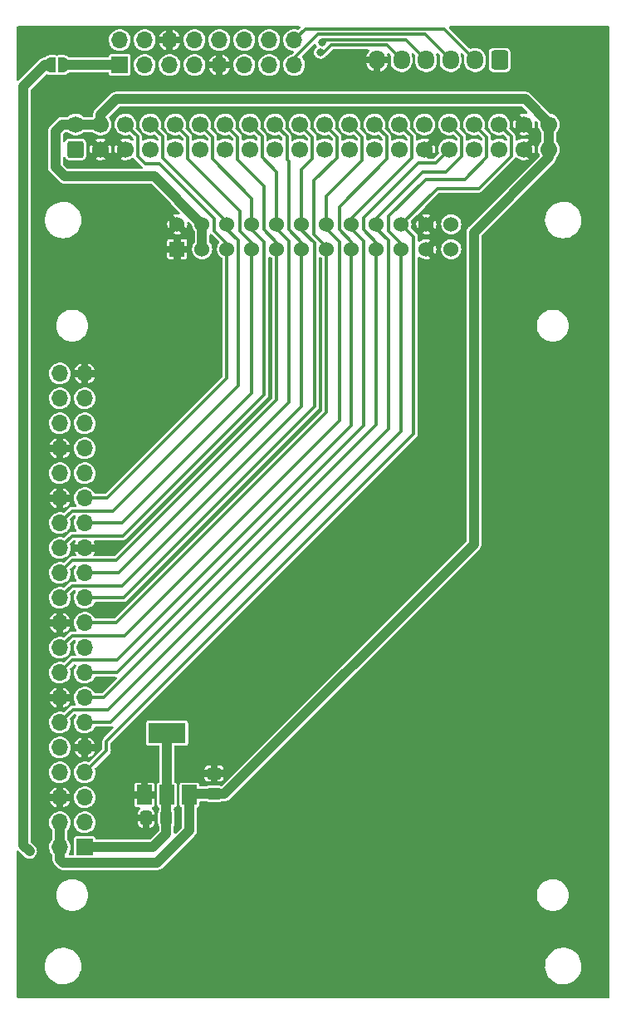
<source format=gbr>
%TF.GenerationSoftware,KiCad,Pcbnew,(6.0.7)*%
%TF.CreationDate,2022-09-25T22:42:40-04:00*%
%TF.ProjectId,Input_Adapter,496e7075-745f-4416-9461-707465722e6b,v4*%
%TF.SameCoordinates,Original*%
%TF.FileFunction,Copper,L1,Top*%
%TF.FilePolarity,Positive*%
%FSLAX46Y46*%
G04 Gerber Fmt 4.6, Leading zero omitted, Abs format (unit mm)*
G04 Created by KiCad (PCBNEW (6.0.7)) date 2022-09-25 22:42:40*
%MOMM*%
%LPD*%
G01*
G04 APERTURE LIST*
G04 Aperture macros list*
%AMRoundRect*
0 Rectangle with rounded corners*
0 $1 Rounding radius*
0 $2 $3 $4 $5 $6 $7 $8 $9 X,Y pos of 4 corners*
0 Add a 4 corners polygon primitive as box body*
4,1,4,$2,$3,$4,$5,$6,$7,$8,$9,$2,$3,0*
0 Add four circle primitives for the rounded corners*
1,1,$1+$1,$2,$3*
1,1,$1+$1,$4,$5*
1,1,$1+$1,$6,$7*
1,1,$1+$1,$8,$9*
0 Add four rect primitives between the rounded corners*
20,1,$1+$1,$2,$3,$4,$5,0*
20,1,$1+$1,$4,$5,$6,$7,0*
20,1,$1+$1,$6,$7,$8,$9,0*
20,1,$1+$1,$8,$9,$2,$3,0*%
%AMFreePoly0*
4,1,22,0.500000,-0.750000,0.000000,-0.750000,0.000000,-0.745033,-0.079941,-0.743568,-0.215256,-0.701293,-0.333266,-0.622738,-0.424486,-0.514219,-0.481581,-0.384460,-0.499164,-0.250000,-0.500000,-0.250000,-0.500000,0.250000,-0.499164,0.250000,-0.499963,0.256109,-0.478152,0.396186,-0.417904,0.524511,-0.324060,0.630769,-0.204165,0.706417,-0.067858,0.745374,0.000000,0.744959,0.000000,0.750000,
0.500000,0.750000,0.500000,-0.750000,0.500000,-0.750000,$1*%
%AMFreePoly1*
4,1,20,0.000000,0.744959,0.073905,0.744508,0.209726,0.703889,0.328688,0.626782,0.421226,0.519385,0.479903,0.390333,0.500000,0.250000,0.500000,-0.250000,0.499851,-0.262216,0.476331,-0.402017,0.414519,-0.529596,0.319384,-0.634700,0.198574,-0.708877,0.061801,-0.746166,0.000000,-0.745033,0.000000,-0.750000,-0.500000,-0.750000,-0.500000,0.750000,0.000000,0.750000,0.000000,0.744959,
0.000000,0.744959,$1*%
G04 Aperture macros list end*
%TA.AperFunction,ComponentPad*%
%ADD10O,1.700000X1.700000*%
%TD*%
%TA.AperFunction,ComponentPad*%
%ADD11R,1.700000X1.700000*%
%TD*%
%TA.AperFunction,SMDPad,CuDef*%
%ADD12FreePoly0,0.000000*%
%TD*%
%TA.AperFunction,SMDPad,CuDef*%
%ADD13FreePoly1,0.000000*%
%TD*%
%TA.AperFunction,ComponentPad*%
%ADD14R,1.530000X1.530000*%
%TD*%
%TA.AperFunction,ComponentPad*%
%ADD15C,1.530000*%
%TD*%
%TA.AperFunction,SMDPad,CuDef*%
%ADD16RoundRect,0.250000X0.475000X-0.337500X0.475000X0.337500X-0.475000X0.337500X-0.475000X-0.337500X0*%
%TD*%
%TA.AperFunction,SMDPad,CuDef*%
%ADD17R,1.500000X2.000000*%
%TD*%
%TA.AperFunction,SMDPad,CuDef*%
%ADD18R,3.800000X2.000000*%
%TD*%
%TA.AperFunction,ComponentPad*%
%ADD19RoundRect,0.250000X0.600000X-0.600000X0.600000X0.600000X-0.600000X0.600000X-0.600000X-0.600000X0*%
%TD*%
%TA.AperFunction,ComponentPad*%
%ADD20C,1.700000*%
%TD*%
%TA.AperFunction,ComponentPad*%
%ADD21RoundRect,0.250000X0.600000X0.725000X-0.600000X0.725000X-0.600000X-0.725000X0.600000X-0.725000X0*%
%TD*%
%TA.AperFunction,ComponentPad*%
%ADD22O,1.700000X1.950000*%
%TD*%
%TA.AperFunction,SMDPad,CuDef*%
%ADD23RoundRect,0.250000X0.337500X0.475000X-0.337500X0.475000X-0.337500X-0.475000X0.337500X-0.475000X0*%
%TD*%
%TA.AperFunction,ViaPad*%
%ADD24C,0.800000*%
%TD*%
%TA.AperFunction,Conductor*%
%ADD25C,0.350000*%
%TD*%
%TA.AperFunction,Conductor*%
%ADD26C,1.000000*%
%TD*%
G04 APERTURE END LIST*
D10*
%TO.P,J1,40,GPIO21/SCLK1*%
%TO.N,unconnected-(J1-Pad40)*%
X103660000Y-68140000D03*
%TO.P,J1,39,GND*%
%TO.N,GND*%
X106200000Y-68140000D03*
%TO.P,J1,38,GPIO20/MOSI1*%
%TO.N,unconnected-(J1-Pad38)*%
X103660000Y-70680000D03*
%TO.P,J1,37,GPIO26*%
%TO.N,unconnected-(J1-Pad37)*%
X106200000Y-70680000D03*
%TO.P,J1,36,GPIO16*%
%TO.N,unconnected-(J1-Pad36)*%
X103660000Y-73220000D03*
%TO.P,J1,35,GPIO19/MISO1*%
%TO.N,unconnected-(J1-Pad35)*%
X106200000Y-73220000D03*
%TO.P,J1,34,GND*%
%TO.N,GND*%
X103660000Y-75760000D03*
%TO.P,J1,33,PWM1/GPIO13*%
%TO.N,unconnected-(J1-Pad33)*%
X106200000Y-75760000D03*
%TO.P,J1,32,PWM0/GPIO12*%
%TO.N,unconnected-(J1-Pad32)*%
X103660000Y-78300000D03*
%TO.P,J1,31,GCLK2/GPIO6*%
%TO.N,unconnected-(J1-Pad31)*%
X106200000Y-78300000D03*
%TO.P,J1,30,GND*%
%TO.N,GND*%
X103660000Y-80840000D03*
%TO.P,J1,29,GCLK1/GPIO5*%
%TO.N,OUT17*%
X106200000Y-80840000D03*
%TO.P,J1,28,ID_SC/GPIO1*%
%TO.N,OUT18*%
X103660000Y-83380000D03*
%TO.P,J1,27,ID_SD/GPIO0*%
%TO.N,OUT19*%
X106200000Y-83380000D03*
%TO.P,J1,26,~{CE1}/GPIO7*%
%TO.N,OUT20*%
X103660000Y-85920000D03*
%TO.P,J1,25,GND*%
%TO.N,GND*%
X106200000Y-85920000D03*
%TO.P,J1,24,~{CE0}/GPIO8*%
%TO.N,OUT21*%
X103660000Y-88460000D03*
%TO.P,J1,23,SCLK0/GPIO11*%
%TO.N,OUT22*%
X106200000Y-88460000D03*
%TO.P,J1,22,GPIO25*%
%TO.N,OUT23*%
X103660000Y-91000000D03*
%TO.P,J1,21,MISO0/GPIO9*%
%TO.N,OUT24*%
X106200000Y-91000000D03*
%TO.P,J1,20,GND*%
%TO.N,GND*%
X103660000Y-93540000D03*
%TO.P,J1,19,MOSI0/GPIO10*%
%TO.N,OUT25*%
X106200000Y-93540000D03*
%TO.P,J1,18,GPIO24*%
%TO.N,OUT26*%
X103660000Y-96080000D03*
%TO.P,J1,17,3V3*%
%TO.N,unconnected-(J1-Pad17)*%
X106200000Y-96080000D03*
%TO.P,J1,16,GPIO23*%
%TO.N,OUT27*%
X103660000Y-98620000D03*
%TO.P,J1,15,GPIO22*%
%TO.N,OUT28*%
X106200000Y-98620000D03*
%TO.P,J1,14,GND*%
%TO.N,GND*%
X103660000Y-101160000D03*
%TO.P,J1,13,GPIO27*%
%TO.N,OUT29*%
X106200000Y-101160000D03*
%TO.P,J1,12,GPIO18/PWM0*%
%TO.N,OUT30*%
X103660000Y-103700000D03*
%TO.P,J1,11,GPIO17*%
%TO.N,OUT31*%
X106200000Y-103700000D03*
%TO.P,J1,10,GPIO15/RXD*%
%TO.N,unconnected-(J1-Pad10)*%
X103660000Y-106240000D03*
%TO.P,J1,9,GND*%
%TO.N,GND*%
X106200000Y-106240000D03*
%TO.P,J1,8,GPIO14/TXD*%
%TO.N,unconnected-(J1-Pad8)*%
X103660000Y-108780000D03*
%TO.P,J1,7,GCLK0/GPIO4*%
%TO.N,OUT32*%
X106200000Y-108780000D03*
%TO.P,J1,6,GND*%
%TO.N,GND*%
X103660000Y-111320000D03*
%TO.P,J1,5,SCL/GPIO3*%
%TO.N,unconnected-(J1-Pad5)*%
X106200000Y-111320000D03*
%TO.P,J1,4,5V*%
%TO.N,+5V*%
X103660000Y-113860000D03*
%TO.P,J1,3,SDA/GPIO2*%
%TO.N,unconnected-(J1-Pad3)*%
X106200000Y-113860000D03*
%TO.P,J1,2,5V*%
%TO.N,+5V*%
X103660000Y-116400000D03*
D11*
%TO.P,J1,1,3V3*%
%TO.N,+3V3*%
X106200000Y-116400000D03*
%TD*%
D12*
%TO.P,JP1,1,A*%
%TO.N,+3V3*%
X102710000Y-36720000D03*
D13*
%TO.P,JP1,2,B*%
%TO.N,Net-(J5-Pad1)*%
X104010000Y-36720000D03*
%TD*%
D11*
%TO.P,J5,1,Pin_1*%
%TO.N,Net-(J5-Pad1)*%
X109775000Y-36715000D03*
D10*
%TO.P,J5,2,Pin_2*%
%TO.N,+5V*%
X109775000Y-34175000D03*
%TO.P,J5,3,Pin_3*%
%TO.N,unconnected-(J5-Pad3)*%
X112315000Y-36715000D03*
%TO.P,J5,4,Pin_4*%
%TO.N,+5V*%
X112315000Y-34175000D03*
%TO.P,J5,5,Pin_5*%
%TO.N,unconnected-(J5-Pad5)*%
X114855000Y-36715000D03*
%TO.P,J5,6,Pin_6*%
%TO.N,GND*%
X114855000Y-34175000D03*
%TO.P,J5,7,Pin_7*%
%TO.N,OUT24*%
X117395000Y-36715000D03*
%TO.P,J5,8,Pin_8*%
%TO.N,OUT25*%
X117395000Y-34175000D03*
%TO.P,J5,9,Pin_9*%
%TO.N,GND*%
X119935000Y-36715000D03*
%TO.P,J5,10,Pin_10*%
%TO.N,unconnected-(J5-Pad10)*%
X119935000Y-34175000D03*
%TO.P,J5,11,Pin_11*%
%TO.N,OUT26*%
X122475000Y-36715000D03*
%TO.P,J5,12,Pin_12*%
%TO.N,OUT27*%
X122475000Y-34175000D03*
%TO.P,J5,13,Pin_13*%
%TO.N,OUT28*%
X125015000Y-36715000D03*
%TO.P,J5,14,Pin_14*%
%TO.N,OUT29*%
X125015000Y-34175000D03*
%TO.P,J5,15,Pin_15*%
%TO.N,OUT30*%
X127555000Y-36715000D03*
%TO.P,J5,16,Pin_16*%
%TO.N,OUT31*%
X127555000Y-34175000D03*
%TD*%
D14*
%TO.P,J2,1,Pin_1*%
%TO.N,GND*%
X115630000Y-55470000D03*
D15*
%TO.P,J2,2,Pin_2*%
X115630000Y-52930000D03*
%TO.P,J2,3,Pin_3*%
%TO.N,+5V*%
X118170000Y-55470000D03*
%TO.P,J2,4,Pin_4*%
X118170000Y-52930000D03*
%TO.P,J2,5,Pin_5*%
%TO.N,OUT17*%
X120710000Y-55470000D03*
%TO.P,J2,6,Pin_6*%
%TO.N,OUT18*%
X120710000Y-52930000D03*
%TO.P,J2,7,Pin_7*%
%TO.N,OUT19*%
X123250000Y-55470000D03*
%TO.P,J2,8,Pin_8*%
%TO.N,OUT20*%
X123250000Y-52930000D03*
%TO.P,J2,9,Pin_9*%
%TO.N,OUT21*%
X125790000Y-55470000D03*
%TO.P,J2,10,Pin_10*%
%TO.N,OUT22*%
X125790000Y-52930000D03*
%TO.P,J2,11,Pin_11*%
%TO.N,OUT23*%
X128330000Y-55470000D03*
%TO.P,J2,12,Pin_12*%
%TO.N,OUT24*%
X128330000Y-52930000D03*
%TO.P,J2,13,Pin_13*%
%TO.N,OUT25*%
X130870000Y-55470000D03*
%TO.P,J2,14,Pin_14*%
%TO.N,OUT26*%
X130870000Y-52930000D03*
%TO.P,J2,15,Pin_15*%
%TO.N,OUT27*%
X133410000Y-55470000D03*
%TO.P,J2,16,Pin_16*%
%TO.N,OUT28*%
X133410000Y-52930000D03*
%TO.P,J2,17,Pin_17*%
%TO.N,OUT29*%
X135950000Y-55470000D03*
%TO.P,J2,18,Pin_18*%
%TO.N,OUT30*%
X135950000Y-52930000D03*
%TO.P,J2,19,Pin_19*%
%TO.N,OUT31*%
X138490000Y-55470000D03*
%TO.P,J2,20,Pin_20*%
%TO.N,OUT32*%
X138490000Y-52930000D03*
%TO.P,J2,21,Pin_21*%
%TO.N,GND*%
X141030000Y-55470000D03*
%TO.P,J2,22,Pin_22*%
X141030000Y-52930000D03*
%TO.P,J2,23,Pin_23*%
%TO.N,unconnected-(J2-Pad23)*%
X143570000Y-55470000D03*
%TO.P,J2,24,Pin_24*%
%TO.N,unconnected-(J2-Pad24)*%
X143570000Y-52930000D03*
%TD*%
D16*
%TO.P,C1,1*%
%TO.N,+5V*%
X119390000Y-110957500D03*
%TO.P,C1,2*%
%TO.N,GND*%
X119390000Y-108882500D03*
%TD*%
D17*
%TO.P,U1,1,GND*%
%TO.N,GND*%
X112290000Y-111070000D03*
%TO.P,U1,2,VO*%
%TO.N,+3V3*%
X114590000Y-111070000D03*
D18*
X114590000Y-104770000D03*
D17*
%TO.P,U1,3,VI*%
%TO.N,+5V*%
X116890000Y-111070000D03*
%TD*%
D19*
%TO.P,J3,1,Pin_1*%
%TO.N,unconnected-(J3-Pad1)*%
X105270000Y-45302500D03*
D20*
%TO.P,J3,2,Pin_2*%
%TO.N,+5V*%
X105270000Y-42762500D03*
%TO.P,J3,3,Pin_3*%
%TO.N,GND*%
X107810000Y-45302500D03*
%TO.P,J3,4,Pin_4*%
%TO.N,+5V*%
X107810000Y-42762500D03*
%TO.P,J3,5,Pin_5*%
%TO.N,GND*%
X110350000Y-45302500D03*
%TO.P,J3,6,Pin_6*%
%TO.N,OUT17*%
X110350000Y-42762500D03*
%TO.P,J3,7,Pin_7*%
%TO.N,GND*%
X112890000Y-45302500D03*
%TO.P,J3,8,Pin_8*%
%TO.N,OUT18*%
X112890000Y-42762500D03*
%TO.P,J3,9,Pin_9*%
%TO.N,GND*%
X115430000Y-45302500D03*
%TO.P,J3,10,Pin_10*%
%TO.N,OUT19*%
X115430000Y-42762500D03*
%TO.P,J3,11,Pin_11*%
%TO.N,GND*%
X117970000Y-45302500D03*
%TO.P,J3,12,Pin_12*%
%TO.N,OUT20*%
X117970000Y-42762500D03*
%TO.P,J3,13,Pin_13*%
%TO.N,GND*%
X120510000Y-45302500D03*
%TO.P,J3,14,Pin_14*%
%TO.N,OUT21*%
X120510000Y-42762500D03*
%TO.P,J3,15,Pin_15*%
%TO.N,GND*%
X123050000Y-45302500D03*
%TO.P,J3,16,Pin_16*%
%TO.N,OUT22*%
X123050000Y-42762500D03*
%TO.P,J3,17,Pin_17*%
%TO.N,GND*%
X125590000Y-45302500D03*
%TO.P,J3,18,Pin_18*%
%TO.N,OUT23*%
X125590000Y-42762500D03*
%TO.P,J3,19,Pin_19*%
%TO.N,GND*%
X128130000Y-45302500D03*
%TO.P,J3,20,Pin_20*%
%TO.N,OUT24*%
X128130000Y-42762500D03*
%TO.P,J3,21,Pin_21*%
%TO.N,GND*%
X130670000Y-45302500D03*
%TO.P,J3,22,Pin_22*%
%TO.N,OUT25*%
X130670000Y-42762500D03*
%TO.P,J3,23,Pin_23*%
%TO.N,GND*%
X133210000Y-45302500D03*
%TO.P,J3,24,Pin_24*%
%TO.N,OUT26*%
X133210000Y-42762500D03*
%TO.P,J3,25,Pin_25*%
%TO.N,GND*%
X135750000Y-45302500D03*
%TO.P,J3,26,Pin_26*%
%TO.N,OUT27*%
X135750000Y-42762500D03*
%TO.P,J3,27,Pin_27*%
%TO.N,GND*%
X138290000Y-45302500D03*
%TO.P,J3,28,Pin_28*%
%TO.N,OUT28*%
X138290000Y-42762500D03*
%TO.P,J3,29,Pin_29*%
%TO.N,GND*%
X140830000Y-45302500D03*
%TO.P,J3,30,Pin_30*%
%TO.N,unconnected-(J3-Pad30)*%
X140830000Y-42762500D03*
%TO.P,J3,31,Pin_31*%
%TO.N,OUT29*%
X143370000Y-45302500D03*
%TO.P,J3,32,Pin_32*%
%TO.N,OUT30*%
X143370000Y-42762500D03*
%TO.P,J3,33,Pin_33*%
%TO.N,GND*%
X145910000Y-45302500D03*
%TO.P,J3,34,Pin_34*%
%TO.N,OUT31*%
X145910000Y-42762500D03*
%TO.P,J3,35,Pin_35*%
%TO.N,GND*%
X148450000Y-45302500D03*
%TO.P,J3,36,Pin_36*%
%TO.N,OUT32*%
X148450000Y-42762500D03*
%TO.P,J3,37,Pin_37*%
%TO.N,GND*%
X150990000Y-45302500D03*
%TO.P,J3,38,Pin_38*%
X150990000Y-42762500D03*
%TO.P,J3,39,Pin_39*%
%TO.N,+5V*%
X153530000Y-45302500D03*
%TO.P,J3,40,Pin_40*%
X153530000Y-42762500D03*
%TD*%
D21*
%TO.P,J4,1,Pin_1*%
%TO.N,+5V*%
X148500000Y-36200000D03*
D22*
%TO.P,J4,2,Pin_2*%
%TO.N,OUT31*%
X146000000Y-36200000D03*
%TO.P,J4,3,Pin_3*%
%TO.N,OUT30*%
X143500000Y-36200000D03*
%TO.P,J4,4,Pin_4*%
%TO.N,OUT29*%
X141000000Y-36200000D03*
%TO.P,J4,5,Pin_5*%
%TO.N,OUT28*%
X138500000Y-36200000D03*
%TO.P,J4,6,Pin_6*%
%TO.N,GND*%
X136000000Y-36200000D03*
%TD*%
D23*
%TO.P,C2,1*%
%TO.N,+3V3*%
X114527500Y-113420000D03*
%TO.P,C2,2*%
%TO.N,GND*%
X112452500Y-113420000D03*
%TD*%
D24*
%TO.N,OUT28*%
X130240000Y-35410000D03*
%TO.N,GND*%
X145760000Y-34040000D03*
X106200000Y-38320000D03*
X132340000Y-37530000D03*
X121700000Y-38750000D03*
X110210000Y-38770000D03*
X116270000Y-38790000D03*
%TO.N,+3V3*%
X100570000Y-116810000D03*
%TO.N,OUT29*%
X130380000Y-34380000D03*
%TO.N,GND*%
X148000000Y-83000000D03*
X140000000Y-119000000D03*
X142550000Y-51000000D03*
X109950000Y-125530000D03*
X145590000Y-87970000D03*
X130000000Y-120000000D03*
X119300000Y-57500000D03*
X101669500Y-41731754D03*
X131990000Y-96160000D03*
X114000000Y-73400000D03*
X120000000Y-120000000D03*
X148850000Y-52970000D03*
X158000000Y-121000000D03*
X148000000Y-96000000D03*
X108650000Y-78900000D03*
X155650000Y-45550000D03*
X158000000Y-71000000D03*
X158300000Y-33950000D03*
X140000000Y-108000000D03*
X112240000Y-107620000D03*
X129950000Y-125530000D03*
X141000000Y-76000000D03*
X156150000Y-42350000D03*
X112240000Y-108920000D03*
X110790000Y-113420000D03*
X120240000Y-107320000D03*
X158000000Y-83000000D03*
X110340000Y-107970000D03*
X123510000Y-104310000D03*
X158000000Y-108000000D03*
X154550000Y-33950000D03*
X158000000Y-50000000D03*
X149000000Y-108000000D03*
X120290000Y-105720000D03*
X158000000Y-60000000D03*
X110340000Y-111020000D03*
X130000000Y-108000000D03*
X148000000Y-71000000D03*
X141050000Y-57600000D03*
X106000000Y-34000000D03*
X102764410Y-48195685D03*
X140000000Y-96000000D03*
X118020000Y-115560000D03*
X119950000Y-125530000D03*
X134810000Y-98970000D03*
X110790000Y-114670000D03*
X148950000Y-125530000D03*
X119400000Y-68200000D03*
X143000000Y-85000000D03*
X144000000Y-71000000D03*
X101000000Y-34000000D03*
X120600000Y-96200000D03*
X101669500Y-46192286D03*
X112440000Y-115020000D03*
X134850000Y-82150000D03*
X149000000Y-119000000D03*
X118890000Y-105720000D03*
X139950000Y-125530000D03*
X144000000Y-62000000D03*
X110340000Y-109570000D03*
X147510000Y-54980000D03*
X113650000Y-51100000D03*
X127250000Y-89450000D03*
X158000000Y-96000000D03*
X110340000Y-112420000D03*
X110000000Y-120000000D03*
X101669500Y-58500000D03*
X126420000Y-107310000D03*
X110390000Y-106570000D03*
X141000000Y-61400000D03*
X118840000Y-107320000D03*
X148000000Y-62000000D03*
X154750000Y-40100000D03*
%TD*%
D25*
%TO.N,OUT30*%
X127555000Y-36007345D02*
X127555000Y-36715000D01*
X129971347Y-33590998D02*
X127555000Y-36007345D01*
X140890998Y-33590998D02*
X129971347Y-33590998D01*
X143500000Y-36200000D02*
X140890998Y-33590998D01*
%TO.N,OUT28*%
X130610000Y-35410000D02*
X130240000Y-35410000D01*
X131330000Y-34690000D02*
X130610000Y-35410000D01*
X138500000Y-36200000D02*
X136990000Y-34690000D01*
X136990000Y-34690000D02*
X131330000Y-34690000D01*
%TO.N,OUT29*%
X130619501Y-34140499D02*
X130380000Y-34380000D01*
X138940499Y-34140499D02*
X130619501Y-34140499D01*
X141000000Y-36200000D02*
X138940499Y-34140499D01*
D26*
%TO.N,+3V3*%
X99970000Y-116210000D02*
X100570000Y-116810000D01*
X99970000Y-38860000D02*
X99970000Y-116210000D01*
X102110000Y-36720000D02*
X99970000Y-38860000D01*
X102710000Y-36720000D02*
X102110000Y-36720000D01*
D25*
%TO.N,OUT31*%
X142841497Y-33041497D02*
X146000000Y-36200000D01*
X128688503Y-33041497D02*
X142841497Y-33041497D01*
X127555000Y-34175000D02*
X128688503Y-33041497D01*
D26*
%TO.N,+5V*%
X113290000Y-48050000D02*
X118170000Y-52930000D01*
X103219838Y-47096185D02*
X104173653Y-48050000D01*
X107810000Y-42762500D02*
X103917919Y-42762500D01*
X104173653Y-48050000D02*
X113290000Y-48050000D01*
X103917919Y-42762500D02*
X103219838Y-43460581D01*
X103219838Y-43460581D02*
X103219838Y-47096185D01*
%TO.N,Net-(J5-Pad1)*%
X104015000Y-36715000D02*
X104010000Y-36720000D01*
X109775000Y-36715000D02*
X104015000Y-36715000D01*
D25*
%TO.N,OUT27*%
X132150000Y-51150000D02*
X132150000Y-53500000D01*
X104930000Y-97350000D02*
X103660000Y-98620000D01*
X133410000Y-55470000D02*
X133410000Y-73440000D01*
X135750000Y-42762500D02*
X137000000Y-44012500D01*
X133410000Y-73440000D02*
X109500000Y-97350000D01*
X109500000Y-97350000D02*
X104930000Y-97350000D01*
X132150000Y-53500000D02*
X133410000Y-54760000D01*
X133410000Y-54760000D02*
X133410000Y-55470000D01*
X137000000Y-46300000D02*
X132150000Y-51150000D01*
X137000000Y-44012500D02*
X137000000Y-46300000D01*
%TO.N,OUT28*%
X134650000Y-73450000D02*
X134650000Y-54650000D01*
X133410000Y-52930000D02*
X133410000Y-52340000D01*
X139550000Y-44022500D02*
X138290000Y-42762500D01*
X134650000Y-54650000D02*
X133410000Y-53410000D01*
X139550000Y-46200000D02*
X139550000Y-44022500D01*
X109480000Y-98620000D02*
X134650000Y-73450000D01*
X133410000Y-52340000D02*
X139550000Y-46200000D01*
X133410000Y-53410000D02*
X133410000Y-52930000D01*
X106200000Y-98620000D02*
X109480000Y-98620000D01*
%TO.N,OUT29*%
X135950000Y-55470000D02*
X135950000Y-54800000D01*
X134650000Y-53500000D02*
X134650000Y-52250000D01*
X135950000Y-54800000D02*
X134650000Y-53500000D01*
X140200000Y-46700000D02*
X141972500Y-46700000D01*
X108140000Y-101160000D02*
X135950000Y-73350000D01*
X135950000Y-73350000D02*
X135950000Y-55470000D01*
X134650000Y-52250000D02*
X140200000Y-46700000D01*
X141972500Y-46700000D02*
X143370000Y-45302500D01*
X106200000Y-101160000D02*
X108140000Y-101160000D01*
%TO.N,OUT30*%
X135950000Y-53350000D02*
X137200000Y-54600000D01*
X108565000Y-102385000D02*
X104975000Y-102385000D01*
X104975000Y-102385000D02*
X103660000Y-103700000D01*
X137200000Y-54600000D02*
X137200000Y-73750000D01*
X144650000Y-46050000D02*
X143050000Y-47650000D01*
X135950000Y-52930000D02*
X135950000Y-53350000D01*
X143370000Y-42762500D02*
X144650000Y-44042500D01*
X135950000Y-52350000D02*
X135950000Y-52930000D01*
X140650000Y-47650000D02*
X135950000Y-52350000D01*
X137200000Y-73750000D02*
X108565000Y-102385000D01*
X143050000Y-47650000D02*
X140650000Y-47650000D01*
X144650000Y-44042500D02*
X144650000Y-46050000D01*
%TO.N,OUT31*%
X138490000Y-55470000D02*
X138490000Y-54890000D01*
X140950000Y-48350000D02*
X144975000Y-48350000D01*
X108800000Y-103700000D02*
X138490000Y-74010000D01*
X138490000Y-74010000D02*
X138490000Y-55470000D01*
X138490000Y-54890000D02*
X137200000Y-53600000D01*
X106200000Y-103700000D02*
X108800000Y-103700000D01*
X137200000Y-53600000D02*
X137200000Y-52100000D01*
X147200000Y-44052500D02*
X145910000Y-42762500D01*
X147200000Y-46125000D02*
X147200000Y-44052500D01*
X137200000Y-52100000D02*
X140950000Y-48350000D01*
X144975000Y-48350000D02*
X147200000Y-46125000D01*
%TO.N,OUT26*%
X130870000Y-53420000D02*
X132150000Y-54700000D01*
X132150000Y-54700000D02*
X132150000Y-72950000D01*
X134500000Y-44052500D02*
X134500000Y-46450000D01*
X134500000Y-46450000D02*
X130870000Y-50080000D01*
X132150000Y-72950000D02*
X110244511Y-94855489D01*
X133210000Y-42762500D02*
X134500000Y-44052500D01*
X130870000Y-50080000D02*
X130870000Y-52930000D01*
X110244511Y-94855489D02*
X104884511Y-94855489D01*
X130870000Y-52930000D02*
X130870000Y-53420000D01*
X104884511Y-94855489D02*
X103660000Y-96080000D01*
D26*
%TO.N,+3V3*%
X114527500Y-111132500D02*
X114590000Y-111070000D01*
X114527500Y-115022500D02*
X114527500Y-113420000D01*
X114590000Y-111070000D02*
X114590000Y-104770000D01*
X113150000Y-116400000D02*
X114527500Y-115022500D01*
X114527500Y-113420000D02*
X114527500Y-111132500D01*
X106200000Y-116400000D02*
X113150000Y-116400000D01*
D25*
%TO.N,OUT32*%
X108430000Y-106550000D02*
X106200000Y-108780000D01*
X108430000Y-105590000D02*
X108430000Y-106550000D01*
X139750000Y-74270000D02*
X108430000Y-105590000D01*
X148450000Y-42762500D02*
X149700000Y-44012500D01*
X139750000Y-54190000D02*
X139750000Y-74270000D01*
X138490000Y-52930000D02*
X139750000Y-54190000D01*
X146404511Y-49275489D02*
X142144511Y-49275489D01*
X149700000Y-45980000D02*
X146404511Y-49275489D01*
X149700000Y-44012500D02*
X149700000Y-45980000D01*
X142144511Y-49275489D02*
X138490000Y-52930000D01*
%TO.N,OUT23*%
X104884511Y-89775489D02*
X103660000Y-91000000D01*
X127000000Y-53450000D02*
X128330000Y-54780000D01*
X128330000Y-55470000D02*
X128330000Y-71470000D01*
X126814511Y-46314511D02*
X127000000Y-46500000D01*
X110024511Y-89775489D02*
X104884511Y-89775489D01*
X128330000Y-71470000D02*
X110024511Y-89775489D01*
X125590000Y-42762500D02*
X126814511Y-43987011D01*
X127000000Y-46500000D02*
X127000000Y-53450000D01*
X128330000Y-54780000D02*
X128330000Y-55470000D01*
X126814511Y-43987011D02*
X126814511Y-46314511D01*
%TO.N,OUT17*%
X119400000Y-53600000D02*
X119400000Y-52377126D01*
X120710000Y-54910000D02*
X119400000Y-53600000D01*
X111600000Y-44012500D02*
X110350000Y-42762500D01*
X111600000Y-46000000D02*
X111600000Y-44012500D01*
X120710000Y-68590000D02*
X108460000Y-80840000D01*
X119400000Y-52377126D02*
X113822874Y-46800000D01*
X112400000Y-46800000D02*
X111600000Y-46000000D01*
X120710000Y-55470000D02*
X120710000Y-68590000D01*
X108460000Y-80840000D02*
X106200000Y-80840000D01*
X113822874Y-46800000D02*
X112400000Y-46800000D01*
X120710000Y-55470000D02*
X120710000Y-54910000D01*
%TO.N,OUT18*%
X114150000Y-44022500D02*
X114150000Y-46150000D01*
X109044511Y-82155489D02*
X104884511Y-82155489D01*
X120710000Y-53460000D02*
X121849511Y-54599511D01*
X112890000Y-42762500D02*
X114150000Y-44022500D01*
X114150000Y-46150000D02*
X120710000Y-52710000D01*
X121849511Y-54599511D02*
X121849511Y-69350489D01*
X121849511Y-69350489D02*
X109044511Y-82155489D01*
X120710000Y-52710000D02*
X120710000Y-52930000D01*
X120710000Y-52930000D02*
X120710000Y-53460000D01*
X104884511Y-82155489D02*
X103660000Y-83380000D01*
%TO.N,OUT22*%
X125790000Y-53367126D02*
X125790000Y-52930000D01*
X123050000Y-42762500D02*
X124274511Y-43987011D01*
X125790000Y-47640000D02*
X125790000Y-52930000D01*
X127050000Y-71100000D02*
X127050000Y-54627126D01*
X127050000Y-54627126D02*
X125790000Y-53367126D01*
X109690000Y-88460000D02*
X127050000Y-71100000D01*
X124274511Y-43987011D02*
X124274511Y-46124511D01*
X106200000Y-88460000D02*
X109690000Y-88460000D01*
X124274511Y-46124511D02*
X125790000Y-47640000D01*
%TO.N,OUT21*%
X124500000Y-53500000D02*
X124500000Y-49050000D01*
X125790000Y-55470000D02*
X125790000Y-70810000D01*
X121800000Y-46350000D02*
X121800000Y-44052500D01*
X104920000Y-87200000D02*
X103660000Y-88460000D01*
X125790000Y-54790000D02*
X124500000Y-53500000D01*
X125790000Y-55470000D02*
X125790000Y-54790000D01*
X125790000Y-70810000D02*
X109400000Y-87200000D01*
X124500000Y-49050000D02*
X121800000Y-46350000D01*
X109400000Y-87200000D02*
X104920000Y-87200000D01*
X121800000Y-44052500D02*
X120510000Y-42762500D01*
%TO.N,OUT19*%
X123250000Y-55470000D02*
X123250000Y-70152125D01*
X116700000Y-44032500D02*
X115430000Y-42762500D01*
X122000000Y-53600000D02*
X122000000Y-51600000D01*
X116700000Y-46300000D02*
X116700000Y-44032500D01*
X123250000Y-55470000D02*
X123250000Y-54850000D01*
X123250000Y-54850000D02*
X122000000Y-53600000D01*
X123250000Y-70152125D02*
X110022125Y-83380000D01*
X122000000Y-51600000D02*
X116700000Y-46300000D01*
X110022125Y-83380000D02*
X106200000Y-83380000D01*
%TO.N,OUT20*%
X124500000Y-54700000D02*
X124500000Y-70300000D01*
X104884511Y-84695489D02*
X103660000Y-85920000D01*
X123250000Y-50300000D02*
X123250000Y-52930000D01*
X110104511Y-84695489D02*
X104884511Y-84695489D01*
X117970000Y-42762500D02*
X119250000Y-44042500D01*
X123250000Y-52930000D02*
X123250000Y-53450000D01*
X123250000Y-53450000D02*
X124500000Y-54700000D01*
X124500000Y-70300000D02*
X110104511Y-84695489D01*
X119250000Y-44042500D02*
X119250000Y-46300000D01*
X119250000Y-46300000D02*
X123250000Y-50300000D01*
D26*
%TO.N,+5V*%
X104007430Y-117949511D02*
X113600489Y-117949511D01*
X145890000Y-53760000D02*
X153530000Y-46120000D01*
X103660000Y-113860000D02*
X103660000Y-116400000D01*
X151117500Y-40200000D02*
X109400000Y-40200000D01*
X119390000Y-110957500D02*
X117002500Y-110957500D01*
X113600489Y-117949511D02*
X116890000Y-114660000D01*
X120452500Y-110957500D02*
X145890000Y-85520000D01*
X103660000Y-116400000D02*
X103660000Y-117602081D01*
X116890000Y-114660000D02*
X116890000Y-111070000D01*
X107810000Y-41790000D02*
X107810000Y-42762500D01*
X109400000Y-40200000D02*
X107810000Y-41790000D01*
X153530000Y-42612500D02*
X151117500Y-40200000D01*
X153530000Y-46120000D02*
X153530000Y-42612500D01*
X145890000Y-85520000D02*
X145890000Y-53760000D01*
X103660000Y-117602081D02*
X104007430Y-117949511D01*
X118170000Y-55470000D02*
X118170000Y-52930000D01*
X119390000Y-110957500D02*
X120452500Y-110957500D01*
D25*
%TO.N,OUT25*%
X130870000Y-55470000D02*
X130870000Y-72080000D01*
X131950000Y-46150000D02*
X129600000Y-48500000D01*
X129600000Y-54000000D02*
X130870000Y-55270000D01*
X129600000Y-48500000D02*
X129600000Y-54000000D01*
X109410000Y-93540000D02*
X106200000Y-93540000D01*
X131950000Y-44042500D02*
X131950000Y-46150000D01*
X130870000Y-55270000D02*
X130870000Y-55470000D01*
X130870000Y-72080000D02*
X109410000Y-93540000D01*
X130670000Y-42762500D02*
X131950000Y-44042500D01*
%TO.N,OUT24*%
X128130000Y-42762500D02*
X129400000Y-44032500D01*
X128330000Y-52930000D02*
X128330000Y-53507126D01*
X129400000Y-44032500D02*
X129400000Y-46300000D01*
X128330000Y-53507126D02*
X129650000Y-54827126D01*
X129400000Y-46300000D02*
X128330000Y-47370000D01*
X129650000Y-54827126D02*
X129650000Y-71500000D01*
X110150000Y-91000000D02*
X106200000Y-91000000D01*
X128330000Y-47370000D02*
X128330000Y-52930000D01*
X129650000Y-71500000D02*
X110150000Y-91000000D01*
%TD*%
%TA.AperFunction,Conductor*%
%TO.N,GND*%
G36*
X128132025Y-32774502D02*
G01*
X128178518Y-32828158D01*
X128188622Y-32898432D01*
X128159128Y-32963012D01*
X128152999Y-32969595D01*
X128029598Y-33092996D01*
X127967286Y-33127022D01*
X127893814Y-33120931D01*
X127870039Y-33111446D01*
X127864379Y-33110320D01*
X127864375Y-33110319D01*
X127676613Y-33072971D01*
X127676610Y-33072971D01*
X127670946Y-33071844D01*
X127665171Y-33071768D01*
X127665167Y-33071768D01*
X127563793Y-33070441D01*
X127467971Y-33069187D01*
X127462274Y-33070166D01*
X127462273Y-33070166D01*
X127273607Y-33102585D01*
X127267910Y-33103564D01*
X127077463Y-33173824D01*
X126903010Y-33277612D01*
X126898670Y-33281418D01*
X126898666Y-33281421D01*
X126878723Y-33298911D01*
X126750392Y-33411455D01*
X126624720Y-33570869D01*
X126622031Y-33575980D01*
X126622029Y-33575983D01*
X126609073Y-33600609D01*
X126530203Y-33750515D01*
X126470007Y-33944378D01*
X126446148Y-34145964D01*
X126459424Y-34348522D01*
X126460845Y-34354118D01*
X126460846Y-34354123D01*
X126505991Y-34531876D01*
X126509392Y-34545269D01*
X126511809Y-34550512D01*
X126548912Y-34630994D01*
X126594377Y-34729616D01*
X126711533Y-34895389D01*
X126715675Y-34899424D01*
X126794843Y-34976545D01*
X126856938Y-35037035D01*
X127025720Y-35149812D01*
X127031023Y-35152090D01*
X127031026Y-35152092D01*
X127180254Y-35216205D01*
X127212228Y-35229942D01*
X127407532Y-35274135D01*
X127469557Y-35308677D01*
X127503062Y-35371270D01*
X127497408Y-35442041D01*
X127468818Y-35486122D01*
X127348701Y-35606239D01*
X127280946Y-35641324D01*
X127267910Y-35643564D01*
X127077463Y-35713824D01*
X127072502Y-35716776D01*
X127072501Y-35716776D01*
X127066909Y-35720103D01*
X126903010Y-35817612D01*
X126898670Y-35821418D01*
X126898666Y-35821421D01*
X126789665Y-35917013D01*
X126750392Y-35951455D01*
X126746817Y-35955990D01*
X126746816Y-35955991D01*
X126727307Y-35980738D01*
X126624720Y-36110869D01*
X126622031Y-36115980D01*
X126622029Y-36115983D01*
X126609073Y-36140609D01*
X126530203Y-36290515D01*
X126470007Y-36484378D01*
X126446148Y-36685964D01*
X126459424Y-36888522D01*
X126460845Y-36894118D01*
X126460846Y-36894123D01*
X126505991Y-37071876D01*
X126509392Y-37085269D01*
X126511809Y-37090512D01*
X126547527Y-37167990D01*
X126594377Y-37269616D01*
X126603794Y-37282941D01*
X126703295Y-37423732D01*
X126711533Y-37435389D01*
X126856938Y-37577035D01*
X127025720Y-37689812D01*
X127031023Y-37692090D01*
X127031026Y-37692092D01*
X127178327Y-37755377D01*
X127212228Y-37769942D01*
X127285244Y-37786464D01*
X127404579Y-37813467D01*
X127404584Y-37813468D01*
X127410216Y-37814742D01*
X127415987Y-37814969D01*
X127415989Y-37814969D01*
X127475756Y-37817317D01*
X127613053Y-37822712D01*
X127720348Y-37807155D01*
X127808231Y-37794413D01*
X127808236Y-37794412D01*
X127813945Y-37793584D01*
X127819409Y-37791729D01*
X127819414Y-37791728D01*
X128000693Y-37730192D01*
X128000698Y-37730190D01*
X128006165Y-37728334D01*
X128012019Y-37725056D01*
X128085429Y-37683944D01*
X128183276Y-37629147D01*
X128222969Y-37596135D01*
X128334913Y-37503031D01*
X128339345Y-37499345D01*
X128394590Y-37432921D01*
X128465453Y-37347718D01*
X128465455Y-37347715D01*
X128469147Y-37343276D01*
X128535978Y-37223940D01*
X128565510Y-37171208D01*
X128565511Y-37171206D01*
X128568334Y-37166165D01*
X128570190Y-37160698D01*
X128570192Y-37160693D01*
X128631728Y-36979414D01*
X128631729Y-36979409D01*
X128633584Y-36973945D01*
X128634412Y-36968236D01*
X128634413Y-36968231D01*
X128662179Y-36776727D01*
X128662712Y-36773053D01*
X128664232Y-36715000D01*
X128650522Y-36565794D01*
X134920105Y-36565794D01*
X134968601Y-36731102D01*
X134973036Y-36742189D01*
X135064000Y-36918807D01*
X135070450Y-36928853D01*
X135193171Y-37085086D01*
X135201408Y-37093735D01*
X135351457Y-37223940D01*
X135361183Y-37230877D01*
X135533139Y-37330357D01*
X135544003Y-37335331D01*
X135628887Y-37364808D01*
X135642972Y-37365493D01*
X135646000Y-37359634D01*
X135646000Y-37357188D01*
X136354000Y-37357188D01*
X136357973Y-37370719D01*
X136364823Y-37371704D01*
X136366520Y-37371119D01*
X136547379Y-37288888D01*
X136557721Y-37282941D01*
X136719772Y-37167990D01*
X136728800Y-37160197D01*
X136866189Y-37016679D01*
X136873585Y-37007314D01*
X136981354Y-36840410D01*
X136986850Y-36829806D01*
X137061110Y-36645543D01*
X137064501Y-36634095D01*
X137076670Y-36571782D01*
X137075466Y-36558832D01*
X137060414Y-36554000D01*
X136372115Y-36554000D01*
X136356876Y-36558475D01*
X136355671Y-36559865D01*
X136354000Y-36567548D01*
X136354000Y-37357188D01*
X135646000Y-37357188D01*
X135646000Y-36572115D01*
X135641525Y-36556876D01*
X135640135Y-36555671D01*
X135632452Y-36554000D01*
X134934760Y-36554000D01*
X134921229Y-36557973D01*
X134920105Y-36565794D01*
X128650522Y-36565794D01*
X128649882Y-36558832D01*
X128646187Y-36518613D01*
X128646186Y-36518610D01*
X128645658Y-36512859D01*
X128644090Y-36507299D01*
X128592125Y-36323046D01*
X128592124Y-36323044D01*
X128590557Y-36317487D01*
X128579978Y-36296033D01*
X128503331Y-36140609D01*
X128500776Y-36135428D01*
X128495191Y-36127949D01*
X128382777Y-35977408D01*
X128382775Y-35977406D01*
X128379320Y-35972779D01*
X128375075Y-35968855D01*
X128372559Y-35966061D01*
X128341839Y-35902054D01*
X128350601Y-35831600D01*
X128377097Y-35792652D01*
X129572030Y-34597720D01*
X129634342Y-34563694D01*
X129705158Y-34568759D01*
X129761993Y-34611306D01*
X129779449Y-34643511D01*
X129792553Y-34679319D01*
X129796788Y-34685622D01*
X129796792Y-34685629D01*
X129837535Y-34746260D01*
X129858928Y-34813957D01*
X129840324Y-34882472D01*
X129815783Y-34911485D01*
X129755765Y-34963842D01*
X129755761Y-34963846D01*
X129750039Y-34968838D01*
X129658950Y-35098444D01*
X129638034Y-35152092D01*
X129607567Y-35230236D01*
X129601406Y-35246037D01*
X129600414Y-35253570D01*
X129600414Y-35253571D01*
X129585672Y-35365552D01*
X129580729Y-35403096D01*
X129585029Y-35442041D01*
X129597102Y-35551395D01*
X129598113Y-35560553D01*
X129600723Y-35567684D01*
X129600723Y-35567686D01*
X129648708Y-35698811D01*
X129652553Y-35709319D01*
X129656789Y-35715622D01*
X129656789Y-35715623D01*
X129728157Y-35821829D01*
X129740908Y-35840805D01*
X129746527Y-35845918D01*
X129746528Y-35845919D01*
X129850470Y-35940498D01*
X129858076Y-35947419D01*
X129997293Y-36023008D01*
X130150522Y-36063207D01*
X130234477Y-36064526D01*
X130301319Y-36065576D01*
X130301322Y-36065576D01*
X130308916Y-36065695D01*
X130463332Y-36030329D01*
X130575685Y-35973822D01*
X130598072Y-35962563D01*
X130598075Y-35962561D01*
X130604855Y-35959151D01*
X130610626Y-35954222D01*
X130610629Y-35954220D01*
X130671707Y-35902054D01*
X130725314Y-35856269D01*
X130733161Y-35845348D01*
X130777400Y-35807060D01*
X130800285Y-35795172D01*
X130803801Y-35793416D01*
X130845649Y-35773321D01*
X130845650Y-35773320D01*
X130854141Y-35769243D01*
X130859196Y-35764571D01*
X130865305Y-35761397D01*
X130870121Y-35757283D01*
X130905546Y-35721858D01*
X130909113Y-35718428D01*
X130912148Y-35715623D01*
X130948981Y-35681575D01*
X130952538Y-35675451D01*
X130957560Y-35669844D01*
X131471001Y-35156404D01*
X131533313Y-35122379D01*
X131560096Y-35119500D01*
X135091318Y-35119500D01*
X135159439Y-35139502D01*
X135205932Y-35193158D01*
X135216036Y-35263432D01*
X135182336Y-35332630D01*
X135133815Y-35383315D01*
X135126415Y-35392686D01*
X135018646Y-35559590D01*
X135013150Y-35570194D01*
X134938890Y-35754457D01*
X134935499Y-35765905D01*
X134923330Y-35828218D01*
X134924534Y-35841168D01*
X134939586Y-35846000D01*
X137065240Y-35846000D01*
X137078771Y-35842027D01*
X137079895Y-35834204D01*
X137033255Y-35675223D01*
X137033271Y-35604226D01*
X137071669Y-35544509D01*
X137136257Y-35515031D01*
X137206528Y-35525152D01*
X137243254Y-35550658D01*
X137391407Y-35698811D01*
X137425433Y-35761123D01*
X137425976Y-35812055D01*
X137414432Y-35871171D01*
X137395771Y-35966729D01*
X137395500Y-35972270D01*
X137395500Y-36377659D01*
X137410493Y-36534806D01*
X137412183Y-36540566D01*
X137412183Y-36540567D01*
X137421341Y-36571782D01*
X137469823Y-36737042D01*
X137472573Y-36742381D01*
X137523180Y-36840640D01*
X137566324Y-36924410D01*
X137570028Y-36929125D01*
X137692808Y-37085432D01*
X137692812Y-37085436D01*
X137696514Y-37090149D01*
X137701044Y-37094080D01*
X137701045Y-37094081D01*
X137851165Y-37224350D01*
X137851170Y-37224354D01*
X137855696Y-37228281D01*
X138038126Y-37333819D01*
X138237222Y-37402957D01*
X138243155Y-37403817D01*
X138243158Y-37403818D01*
X138439860Y-37432338D01*
X138439863Y-37432338D01*
X138445800Y-37433199D01*
X138656333Y-37423455D01*
X138662157Y-37422051D01*
X138662160Y-37422051D01*
X138855393Y-37375482D01*
X138855395Y-37375481D01*
X138861226Y-37374076D01*
X138866684Y-37371594D01*
X138866688Y-37371593D01*
X139044414Y-37290785D01*
X139053084Y-37286843D01*
X139224986Y-37164904D01*
X139370728Y-37012660D01*
X139424666Y-36929125D01*
X139481800Y-36840640D01*
X139481801Y-36840637D01*
X139485052Y-36835603D01*
X139563834Y-36640122D01*
X139604229Y-36433271D01*
X139604500Y-36427730D01*
X139604500Y-36022341D01*
X139589507Y-35865194D01*
X139582711Y-35842027D01*
X139548371Y-35724974D01*
X139533991Y-35675959D01*
X139534007Y-35604962D01*
X139572405Y-35545245D01*
X139636993Y-35515767D01*
X139707264Y-35525888D01*
X139743990Y-35551394D01*
X139891407Y-35698811D01*
X139925433Y-35761123D01*
X139925976Y-35812055D01*
X139914432Y-35871171D01*
X139895771Y-35966729D01*
X139895500Y-35972270D01*
X139895500Y-36377659D01*
X139910493Y-36534806D01*
X139912183Y-36540566D01*
X139912183Y-36540567D01*
X139921341Y-36571782D01*
X139969823Y-36737042D01*
X139972573Y-36742381D01*
X140023180Y-36840640D01*
X140066324Y-36924410D01*
X140070028Y-36929125D01*
X140192808Y-37085432D01*
X140192812Y-37085436D01*
X140196514Y-37090149D01*
X140201044Y-37094080D01*
X140201045Y-37094081D01*
X140351165Y-37224350D01*
X140351170Y-37224354D01*
X140355696Y-37228281D01*
X140538126Y-37333819D01*
X140737222Y-37402957D01*
X140743155Y-37403817D01*
X140743158Y-37403818D01*
X140939860Y-37432338D01*
X140939863Y-37432338D01*
X140945800Y-37433199D01*
X141156333Y-37423455D01*
X141162157Y-37422051D01*
X141162160Y-37422051D01*
X141355393Y-37375482D01*
X141355395Y-37375481D01*
X141361226Y-37374076D01*
X141366684Y-37371594D01*
X141366688Y-37371593D01*
X141544414Y-37290785D01*
X141553084Y-37286843D01*
X141724986Y-37164904D01*
X141870728Y-37012660D01*
X141924666Y-36929125D01*
X141981800Y-36840640D01*
X141981801Y-36840637D01*
X141985052Y-36835603D01*
X142063834Y-36640122D01*
X142104229Y-36433271D01*
X142104500Y-36427730D01*
X142104500Y-36022341D01*
X142089507Y-35865194D01*
X142033991Y-35675959D01*
X142034008Y-35604963D01*
X142072406Y-35545246D01*
X142136994Y-35515768D01*
X142207266Y-35525889D01*
X142243986Y-35551391D01*
X142391409Y-35698814D01*
X142425433Y-35761124D01*
X142425976Y-35812057D01*
X142399430Y-35947994D01*
X142395771Y-35966729D01*
X142395500Y-35972270D01*
X142395500Y-36377659D01*
X142410493Y-36534806D01*
X142412183Y-36540566D01*
X142412183Y-36540567D01*
X142421341Y-36571782D01*
X142469823Y-36737042D01*
X142472573Y-36742381D01*
X142523180Y-36840640D01*
X142566324Y-36924410D01*
X142570028Y-36929125D01*
X142692808Y-37085432D01*
X142692812Y-37085436D01*
X142696514Y-37090149D01*
X142701044Y-37094080D01*
X142701045Y-37094081D01*
X142851165Y-37224350D01*
X142851170Y-37224354D01*
X142855696Y-37228281D01*
X143038126Y-37333819D01*
X143237222Y-37402957D01*
X143243155Y-37403817D01*
X143243158Y-37403818D01*
X143439860Y-37432338D01*
X143439863Y-37432338D01*
X143445800Y-37433199D01*
X143656333Y-37423455D01*
X143662157Y-37422051D01*
X143662160Y-37422051D01*
X143855393Y-37375482D01*
X143855395Y-37375481D01*
X143861226Y-37374076D01*
X143866684Y-37371594D01*
X143866688Y-37371593D01*
X144044414Y-37290785D01*
X144053084Y-37286843D01*
X144224986Y-37164904D01*
X144370728Y-37012660D01*
X144424666Y-36929125D01*
X144481800Y-36840640D01*
X144481801Y-36840637D01*
X144485052Y-36835603D01*
X144563834Y-36640122D01*
X144604229Y-36433271D01*
X144604500Y-36427730D01*
X144604500Y-36022341D01*
X144589507Y-35865194D01*
X144533991Y-35675959D01*
X144534008Y-35604963D01*
X144572406Y-35545246D01*
X144636994Y-35515768D01*
X144707266Y-35525889D01*
X144743986Y-35551391D01*
X144891409Y-35698814D01*
X144925433Y-35761124D01*
X144925976Y-35812057D01*
X144899430Y-35947994D01*
X144895771Y-35966729D01*
X144895500Y-35972270D01*
X144895500Y-36377659D01*
X144910493Y-36534806D01*
X144912183Y-36540566D01*
X144912183Y-36540567D01*
X144921341Y-36571782D01*
X144969823Y-36737042D01*
X144972573Y-36742381D01*
X145023180Y-36840640D01*
X145066324Y-36924410D01*
X145070028Y-36929125D01*
X145192808Y-37085432D01*
X145192812Y-37085436D01*
X145196514Y-37090149D01*
X145201044Y-37094080D01*
X145201045Y-37094081D01*
X145351165Y-37224350D01*
X145351170Y-37224354D01*
X145355696Y-37228281D01*
X145538126Y-37333819D01*
X145737222Y-37402957D01*
X145743155Y-37403817D01*
X145743158Y-37403818D01*
X145939860Y-37432338D01*
X145939863Y-37432338D01*
X145945800Y-37433199D01*
X146156333Y-37423455D01*
X146162157Y-37422051D01*
X146162160Y-37422051D01*
X146355393Y-37375482D01*
X146355395Y-37375481D01*
X146361226Y-37374076D01*
X146366684Y-37371594D01*
X146366688Y-37371593D01*
X146544414Y-37290785D01*
X146553084Y-37286843D01*
X146724986Y-37164904D01*
X146870728Y-37012660D01*
X146896494Y-36972756D01*
X147395500Y-36972756D01*
X147402202Y-37034448D01*
X147452929Y-37169764D01*
X147458309Y-37176943D01*
X147458311Y-37176946D01*
X147496785Y-37228281D01*
X147539596Y-37285404D01*
X147546776Y-37290785D01*
X147648054Y-37366689D01*
X147648057Y-37366691D01*
X147655236Y-37372071D01*
X147739922Y-37403818D01*
X147783157Y-37420026D01*
X147783159Y-37420026D01*
X147790552Y-37422798D01*
X147798402Y-37423651D01*
X147798403Y-37423651D01*
X147799149Y-37423732D01*
X147852244Y-37429500D01*
X149147756Y-37429500D01*
X149200851Y-37423732D01*
X149201597Y-37423651D01*
X149201598Y-37423651D01*
X149209448Y-37422798D01*
X149216841Y-37420026D01*
X149216843Y-37420026D01*
X149260078Y-37403818D01*
X149344764Y-37372071D01*
X149351943Y-37366691D01*
X149351946Y-37366689D01*
X149453224Y-37290785D01*
X149460404Y-37285404D01*
X149503215Y-37228281D01*
X149541689Y-37176946D01*
X149541691Y-37176943D01*
X149547071Y-37169764D01*
X149597798Y-37034448D01*
X149604500Y-36972756D01*
X149604500Y-35427244D01*
X149597798Y-35365552D01*
X149547071Y-35230236D01*
X149541691Y-35223057D01*
X149541689Y-35223054D01*
X149465785Y-35121776D01*
X149460404Y-35114596D01*
X149426447Y-35089147D01*
X149351946Y-35033311D01*
X149351943Y-35033309D01*
X149344764Y-35027929D01*
X149255046Y-34994296D01*
X149216843Y-34979974D01*
X149216841Y-34979974D01*
X149209448Y-34977202D01*
X149201598Y-34976349D01*
X149201597Y-34976349D01*
X149151153Y-34970869D01*
X149151152Y-34970869D01*
X149147756Y-34970500D01*
X147852244Y-34970500D01*
X147848848Y-34970869D01*
X147848847Y-34970869D01*
X147798403Y-34976349D01*
X147798402Y-34976349D01*
X147790552Y-34977202D01*
X147783159Y-34979974D01*
X147783157Y-34979974D01*
X147744954Y-34994296D01*
X147655236Y-35027929D01*
X147648057Y-35033309D01*
X147648054Y-35033311D01*
X147573553Y-35089147D01*
X147539596Y-35114596D01*
X147534215Y-35121776D01*
X147458311Y-35223054D01*
X147458309Y-35223057D01*
X147452929Y-35230236D01*
X147402202Y-35365552D01*
X147395500Y-35427244D01*
X147395500Y-36972756D01*
X146896494Y-36972756D01*
X146924666Y-36929125D01*
X146981800Y-36840640D01*
X146981801Y-36840637D01*
X146985052Y-36835603D01*
X147063834Y-36640122D01*
X147104229Y-36433271D01*
X147104500Y-36427730D01*
X147104500Y-36022341D01*
X147089507Y-35865194D01*
X147082711Y-35842027D01*
X147031868Y-35668722D01*
X147030177Y-35662958D01*
X146954369Y-35515767D01*
X146936422Y-35480921D01*
X146936420Y-35480918D01*
X146933676Y-35475590D01*
X146876731Y-35403096D01*
X146807192Y-35314568D01*
X146807188Y-35314564D01*
X146803486Y-35309851D01*
X146798955Y-35305919D01*
X146648835Y-35175650D01*
X146648830Y-35175646D01*
X146644304Y-35171719D01*
X146461874Y-35066181D01*
X146262778Y-34997043D01*
X146256845Y-34996183D01*
X146256842Y-34996182D01*
X146060140Y-34967662D01*
X146060137Y-34967662D01*
X146054200Y-34966801D01*
X145843667Y-34976545D01*
X145837843Y-34977949D01*
X145837840Y-34977949D01*
X145644607Y-35024518D01*
X145644605Y-35024519D01*
X145638774Y-35025924D01*
X145633310Y-35028408D01*
X145633308Y-35028409D01*
X145577037Y-35053993D01*
X145506746Y-35063979D01*
X145442215Y-35034378D01*
X145435792Y-35028387D01*
X143377000Y-32969595D01*
X143342974Y-32907283D01*
X143348039Y-32836468D01*
X143390586Y-32779632D01*
X143457106Y-32754821D01*
X143466095Y-32754500D01*
X159619500Y-32754500D01*
X159687621Y-32774502D01*
X159734114Y-32828158D01*
X159745500Y-32880500D01*
X159745500Y-131619500D01*
X159725498Y-131687621D01*
X159671842Y-131734114D01*
X159619500Y-131745500D01*
X99380500Y-131745500D01*
X99312379Y-131725498D01*
X99265886Y-131671842D01*
X99254500Y-131619500D01*
X99254500Y-128542186D01*
X102141018Y-128542186D01*
X102166579Y-128810100D01*
X102230547Y-129071518D01*
X102331583Y-129320963D01*
X102467569Y-129553210D01*
X102635658Y-129763395D01*
X102832327Y-129947113D01*
X103053457Y-130100516D01*
X103294416Y-130220391D01*
X103298750Y-130221812D01*
X103298753Y-130221813D01*
X103545823Y-130302807D01*
X103545829Y-130302808D01*
X103550156Y-130304227D01*
X103554647Y-130305007D01*
X103554648Y-130305007D01*
X103811538Y-130349611D01*
X103811546Y-130349612D01*
X103815319Y-130350267D01*
X103819156Y-130350458D01*
X103898777Y-130354422D01*
X103898785Y-130354422D01*
X103900348Y-130354500D01*
X104068374Y-130354500D01*
X104070642Y-130354335D01*
X104070654Y-130354335D01*
X104201457Y-130344844D01*
X104268425Y-130339985D01*
X104272880Y-130339001D01*
X104272883Y-130339001D01*
X104526770Y-130282947D01*
X104526772Y-130282946D01*
X104531226Y-130281963D01*
X104782900Y-130186613D01*
X105018172Y-130055931D01*
X105164842Y-129943996D01*
X105228491Y-129895421D01*
X105228495Y-129895417D01*
X105232116Y-129892654D01*
X105420249Y-129700203D01*
X105527242Y-129553210D01*
X105575942Y-129486304D01*
X105575947Y-129486297D01*
X105578630Y-129482610D01*
X105703941Y-129244433D01*
X105793557Y-128990662D01*
X105818688Y-128863156D01*
X105844720Y-128731083D01*
X105844721Y-128731077D01*
X105845601Y-128726611D01*
X105854782Y-128542186D01*
X153141018Y-128542186D01*
X153166579Y-128810100D01*
X153230547Y-129071518D01*
X153331583Y-129320963D01*
X153467569Y-129553210D01*
X153635658Y-129763395D01*
X153832327Y-129947113D01*
X154053457Y-130100516D01*
X154294416Y-130220391D01*
X154298750Y-130221812D01*
X154298753Y-130221813D01*
X154545823Y-130302807D01*
X154545829Y-130302808D01*
X154550156Y-130304227D01*
X154554647Y-130305007D01*
X154554648Y-130305007D01*
X154811538Y-130349611D01*
X154811546Y-130349612D01*
X154815319Y-130350267D01*
X154819156Y-130350458D01*
X154898777Y-130354422D01*
X154898785Y-130354422D01*
X154900348Y-130354500D01*
X155068374Y-130354500D01*
X155070642Y-130354335D01*
X155070654Y-130354335D01*
X155201457Y-130344844D01*
X155268425Y-130339985D01*
X155272880Y-130339001D01*
X155272883Y-130339001D01*
X155526770Y-130282947D01*
X155526772Y-130282946D01*
X155531226Y-130281963D01*
X155782900Y-130186613D01*
X156018172Y-130055931D01*
X156164842Y-129943996D01*
X156228491Y-129895421D01*
X156228495Y-129895417D01*
X156232116Y-129892654D01*
X156420249Y-129700203D01*
X156527242Y-129553210D01*
X156575942Y-129486304D01*
X156575947Y-129486297D01*
X156578630Y-129482610D01*
X156703941Y-129244433D01*
X156793557Y-128990662D01*
X156818688Y-128863156D01*
X156844720Y-128731083D01*
X156844721Y-128731077D01*
X156845601Y-128726611D01*
X156854782Y-128542186D01*
X156858755Y-128462383D01*
X156858755Y-128462377D01*
X156858982Y-128457814D01*
X156833421Y-128189900D01*
X156769453Y-127928482D01*
X156668417Y-127679037D01*
X156532431Y-127446790D01*
X156364342Y-127236605D01*
X156167673Y-127052887D01*
X155946543Y-126899484D01*
X155705584Y-126779609D01*
X155701250Y-126778188D01*
X155701247Y-126778187D01*
X155454177Y-126697193D01*
X155454171Y-126697192D01*
X155449844Y-126695773D01*
X155445352Y-126694993D01*
X155188462Y-126650389D01*
X155188454Y-126650388D01*
X155184681Y-126649733D01*
X155174718Y-126649237D01*
X155101223Y-126645578D01*
X155101215Y-126645578D01*
X155099652Y-126645500D01*
X154931626Y-126645500D01*
X154929358Y-126645665D01*
X154929346Y-126645665D01*
X154798543Y-126655156D01*
X154731575Y-126660015D01*
X154727120Y-126660999D01*
X154727117Y-126660999D01*
X154473230Y-126717053D01*
X154473228Y-126717054D01*
X154468774Y-126718037D01*
X154217100Y-126813387D01*
X153981828Y-126944069D01*
X153978196Y-126946841D01*
X153771509Y-127104579D01*
X153771505Y-127104583D01*
X153767884Y-127107346D01*
X153579751Y-127299797D01*
X153577066Y-127303486D01*
X153424058Y-127513696D01*
X153424053Y-127513703D01*
X153421370Y-127517390D01*
X153296059Y-127755567D01*
X153206443Y-128009338D01*
X153205560Y-128013820D01*
X153170855Y-128189900D01*
X153154399Y-128273389D01*
X153154172Y-128277942D01*
X153154172Y-128277945D01*
X153144991Y-128462383D01*
X153141018Y-128542186D01*
X105854782Y-128542186D01*
X105858755Y-128462383D01*
X105858755Y-128462377D01*
X105858982Y-128457814D01*
X105833421Y-128189900D01*
X105769453Y-127928482D01*
X105668417Y-127679037D01*
X105532431Y-127446790D01*
X105364342Y-127236605D01*
X105167673Y-127052887D01*
X104946543Y-126899484D01*
X104705584Y-126779609D01*
X104701250Y-126778188D01*
X104701247Y-126778187D01*
X104454177Y-126697193D01*
X104454171Y-126697192D01*
X104449844Y-126695773D01*
X104445352Y-126694993D01*
X104188462Y-126650389D01*
X104188454Y-126650388D01*
X104184681Y-126649733D01*
X104174718Y-126649237D01*
X104101223Y-126645578D01*
X104101215Y-126645578D01*
X104099652Y-126645500D01*
X103931626Y-126645500D01*
X103929358Y-126645665D01*
X103929346Y-126645665D01*
X103798543Y-126655156D01*
X103731575Y-126660015D01*
X103727120Y-126660999D01*
X103727117Y-126660999D01*
X103473230Y-126717053D01*
X103473228Y-126717054D01*
X103468774Y-126718037D01*
X103217100Y-126813387D01*
X102981828Y-126944069D01*
X102978196Y-126946841D01*
X102771509Y-127104579D01*
X102771505Y-127104583D01*
X102767884Y-127107346D01*
X102579751Y-127299797D01*
X102577066Y-127303486D01*
X102424058Y-127513696D01*
X102424053Y-127513703D01*
X102421370Y-127517390D01*
X102296059Y-127755567D01*
X102206443Y-128009338D01*
X102205560Y-128013820D01*
X102170855Y-128189900D01*
X102154399Y-128273389D01*
X102154172Y-128277942D01*
X102154172Y-128277945D01*
X102144991Y-128462383D01*
X102141018Y-128542186D01*
X99254500Y-128542186D01*
X99254500Y-121270000D01*
X103295461Y-121270000D01*
X103315585Y-121525698D01*
X103375461Y-121775100D01*
X103473615Y-122012065D01*
X103607630Y-122230758D01*
X103774206Y-122425794D01*
X103969242Y-122592370D01*
X104187935Y-122726385D01*
X104192505Y-122728278D01*
X104192509Y-122728280D01*
X104420327Y-122822645D01*
X104424900Y-122824539D01*
X104511393Y-122845304D01*
X104669489Y-122883260D01*
X104669495Y-122883261D01*
X104674302Y-122884415D01*
X104764040Y-122891478D01*
X104863517Y-122899307D01*
X104863526Y-122899307D01*
X104865974Y-122899500D01*
X104994026Y-122899500D01*
X104996474Y-122899307D01*
X104996483Y-122899307D01*
X105095960Y-122891478D01*
X105185698Y-122884415D01*
X105190505Y-122883261D01*
X105190511Y-122883260D01*
X105348607Y-122845304D01*
X105435100Y-122824539D01*
X105439673Y-122822645D01*
X105667491Y-122728280D01*
X105667495Y-122728278D01*
X105672065Y-122726385D01*
X105890758Y-122592370D01*
X106085794Y-122425794D01*
X106252370Y-122230758D01*
X106386385Y-122012065D01*
X106484539Y-121775100D01*
X106544415Y-121525698D01*
X106564539Y-121270000D01*
X152295461Y-121270000D01*
X152315585Y-121525698D01*
X152375461Y-121775100D01*
X152473615Y-122012065D01*
X152607630Y-122230758D01*
X152774206Y-122425794D01*
X152969242Y-122592370D01*
X153187935Y-122726385D01*
X153192505Y-122728278D01*
X153192509Y-122728280D01*
X153420327Y-122822645D01*
X153424900Y-122824539D01*
X153511393Y-122845304D01*
X153669489Y-122883260D01*
X153669495Y-122883261D01*
X153674302Y-122884415D01*
X153764040Y-122891478D01*
X153863517Y-122899307D01*
X153863526Y-122899307D01*
X153865974Y-122899500D01*
X153994026Y-122899500D01*
X153996474Y-122899307D01*
X153996483Y-122899307D01*
X154095960Y-122891478D01*
X154185698Y-122884415D01*
X154190505Y-122883261D01*
X154190511Y-122883260D01*
X154348607Y-122845304D01*
X154435100Y-122824539D01*
X154439673Y-122822645D01*
X154667491Y-122728280D01*
X154667495Y-122728278D01*
X154672065Y-122726385D01*
X154890758Y-122592370D01*
X155085794Y-122425794D01*
X155252370Y-122230758D01*
X155386385Y-122012065D01*
X155484539Y-121775100D01*
X155544415Y-121525698D01*
X155564539Y-121270000D01*
X155544415Y-121014302D01*
X155484539Y-120764900D01*
X155386385Y-120527935D01*
X155252370Y-120309242D01*
X155085794Y-120114206D01*
X154890758Y-119947630D01*
X154672065Y-119813615D01*
X154667495Y-119811722D01*
X154667491Y-119811720D01*
X154439673Y-119717355D01*
X154439671Y-119717354D01*
X154435100Y-119715461D01*
X154348607Y-119694696D01*
X154190511Y-119656740D01*
X154190505Y-119656739D01*
X154185698Y-119655585D01*
X154095960Y-119648522D01*
X153996483Y-119640693D01*
X153996474Y-119640693D01*
X153994026Y-119640500D01*
X153865974Y-119640500D01*
X153863526Y-119640693D01*
X153863517Y-119640693D01*
X153764040Y-119648522D01*
X153674302Y-119655585D01*
X153669495Y-119656739D01*
X153669489Y-119656740D01*
X153511393Y-119694696D01*
X153424900Y-119715461D01*
X153420329Y-119717354D01*
X153420327Y-119717355D01*
X153192509Y-119811720D01*
X153192505Y-119811722D01*
X153187935Y-119813615D01*
X152969242Y-119947630D01*
X152774206Y-120114206D01*
X152607630Y-120309242D01*
X152473615Y-120527935D01*
X152375461Y-120764900D01*
X152315585Y-121014302D01*
X152295461Y-121270000D01*
X106564539Y-121270000D01*
X106544415Y-121014302D01*
X106484539Y-120764900D01*
X106386385Y-120527935D01*
X106252370Y-120309242D01*
X106085794Y-120114206D01*
X105890758Y-119947630D01*
X105672065Y-119813615D01*
X105667495Y-119811722D01*
X105667491Y-119811720D01*
X105439673Y-119717355D01*
X105439671Y-119717354D01*
X105435100Y-119715461D01*
X105348607Y-119694696D01*
X105190511Y-119656740D01*
X105190505Y-119656739D01*
X105185698Y-119655585D01*
X105095960Y-119648522D01*
X104996483Y-119640693D01*
X104996474Y-119640693D01*
X104994026Y-119640500D01*
X104865974Y-119640500D01*
X104863526Y-119640693D01*
X104863517Y-119640693D01*
X104764040Y-119648522D01*
X104674302Y-119655585D01*
X104669495Y-119656739D01*
X104669489Y-119656740D01*
X104511393Y-119694696D01*
X104424900Y-119715461D01*
X104420329Y-119717354D01*
X104420327Y-119717355D01*
X104192509Y-119811720D01*
X104192505Y-119811722D01*
X104187935Y-119813615D01*
X103969242Y-119947630D01*
X103774206Y-120114206D01*
X103607630Y-120309242D01*
X103473615Y-120527935D01*
X103375461Y-120764900D01*
X103315585Y-121014302D01*
X103295461Y-121270000D01*
X99254500Y-121270000D01*
X99254500Y-116865716D01*
X99274502Y-116797595D01*
X99328158Y-116751102D01*
X99398432Y-116740998D01*
X99463012Y-116770492D01*
X99469595Y-116776620D01*
X99808645Y-117115669D01*
X100067638Y-117374662D01*
X100070505Y-117376930D01*
X100070508Y-117376933D01*
X100165089Y-117451764D01*
X100165093Y-117451767D01*
X100170832Y-117456307D01*
X100330221Y-117530801D01*
X100502473Y-117566628D01*
X100678346Y-117561869D01*
X100848408Y-117516779D01*
X101003534Y-117433774D01*
X101135405Y-117317309D01*
X101236947Y-117173631D01*
X101239682Y-117166845D01*
X101239684Y-117166841D01*
X101299975Y-117017240D01*
X101299976Y-117017238D01*
X101302712Y-117010448D01*
X101324731Y-116865716D01*
X101328074Y-116843744D01*
X101328074Y-116843741D01*
X101329174Y-116836511D01*
X101326009Y-116797595D01*
X101315504Y-116668453D01*
X101315504Y-116668451D01*
X101314910Y-116661153D01*
X101288336Y-116579123D01*
X101262944Y-116500741D01*
X101262943Y-116500739D01*
X101260688Y-116493778D01*
X101169416Y-116343367D01*
X101162051Y-116335026D01*
X100761405Y-115934381D01*
X100727380Y-115872068D01*
X100724500Y-115845285D01*
X100724500Y-111686467D01*
X102614139Y-111686467D01*
X102617285Y-111695351D01*
X102697394Y-111869120D01*
X102703145Y-111879081D01*
X102813579Y-112035343D01*
X102821057Y-112044098D01*
X102958114Y-112177612D01*
X102967058Y-112184855D01*
X103126156Y-112291161D01*
X103136266Y-112296651D01*
X103289356Y-112362423D01*
X103303355Y-112364114D01*
X103306000Y-112359787D01*
X103306000Y-112347674D01*
X104014000Y-112347674D01*
X104017973Y-112361205D01*
X104024669Y-112362167D01*
X104105497Y-112334730D01*
X104115994Y-112330056D01*
X104282958Y-112236552D01*
X104292430Y-112230042D01*
X104439553Y-112107682D01*
X104447682Y-112099553D01*
X104570042Y-111952430D01*
X104576552Y-111942958D01*
X104670056Y-111775994D01*
X104674730Y-111765497D01*
X104699965Y-111691156D01*
X104700552Y-111677065D01*
X104694519Y-111674000D01*
X104032115Y-111674000D01*
X104016876Y-111678475D01*
X104015671Y-111679865D01*
X104014000Y-111687548D01*
X104014000Y-112347674D01*
X103306000Y-112347674D01*
X103306000Y-111692115D01*
X103301525Y-111676876D01*
X103300135Y-111675671D01*
X103292452Y-111674000D01*
X102628891Y-111674000D01*
X102615360Y-111677973D01*
X102614139Y-111686467D01*
X100724500Y-111686467D01*
X100724500Y-111290964D01*
X105091148Y-111290964D01*
X105104424Y-111493522D01*
X105105845Y-111499118D01*
X105105846Y-111499123D01*
X105150991Y-111676876D01*
X105154392Y-111690269D01*
X105156809Y-111695512D01*
X105201658Y-111792798D01*
X105239377Y-111874616D01*
X105356533Y-112040389D01*
X105360675Y-112044424D01*
X105406308Y-112088877D01*
X105501938Y-112182035D01*
X105670720Y-112294812D01*
X105676023Y-112297090D01*
X105676026Y-112297092D01*
X105825254Y-112361205D01*
X105857228Y-112374942D01*
X105930244Y-112391464D01*
X106049579Y-112418467D01*
X106049584Y-112418468D01*
X106055216Y-112419742D01*
X106060987Y-112419969D01*
X106060989Y-112419969D01*
X106120756Y-112422317D01*
X106258053Y-112427712D01*
X106358499Y-112413148D01*
X106453231Y-112399413D01*
X106453236Y-112399412D01*
X106458945Y-112398584D01*
X106464409Y-112396729D01*
X106464414Y-112396728D01*
X106645693Y-112335192D01*
X106645698Y-112335190D01*
X106651165Y-112333334D01*
X106657019Y-112330056D01*
X106781439Y-112260377D01*
X106828276Y-112234147D01*
X106890934Y-112182035D01*
X106979913Y-112108031D01*
X106984345Y-112104345D01*
X106997250Y-112088828D01*
X111286001Y-112088828D01*
X111287209Y-112101088D01*
X111298315Y-112156931D01*
X111307633Y-112179427D01*
X111349983Y-112242808D01*
X111367192Y-112260017D01*
X111430575Y-112302368D01*
X111453066Y-112311684D01*
X111508915Y-112322793D01*
X111521170Y-112324000D01*
X111724924Y-112324000D01*
X111793045Y-112344002D01*
X111839538Y-112397658D01*
X111849642Y-112467932D01*
X111820148Y-112532512D01*
X111800489Y-112550827D01*
X111762129Y-112579576D01*
X111749572Y-112592133D01*
X111673754Y-112693296D01*
X111665222Y-112708882D01*
X111620467Y-112828265D01*
X111616842Y-112843510D01*
X111611369Y-112893892D01*
X111611000Y-112900706D01*
X111611000Y-113047885D01*
X111615475Y-113063124D01*
X111616865Y-113064329D01*
X111624548Y-113066000D01*
X113275884Y-113066000D01*
X113291123Y-113061525D01*
X113292328Y-113060135D01*
X113293999Y-113052452D01*
X113293999Y-112900708D01*
X113293630Y-112893890D01*
X113288159Y-112843518D01*
X113284530Y-112828259D01*
X113239778Y-112708882D01*
X113231246Y-112693296D01*
X113155428Y-112592133D01*
X113142867Y-112579572D01*
X113082981Y-112534690D01*
X113040466Y-112477831D01*
X113035440Y-112407013D01*
X113069500Y-112344719D01*
X113116735Y-112319489D01*
X113115469Y-112316432D01*
X113149427Y-112302367D01*
X113212808Y-112260017D01*
X113230017Y-112242808D01*
X113272368Y-112179425D01*
X113281684Y-112156934D01*
X113292793Y-112101085D01*
X113294000Y-112088830D01*
X113294000Y-111442115D01*
X113289525Y-111426876D01*
X113288135Y-111425671D01*
X113280452Y-111424000D01*
X111304116Y-111424000D01*
X111288877Y-111428475D01*
X111287672Y-111429865D01*
X111286001Y-111437548D01*
X111286001Y-112088828D01*
X106997250Y-112088828D01*
X107114147Y-111948276D01*
X107213334Y-111771165D01*
X107215190Y-111765698D01*
X107215192Y-111765693D01*
X107276728Y-111584414D01*
X107276729Y-111584409D01*
X107278584Y-111578945D01*
X107279412Y-111573236D01*
X107279413Y-111573231D01*
X107307179Y-111381727D01*
X107307712Y-111378053D01*
X107309232Y-111320000D01*
X107290658Y-111117859D01*
X107289090Y-111112299D01*
X107237125Y-110928046D01*
X107237124Y-110928044D01*
X107235557Y-110922487D01*
X107224978Y-110901033D01*
X107148331Y-110745609D01*
X107145776Y-110740428D01*
X107114008Y-110697885D01*
X111286000Y-110697885D01*
X111290475Y-110713124D01*
X111291865Y-110714329D01*
X111299548Y-110716000D01*
X111917885Y-110716000D01*
X111933124Y-110711525D01*
X111934329Y-110710135D01*
X111936000Y-110702452D01*
X111936000Y-110697885D01*
X112644000Y-110697885D01*
X112648475Y-110713124D01*
X112649865Y-110714329D01*
X112657548Y-110716000D01*
X113275884Y-110716000D01*
X113291123Y-110711525D01*
X113292328Y-110710135D01*
X113293999Y-110702452D01*
X113293999Y-110051172D01*
X113292791Y-110038912D01*
X113281685Y-109983069D01*
X113272367Y-109960573D01*
X113230017Y-109897192D01*
X113212808Y-109879983D01*
X113149425Y-109837632D01*
X113126934Y-109828316D01*
X113071085Y-109817207D01*
X113058830Y-109816000D01*
X112662115Y-109816000D01*
X112646876Y-109820475D01*
X112645671Y-109821865D01*
X112644000Y-109829548D01*
X112644000Y-110697885D01*
X111936000Y-110697885D01*
X111936000Y-109834116D01*
X111931525Y-109818877D01*
X111930135Y-109817672D01*
X111922452Y-109816001D01*
X111521172Y-109816001D01*
X111508912Y-109817209D01*
X111453069Y-109828315D01*
X111430573Y-109837633D01*
X111367192Y-109879983D01*
X111349983Y-109897192D01*
X111307632Y-109960575D01*
X111298316Y-109983066D01*
X111287207Y-110038915D01*
X111286000Y-110051170D01*
X111286000Y-110697885D01*
X107114008Y-110697885D01*
X107024320Y-110577779D01*
X106875258Y-110439987D01*
X106870375Y-110436906D01*
X106870371Y-110436903D01*
X106724728Y-110345010D01*
X106703581Y-110331667D01*
X106515039Y-110256446D01*
X106509379Y-110255320D01*
X106509375Y-110255319D01*
X106321613Y-110217971D01*
X106321610Y-110217971D01*
X106315946Y-110216844D01*
X106310171Y-110216768D01*
X106310167Y-110216768D01*
X106208793Y-110215441D01*
X106112971Y-110214187D01*
X106107274Y-110215166D01*
X106107273Y-110215166D01*
X105918607Y-110247585D01*
X105912910Y-110248564D01*
X105722463Y-110318824D01*
X105548010Y-110422612D01*
X105543670Y-110426418D01*
X105543666Y-110426421D01*
X105523723Y-110443911D01*
X105395392Y-110556455D01*
X105269720Y-110715869D01*
X105267031Y-110720980D01*
X105267029Y-110720983D01*
X105254073Y-110745609D01*
X105175203Y-110895515D01*
X105115007Y-111089378D01*
X105091148Y-111290964D01*
X100724500Y-111290964D01*
X100724500Y-110962799D01*
X102618994Y-110962799D01*
X102625725Y-110966000D01*
X103287885Y-110966000D01*
X103303124Y-110961525D01*
X103304329Y-110960135D01*
X103306000Y-110952452D01*
X103306000Y-110947885D01*
X104014000Y-110947885D01*
X104018475Y-110963124D01*
X104019865Y-110964329D01*
X104027548Y-110966000D01*
X104689195Y-110966000D01*
X104702726Y-110962027D01*
X104703895Y-110953892D01*
X104696658Y-110928231D01*
X104692533Y-110917484D01*
X104607903Y-110745871D01*
X104601893Y-110736063D01*
X104487400Y-110582739D01*
X104479710Y-110574199D01*
X104339192Y-110444304D01*
X104330067Y-110437303D01*
X104168236Y-110335195D01*
X104157989Y-110329974D01*
X104030828Y-110279243D01*
X104016786Y-110277919D01*
X104014000Y-110282758D01*
X104014000Y-110947885D01*
X103306000Y-110947885D01*
X103306000Y-110291896D01*
X103302027Y-110278365D01*
X103295944Y-110277491D01*
X103188095Y-110317279D01*
X103177717Y-110322229D01*
X103013273Y-110420063D01*
X103003961Y-110426829D01*
X102860097Y-110552994D01*
X102852180Y-110561337D01*
X102733718Y-110711605D01*
X102727450Y-110721256D01*
X102638358Y-110890592D01*
X102633953Y-110901227D01*
X102619213Y-110948698D01*
X102618994Y-110962799D01*
X100724500Y-110962799D01*
X100724500Y-108750964D01*
X102551148Y-108750964D01*
X102564424Y-108953522D01*
X102565845Y-108959118D01*
X102565846Y-108959123D01*
X102586119Y-109038945D01*
X102614392Y-109150269D01*
X102616809Y-109155512D01*
X102654010Y-109236208D01*
X102699377Y-109334616D01*
X102702710Y-109339332D01*
X102796261Y-109471704D01*
X102816533Y-109500389D01*
X102961938Y-109642035D01*
X103130720Y-109754812D01*
X103136023Y-109757090D01*
X103136026Y-109757092D01*
X103304673Y-109829548D01*
X103317228Y-109834942D01*
X103390244Y-109851464D01*
X103509579Y-109878467D01*
X103509584Y-109878468D01*
X103515216Y-109879742D01*
X103520987Y-109879969D01*
X103520989Y-109879969D01*
X103580756Y-109882317D01*
X103718053Y-109887712D01*
X103818499Y-109873148D01*
X103913231Y-109859413D01*
X103913236Y-109859412D01*
X103918945Y-109858584D01*
X103924409Y-109856729D01*
X103924414Y-109856728D01*
X104105693Y-109795192D01*
X104105698Y-109795190D01*
X104111165Y-109793334D01*
X104139350Y-109777550D01*
X104185683Y-109751602D01*
X104288276Y-109694147D01*
X104317577Y-109669778D01*
X104439913Y-109568031D01*
X104444345Y-109564345D01*
X104574147Y-109408276D01*
X104654782Y-109264292D01*
X104670510Y-109236208D01*
X104670511Y-109236206D01*
X104673334Y-109231165D01*
X104675190Y-109225698D01*
X104675192Y-109225693D01*
X104736728Y-109044414D01*
X104736729Y-109044409D01*
X104738584Y-109038945D01*
X104739412Y-109033236D01*
X104739413Y-109033231D01*
X104767179Y-108841727D01*
X104767712Y-108838053D01*
X104769232Y-108780000D01*
X104750658Y-108577859D01*
X104749089Y-108572295D01*
X104697125Y-108388046D01*
X104697124Y-108388044D01*
X104695557Y-108382487D01*
X104684978Y-108361033D01*
X104608331Y-108205609D01*
X104605776Y-108200428D01*
X104484320Y-108037779D01*
X104335258Y-107899987D01*
X104330375Y-107896906D01*
X104330371Y-107896903D01*
X104168464Y-107794748D01*
X104163581Y-107791667D01*
X103975039Y-107716446D01*
X103969379Y-107715320D01*
X103969375Y-107715319D01*
X103781613Y-107677971D01*
X103781610Y-107677971D01*
X103775946Y-107676844D01*
X103770171Y-107676768D01*
X103770167Y-107676768D01*
X103668793Y-107675441D01*
X103572971Y-107674187D01*
X103567274Y-107675166D01*
X103567273Y-107675166D01*
X103378607Y-107707585D01*
X103372910Y-107708564D01*
X103182463Y-107778824D01*
X103008010Y-107882612D01*
X103003670Y-107886418D01*
X103003666Y-107886421D01*
X102983723Y-107903911D01*
X102855392Y-108016455D01*
X102729720Y-108175869D01*
X102727031Y-108180980D01*
X102727029Y-108180983D01*
X102714073Y-108205609D01*
X102635203Y-108355515D01*
X102575007Y-108549378D01*
X102551148Y-108750964D01*
X100724500Y-108750964D01*
X100724500Y-106210964D01*
X102551148Y-106210964D01*
X102564424Y-106413522D01*
X102565845Y-106419118D01*
X102565846Y-106419123D01*
X102610991Y-106596876D01*
X102614392Y-106610269D01*
X102616809Y-106615512D01*
X102653912Y-106695994D01*
X102699377Y-106794616D01*
X102816533Y-106960389D01*
X102961938Y-107102035D01*
X103130720Y-107214812D01*
X103136023Y-107217090D01*
X103136026Y-107217092D01*
X103285254Y-107281205D01*
X103317228Y-107294942D01*
X103390244Y-107311464D01*
X103509579Y-107338467D01*
X103509584Y-107338468D01*
X103515216Y-107339742D01*
X103520987Y-107339969D01*
X103520989Y-107339969D01*
X103580756Y-107342317D01*
X103718053Y-107347712D01*
X103818499Y-107333148D01*
X103913231Y-107319413D01*
X103913236Y-107319412D01*
X103918945Y-107318584D01*
X103924409Y-107316729D01*
X103924414Y-107316728D01*
X104105693Y-107255192D01*
X104105698Y-107255190D01*
X104111165Y-107253334D01*
X104117019Y-107250056D01*
X104186470Y-107211161D01*
X104288276Y-107154147D01*
X104350934Y-107102035D01*
X104439913Y-107028031D01*
X104444345Y-107024345D01*
X104501734Y-106955343D01*
X104570453Y-106872718D01*
X104570455Y-106872715D01*
X104574147Y-106868276D01*
X104647635Y-106737054D01*
X104670510Y-106696208D01*
X104670511Y-106696206D01*
X104673334Y-106691165D01*
X104675190Y-106685698D01*
X104675192Y-106685693D01*
X104702086Y-106606467D01*
X105154139Y-106606467D01*
X105157285Y-106615351D01*
X105237394Y-106789120D01*
X105243145Y-106799081D01*
X105353579Y-106955343D01*
X105361057Y-106964098D01*
X105498114Y-107097612D01*
X105507058Y-107104855D01*
X105666156Y-107211161D01*
X105676266Y-107216651D01*
X105829356Y-107282423D01*
X105843355Y-107284114D01*
X105846000Y-107279787D01*
X105846000Y-107267674D01*
X106554000Y-107267674D01*
X106557973Y-107281205D01*
X106564669Y-107282167D01*
X106645497Y-107254730D01*
X106655994Y-107250056D01*
X106822958Y-107156552D01*
X106832430Y-107150042D01*
X106979553Y-107027682D01*
X106987682Y-107019553D01*
X107110042Y-106872430D01*
X107116552Y-106862958D01*
X107210056Y-106695994D01*
X107214730Y-106685497D01*
X107239965Y-106611156D01*
X107240552Y-106597065D01*
X107234519Y-106594000D01*
X106572115Y-106594000D01*
X106556876Y-106598475D01*
X106555671Y-106599865D01*
X106554000Y-106607548D01*
X106554000Y-107267674D01*
X105846000Y-107267674D01*
X105846000Y-106612115D01*
X105841525Y-106596876D01*
X105840135Y-106595671D01*
X105832452Y-106594000D01*
X105168891Y-106594000D01*
X105155360Y-106597973D01*
X105154139Y-106606467D01*
X104702086Y-106606467D01*
X104736728Y-106504414D01*
X104736729Y-106504409D01*
X104738584Y-106498945D01*
X104739412Y-106493236D01*
X104739413Y-106493231D01*
X104767179Y-106301727D01*
X104767712Y-106298053D01*
X104769232Y-106240000D01*
X104754749Y-106082378D01*
X104751187Y-106043613D01*
X104751186Y-106043610D01*
X104750658Y-106037859D01*
X104746549Y-106023291D01*
X104706926Y-105882799D01*
X105158994Y-105882799D01*
X105165725Y-105886000D01*
X105827885Y-105886000D01*
X105843124Y-105881525D01*
X105844329Y-105880135D01*
X105846000Y-105872452D01*
X105846000Y-105867885D01*
X106554000Y-105867885D01*
X106558475Y-105883124D01*
X106559865Y-105884329D01*
X106567548Y-105886000D01*
X107229195Y-105886000D01*
X107242726Y-105882027D01*
X107243895Y-105873892D01*
X107236658Y-105848231D01*
X107232533Y-105837484D01*
X107147903Y-105665871D01*
X107141893Y-105656063D01*
X107027400Y-105502739D01*
X107019710Y-105494199D01*
X106879192Y-105364304D01*
X106870067Y-105357303D01*
X106708236Y-105255195D01*
X106697989Y-105249974D01*
X106570828Y-105199243D01*
X106556786Y-105197919D01*
X106554000Y-105202758D01*
X106554000Y-105867885D01*
X105846000Y-105867885D01*
X105846000Y-105211896D01*
X105842027Y-105198365D01*
X105835944Y-105197491D01*
X105728095Y-105237279D01*
X105717717Y-105242229D01*
X105553273Y-105340063D01*
X105543961Y-105346829D01*
X105400097Y-105472994D01*
X105392180Y-105481337D01*
X105273718Y-105631605D01*
X105267450Y-105641256D01*
X105178358Y-105810592D01*
X105173953Y-105821227D01*
X105159213Y-105868698D01*
X105158994Y-105882799D01*
X104706926Y-105882799D01*
X104697125Y-105848046D01*
X104697124Y-105848044D01*
X104695557Y-105842487D01*
X104684978Y-105821033D01*
X104608331Y-105665609D01*
X104605776Y-105660428D01*
X104581751Y-105628254D01*
X104548280Y-105583432D01*
X104484320Y-105497779D01*
X104361292Y-105384053D01*
X104339503Y-105363911D01*
X104335258Y-105359987D01*
X104330375Y-105356906D01*
X104330371Y-105356903D01*
X104181521Y-105262986D01*
X104163581Y-105251667D01*
X103975039Y-105176446D01*
X103969379Y-105175320D01*
X103969375Y-105175319D01*
X103781613Y-105137971D01*
X103781610Y-105137971D01*
X103775946Y-105136844D01*
X103770171Y-105136768D01*
X103770167Y-105136768D01*
X103668793Y-105135441D01*
X103572971Y-105134187D01*
X103567274Y-105135166D01*
X103567273Y-105135166D01*
X103378607Y-105167585D01*
X103372910Y-105168564D01*
X103182463Y-105238824D01*
X103008010Y-105342612D01*
X103003670Y-105346418D01*
X103003666Y-105346421D01*
X102939217Y-105402942D01*
X102855392Y-105476455D01*
X102729720Y-105635869D01*
X102727031Y-105640980D01*
X102727029Y-105640983D01*
X102714073Y-105665609D01*
X102635203Y-105815515D01*
X102575007Y-106009378D01*
X102551148Y-106210964D01*
X100724500Y-106210964D01*
X100724500Y-101526467D01*
X102614139Y-101526467D01*
X102617285Y-101535351D01*
X102697394Y-101709120D01*
X102703145Y-101719081D01*
X102813579Y-101875343D01*
X102821057Y-101884098D01*
X102958114Y-102017612D01*
X102967058Y-102024855D01*
X103126156Y-102131161D01*
X103136266Y-102136651D01*
X103289356Y-102202423D01*
X103303355Y-102204114D01*
X103306000Y-102199787D01*
X103306000Y-102187674D01*
X104014000Y-102187674D01*
X104017973Y-102201205D01*
X104024669Y-102202167D01*
X104105497Y-102174730D01*
X104115994Y-102170056D01*
X104282958Y-102076552D01*
X104292430Y-102070042D01*
X104439553Y-101947682D01*
X104447682Y-101939553D01*
X104570042Y-101792430D01*
X104576552Y-101782958D01*
X104670056Y-101615994D01*
X104674730Y-101605497D01*
X104699965Y-101531156D01*
X104700552Y-101517065D01*
X104694519Y-101514000D01*
X104032115Y-101514000D01*
X104016876Y-101518475D01*
X104015671Y-101519865D01*
X104014000Y-101527548D01*
X104014000Y-102187674D01*
X103306000Y-102187674D01*
X103306000Y-101532115D01*
X103301525Y-101516876D01*
X103300135Y-101515671D01*
X103292452Y-101514000D01*
X102628891Y-101514000D01*
X102615360Y-101517973D01*
X102614139Y-101526467D01*
X100724500Y-101526467D01*
X100724500Y-100802799D01*
X102618994Y-100802799D01*
X102625725Y-100806000D01*
X103287885Y-100806000D01*
X103303124Y-100801525D01*
X103304329Y-100800135D01*
X103306000Y-100792452D01*
X103306000Y-100787885D01*
X104014000Y-100787885D01*
X104018475Y-100803124D01*
X104019865Y-100804329D01*
X104027548Y-100806000D01*
X104689195Y-100806000D01*
X104702726Y-100802027D01*
X104703895Y-100793892D01*
X104696658Y-100768231D01*
X104692533Y-100757484D01*
X104607903Y-100585871D01*
X104601893Y-100576063D01*
X104487400Y-100422739D01*
X104479710Y-100414199D01*
X104339192Y-100284304D01*
X104330067Y-100277303D01*
X104168236Y-100175195D01*
X104157989Y-100169974D01*
X104030828Y-100119243D01*
X104016786Y-100117919D01*
X104014000Y-100122758D01*
X104014000Y-100787885D01*
X103306000Y-100787885D01*
X103306000Y-100131896D01*
X103302027Y-100118365D01*
X103295944Y-100117491D01*
X103188095Y-100157279D01*
X103177717Y-100162229D01*
X103013273Y-100260063D01*
X103003961Y-100266829D01*
X102860097Y-100392994D01*
X102852180Y-100401337D01*
X102733718Y-100551605D01*
X102727450Y-100561256D01*
X102638358Y-100730592D01*
X102633953Y-100741227D01*
X102619213Y-100788698D01*
X102618994Y-100802799D01*
X100724500Y-100802799D01*
X100724500Y-93906467D01*
X102614139Y-93906467D01*
X102617285Y-93915351D01*
X102697394Y-94089120D01*
X102703145Y-94099081D01*
X102813579Y-94255343D01*
X102821057Y-94264098D01*
X102958114Y-94397612D01*
X102967058Y-94404855D01*
X103126156Y-94511161D01*
X103136266Y-94516651D01*
X103289356Y-94582423D01*
X103303355Y-94584114D01*
X103306000Y-94579787D01*
X103306000Y-94567674D01*
X104014000Y-94567674D01*
X104017973Y-94581205D01*
X104024669Y-94582167D01*
X104105497Y-94554730D01*
X104115994Y-94550056D01*
X104282958Y-94456552D01*
X104292430Y-94450042D01*
X104439553Y-94327682D01*
X104447682Y-94319553D01*
X104570042Y-94172430D01*
X104576552Y-94162958D01*
X104670056Y-93995994D01*
X104674730Y-93985497D01*
X104699965Y-93911156D01*
X104700552Y-93897065D01*
X104694519Y-93894000D01*
X104032115Y-93894000D01*
X104016876Y-93898475D01*
X104015671Y-93899865D01*
X104014000Y-93907548D01*
X104014000Y-94567674D01*
X103306000Y-94567674D01*
X103306000Y-93912115D01*
X103301525Y-93896876D01*
X103300135Y-93895671D01*
X103292452Y-93894000D01*
X102628891Y-93894000D01*
X102615360Y-93897973D01*
X102614139Y-93906467D01*
X100724500Y-93906467D01*
X100724500Y-93182799D01*
X102618994Y-93182799D01*
X102625725Y-93186000D01*
X103287885Y-93186000D01*
X103303124Y-93181525D01*
X103304329Y-93180135D01*
X103306000Y-93172452D01*
X103306000Y-93167885D01*
X104014000Y-93167885D01*
X104018475Y-93183124D01*
X104019865Y-93184329D01*
X104027548Y-93186000D01*
X104689195Y-93186000D01*
X104702726Y-93182027D01*
X104703895Y-93173892D01*
X104696658Y-93148231D01*
X104692533Y-93137484D01*
X104607903Y-92965871D01*
X104601893Y-92956063D01*
X104487400Y-92802739D01*
X104479710Y-92794199D01*
X104339192Y-92664304D01*
X104330067Y-92657303D01*
X104168236Y-92555195D01*
X104157989Y-92549974D01*
X104030828Y-92499243D01*
X104016786Y-92497919D01*
X104014000Y-92502758D01*
X104014000Y-93167885D01*
X103306000Y-93167885D01*
X103306000Y-92511896D01*
X103302027Y-92498365D01*
X103295944Y-92497491D01*
X103188095Y-92537279D01*
X103177717Y-92542229D01*
X103013273Y-92640063D01*
X103003961Y-92646829D01*
X102860097Y-92772994D01*
X102852180Y-92781337D01*
X102733718Y-92931605D01*
X102727450Y-92941256D01*
X102638358Y-93110592D01*
X102633953Y-93121227D01*
X102619213Y-93168698D01*
X102618994Y-93182799D01*
X100724500Y-93182799D01*
X100724500Y-81206467D01*
X102614139Y-81206467D01*
X102617285Y-81215351D01*
X102697394Y-81389120D01*
X102703145Y-81399081D01*
X102813579Y-81555343D01*
X102821057Y-81564098D01*
X102958114Y-81697612D01*
X102967058Y-81704855D01*
X103126156Y-81811161D01*
X103136266Y-81816651D01*
X103289356Y-81882423D01*
X103303355Y-81884114D01*
X103306000Y-81879787D01*
X103306000Y-81867674D01*
X104014000Y-81867674D01*
X104017973Y-81881205D01*
X104024669Y-81882167D01*
X104105497Y-81854730D01*
X104115994Y-81850056D01*
X104282958Y-81756552D01*
X104292430Y-81750042D01*
X104439553Y-81627682D01*
X104447682Y-81619553D01*
X104570042Y-81472430D01*
X104576552Y-81462958D01*
X104670056Y-81295994D01*
X104674730Y-81285497D01*
X104699965Y-81211156D01*
X104700552Y-81197065D01*
X104694519Y-81194000D01*
X104032115Y-81194000D01*
X104016876Y-81198475D01*
X104015671Y-81199865D01*
X104014000Y-81207548D01*
X104014000Y-81867674D01*
X103306000Y-81867674D01*
X103306000Y-81212115D01*
X103301525Y-81196876D01*
X103300135Y-81195671D01*
X103292452Y-81194000D01*
X102628891Y-81194000D01*
X102615360Y-81197973D01*
X102614139Y-81206467D01*
X100724500Y-81206467D01*
X100724500Y-80482799D01*
X102618994Y-80482799D01*
X102625725Y-80486000D01*
X103287885Y-80486000D01*
X103303124Y-80481525D01*
X103304329Y-80480135D01*
X103306000Y-80472452D01*
X103306000Y-80467885D01*
X104014000Y-80467885D01*
X104018475Y-80483124D01*
X104019865Y-80484329D01*
X104027548Y-80486000D01*
X104689195Y-80486000D01*
X104702726Y-80482027D01*
X104703895Y-80473892D01*
X104696658Y-80448231D01*
X104692533Y-80437484D01*
X104607903Y-80265871D01*
X104601893Y-80256063D01*
X104487400Y-80102739D01*
X104479710Y-80094199D01*
X104339192Y-79964304D01*
X104330067Y-79957303D01*
X104168236Y-79855195D01*
X104157989Y-79849974D01*
X104030828Y-79799243D01*
X104016786Y-79797919D01*
X104014000Y-79802758D01*
X104014000Y-80467885D01*
X103306000Y-80467885D01*
X103306000Y-79811896D01*
X103302027Y-79798365D01*
X103295944Y-79797491D01*
X103188095Y-79837279D01*
X103177717Y-79842229D01*
X103013273Y-79940063D01*
X103003961Y-79946829D01*
X102860097Y-80072994D01*
X102852180Y-80081337D01*
X102733718Y-80231605D01*
X102727450Y-80241256D01*
X102638358Y-80410592D01*
X102633953Y-80421227D01*
X102619213Y-80468698D01*
X102618994Y-80482799D01*
X100724500Y-80482799D01*
X100724500Y-78270964D01*
X102551148Y-78270964D01*
X102564424Y-78473522D01*
X102565845Y-78479118D01*
X102565846Y-78479123D01*
X102586119Y-78558945D01*
X102614392Y-78670269D01*
X102616809Y-78675512D01*
X102654010Y-78756208D01*
X102699377Y-78854616D01*
X102816533Y-79020389D01*
X102961938Y-79162035D01*
X103130720Y-79274812D01*
X103136023Y-79277090D01*
X103136026Y-79277092D01*
X103224707Y-79315192D01*
X103317228Y-79354942D01*
X103390244Y-79371464D01*
X103509579Y-79398467D01*
X103509584Y-79398468D01*
X103515216Y-79399742D01*
X103520987Y-79399969D01*
X103520989Y-79399969D01*
X103580756Y-79402317D01*
X103718053Y-79407712D01*
X103818499Y-79393148D01*
X103913231Y-79379413D01*
X103913236Y-79379412D01*
X103918945Y-79378584D01*
X103924409Y-79376729D01*
X103924414Y-79376728D01*
X104105693Y-79315192D01*
X104105698Y-79315190D01*
X104111165Y-79313334D01*
X104288276Y-79214147D01*
X104350934Y-79162035D01*
X104439913Y-79088031D01*
X104444345Y-79084345D01*
X104574147Y-78928276D01*
X104673334Y-78751165D01*
X104675190Y-78745698D01*
X104675192Y-78745693D01*
X104736728Y-78564414D01*
X104736729Y-78564409D01*
X104738584Y-78558945D01*
X104739412Y-78553236D01*
X104739413Y-78553231D01*
X104767179Y-78361727D01*
X104767712Y-78358053D01*
X104769232Y-78300000D01*
X104766564Y-78270964D01*
X105091148Y-78270964D01*
X105104424Y-78473522D01*
X105105845Y-78479118D01*
X105105846Y-78479123D01*
X105126119Y-78558945D01*
X105154392Y-78670269D01*
X105156809Y-78675512D01*
X105194010Y-78756208D01*
X105239377Y-78854616D01*
X105356533Y-79020389D01*
X105501938Y-79162035D01*
X105670720Y-79274812D01*
X105676023Y-79277090D01*
X105676026Y-79277092D01*
X105764707Y-79315192D01*
X105857228Y-79354942D01*
X105930244Y-79371464D01*
X106049579Y-79398467D01*
X106049584Y-79398468D01*
X106055216Y-79399742D01*
X106060987Y-79399969D01*
X106060989Y-79399969D01*
X106120756Y-79402317D01*
X106258053Y-79407712D01*
X106358499Y-79393148D01*
X106453231Y-79379413D01*
X106453236Y-79379412D01*
X106458945Y-79378584D01*
X106464409Y-79376729D01*
X106464414Y-79376728D01*
X106645693Y-79315192D01*
X106645698Y-79315190D01*
X106651165Y-79313334D01*
X106828276Y-79214147D01*
X106890934Y-79162035D01*
X106979913Y-79088031D01*
X106984345Y-79084345D01*
X107114147Y-78928276D01*
X107213334Y-78751165D01*
X107215190Y-78745698D01*
X107215192Y-78745693D01*
X107276728Y-78564414D01*
X107276729Y-78564409D01*
X107278584Y-78558945D01*
X107279412Y-78553236D01*
X107279413Y-78553231D01*
X107307179Y-78361727D01*
X107307712Y-78358053D01*
X107309232Y-78300000D01*
X107290658Y-78097859D01*
X107289090Y-78092299D01*
X107237125Y-77908046D01*
X107237124Y-77908044D01*
X107235557Y-77902487D01*
X107224978Y-77881033D01*
X107148331Y-77725609D01*
X107145776Y-77720428D01*
X107024320Y-77557779D01*
X106875258Y-77419987D01*
X106870375Y-77416906D01*
X106870371Y-77416903D01*
X106708464Y-77314748D01*
X106703581Y-77311667D01*
X106515039Y-77236446D01*
X106509379Y-77235320D01*
X106509375Y-77235319D01*
X106321613Y-77197971D01*
X106321610Y-77197971D01*
X106315946Y-77196844D01*
X106310171Y-77196768D01*
X106310167Y-77196768D01*
X106208793Y-77195441D01*
X106112971Y-77194187D01*
X106107274Y-77195166D01*
X106107273Y-77195166D01*
X105918607Y-77227585D01*
X105912910Y-77228564D01*
X105722463Y-77298824D01*
X105548010Y-77402612D01*
X105543670Y-77406418D01*
X105543666Y-77406421D01*
X105523723Y-77423911D01*
X105395392Y-77536455D01*
X105269720Y-77695869D01*
X105267031Y-77700980D01*
X105267029Y-77700983D01*
X105254073Y-77725609D01*
X105175203Y-77875515D01*
X105115007Y-78069378D01*
X105091148Y-78270964D01*
X104766564Y-78270964D01*
X104750658Y-78097859D01*
X104749090Y-78092299D01*
X104697125Y-77908046D01*
X104697124Y-77908044D01*
X104695557Y-77902487D01*
X104684978Y-77881033D01*
X104608331Y-77725609D01*
X104605776Y-77720428D01*
X104484320Y-77557779D01*
X104335258Y-77419987D01*
X104330375Y-77416906D01*
X104330371Y-77416903D01*
X104168464Y-77314748D01*
X104163581Y-77311667D01*
X103975039Y-77236446D01*
X103969379Y-77235320D01*
X103969375Y-77235319D01*
X103781613Y-77197971D01*
X103781610Y-77197971D01*
X103775946Y-77196844D01*
X103770171Y-77196768D01*
X103770167Y-77196768D01*
X103668793Y-77195441D01*
X103572971Y-77194187D01*
X103567274Y-77195166D01*
X103567273Y-77195166D01*
X103378607Y-77227585D01*
X103372910Y-77228564D01*
X103182463Y-77298824D01*
X103008010Y-77402612D01*
X103003670Y-77406418D01*
X103003666Y-77406421D01*
X102983723Y-77423911D01*
X102855392Y-77536455D01*
X102729720Y-77695869D01*
X102727031Y-77700980D01*
X102727029Y-77700983D01*
X102714073Y-77725609D01*
X102635203Y-77875515D01*
X102575007Y-78069378D01*
X102551148Y-78270964D01*
X100724500Y-78270964D01*
X100724500Y-76126467D01*
X102614139Y-76126467D01*
X102617285Y-76135351D01*
X102697394Y-76309120D01*
X102703145Y-76319081D01*
X102813579Y-76475343D01*
X102821057Y-76484098D01*
X102958114Y-76617612D01*
X102967058Y-76624855D01*
X103126156Y-76731161D01*
X103136266Y-76736651D01*
X103289356Y-76802423D01*
X103303355Y-76804114D01*
X103306000Y-76799787D01*
X103306000Y-76787674D01*
X104014000Y-76787674D01*
X104017973Y-76801205D01*
X104024669Y-76802167D01*
X104105497Y-76774730D01*
X104115994Y-76770056D01*
X104282958Y-76676552D01*
X104292430Y-76670042D01*
X104439553Y-76547682D01*
X104447682Y-76539553D01*
X104570042Y-76392430D01*
X104576552Y-76382958D01*
X104670056Y-76215994D01*
X104674730Y-76205497D01*
X104699965Y-76131156D01*
X104700552Y-76117065D01*
X104694519Y-76114000D01*
X104032115Y-76114000D01*
X104016876Y-76118475D01*
X104015671Y-76119865D01*
X104014000Y-76127548D01*
X104014000Y-76787674D01*
X103306000Y-76787674D01*
X103306000Y-76132115D01*
X103301525Y-76116876D01*
X103300135Y-76115671D01*
X103292452Y-76114000D01*
X102628891Y-76114000D01*
X102615360Y-76117973D01*
X102614139Y-76126467D01*
X100724500Y-76126467D01*
X100724500Y-75730964D01*
X105091148Y-75730964D01*
X105104424Y-75933522D01*
X105105845Y-75939118D01*
X105105846Y-75939123D01*
X105150991Y-76116876D01*
X105154392Y-76130269D01*
X105156809Y-76135512D01*
X105193912Y-76215994D01*
X105239377Y-76314616D01*
X105356533Y-76480389D01*
X105501938Y-76622035D01*
X105670720Y-76734812D01*
X105676023Y-76737090D01*
X105676026Y-76737092D01*
X105825254Y-76801205D01*
X105857228Y-76814942D01*
X105930244Y-76831464D01*
X106049579Y-76858467D01*
X106049584Y-76858468D01*
X106055216Y-76859742D01*
X106060987Y-76859969D01*
X106060989Y-76859969D01*
X106120756Y-76862317D01*
X106258053Y-76867712D01*
X106358499Y-76853148D01*
X106453231Y-76839413D01*
X106453236Y-76839412D01*
X106458945Y-76838584D01*
X106464409Y-76836729D01*
X106464414Y-76836728D01*
X106645693Y-76775192D01*
X106645698Y-76775190D01*
X106651165Y-76773334D01*
X106657019Y-76770056D01*
X106726470Y-76731161D01*
X106828276Y-76674147D01*
X106890934Y-76622035D01*
X106979913Y-76548031D01*
X106984345Y-76544345D01*
X107114147Y-76388276D01*
X107213334Y-76211165D01*
X107215190Y-76205698D01*
X107215192Y-76205693D01*
X107276728Y-76024414D01*
X107276729Y-76024409D01*
X107278584Y-76018945D01*
X107279412Y-76013236D01*
X107279413Y-76013231D01*
X107307179Y-75821727D01*
X107307712Y-75818053D01*
X107309232Y-75760000D01*
X107290658Y-75557859D01*
X107289090Y-75552299D01*
X107237125Y-75368046D01*
X107237124Y-75368044D01*
X107235557Y-75362487D01*
X107224978Y-75341033D01*
X107148331Y-75185609D01*
X107145776Y-75180428D01*
X107024320Y-75017779D01*
X106875258Y-74879987D01*
X106870375Y-74876906D01*
X106870371Y-74876903D01*
X106724728Y-74785010D01*
X106703581Y-74771667D01*
X106515039Y-74696446D01*
X106509379Y-74695320D01*
X106509375Y-74695319D01*
X106321613Y-74657971D01*
X106321610Y-74657971D01*
X106315946Y-74656844D01*
X106310171Y-74656768D01*
X106310167Y-74656768D01*
X106208793Y-74655441D01*
X106112971Y-74654187D01*
X106107274Y-74655166D01*
X106107273Y-74655166D01*
X105918607Y-74687585D01*
X105912910Y-74688564D01*
X105722463Y-74758824D01*
X105548010Y-74862612D01*
X105543670Y-74866418D01*
X105543666Y-74866421D01*
X105523723Y-74883911D01*
X105395392Y-74996455D01*
X105269720Y-75155869D01*
X105267031Y-75160980D01*
X105267029Y-75160983D01*
X105254073Y-75185609D01*
X105175203Y-75335515D01*
X105115007Y-75529378D01*
X105091148Y-75730964D01*
X100724500Y-75730964D01*
X100724500Y-75402799D01*
X102618994Y-75402799D01*
X102625725Y-75406000D01*
X103287885Y-75406000D01*
X103303124Y-75401525D01*
X103304329Y-75400135D01*
X103306000Y-75392452D01*
X103306000Y-75387885D01*
X104014000Y-75387885D01*
X104018475Y-75403124D01*
X104019865Y-75404329D01*
X104027548Y-75406000D01*
X104689195Y-75406000D01*
X104702726Y-75402027D01*
X104703895Y-75393892D01*
X104696658Y-75368231D01*
X104692533Y-75357484D01*
X104607903Y-75185871D01*
X104601893Y-75176063D01*
X104487400Y-75022739D01*
X104479710Y-75014199D01*
X104339192Y-74884304D01*
X104330067Y-74877303D01*
X104168236Y-74775195D01*
X104157989Y-74769974D01*
X104030828Y-74719243D01*
X104016786Y-74717919D01*
X104014000Y-74722758D01*
X104014000Y-75387885D01*
X103306000Y-75387885D01*
X103306000Y-74731896D01*
X103302027Y-74718365D01*
X103295944Y-74717491D01*
X103188095Y-74757279D01*
X103177717Y-74762229D01*
X103013273Y-74860063D01*
X103003961Y-74866829D01*
X102860097Y-74992994D01*
X102852180Y-75001337D01*
X102733718Y-75151605D01*
X102727450Y-75161256D01*
X102638358Y-75330592D01*
X102633953Y-75341227D01*
X102619213Y-75388698D01*
X102618994Y-75402799D01*
X100724500Y-75402799D01*
X100724500Y-73190964D01*
X102551148Y-73190964D01*
X102564424Y-73393522D01*
X102565845Y-73399118D01*
X102565846Y-73399123D01*
X102603339Y-73546749D01*
X102614392Y-73590269D01*
X102616809Y-73595512D01*
X102651959Y-73671759D01*
X102699377Y-73774616D01*
X102702710Y-73779332D01*
X102766081Y-73869000D01*
X102816533Y-73940389D01*
X102820675Y-73944424D01*
X102848725Y-73971749D01*
X102961938Y-74082035D01*
X103130720Y-74194812D01*
X103136023Y-74197090D01*
X103136026Y-74197092D01*
X103224707Y-74235192D01*
X103317228Y-74274942D01*
X103346277Y-74281515D01*
X103509579Y-74318467D01*
X103509584Y-74318468D01*
X103515216Y-74319742D01*
X103520987Y-74319969D01*
X103520989Y-74319969D01*
X103580756Y-74322317D01*
X103718053Y-74327712D01*
X103818499Y-74313148D01*
X103913231Y-74299413D01*
X103913236Y-74299412D01*
X103918945Y-74298584D01*
X103924409Y-74296729D01*
X103924414Y-74296728D01*
X104105693Y-74235192D01*
X104105698Y-74235190D01*
X104111165Y-74233334D01*
X104288276Y-74134147D01*
X104303668Y-74121346D01*
X104439913Y-74008031D01*
X104444345Y-74004345D01*
X104486844Y-73953246D01*
X104570453Y-73852718D01*
X104570455Y-73852715D01*
X104574147Y-73848276D01*
X104673334Y-73671165D01*
X104675190Y-73665698D01*
X104675192Y-73665693D01*
X104736728Y-73484414D01*
X104736729Y-73484409D01*
X104738584Y-73478945D01*
X104739412Y-73473236D01*
X104739413Y-73473231D01*
X104763225Y-73309000D01*
X104767712Y-73278053D01*
X104769232Y-73220000D01*
X104766564Y-73190964D01*
X105091148Y-73190964D01*
X105104424Y-73393522D01*
X105105845Y-73399118D01*
X105105846Y-73399123D01*
X105143339Y-73546749D01*
X105154392Y-73590269D01*
X105156809Y-73595512D01*
X105191959Y-73671759D01*
X105239377Y-73774616D01*
X105242710Y-73779332D01*
X105306081Y-73869000D01*
X105356533Y-73940389D01*
X105360675Y-73944424D01*
X105388725Y-73971749D01*
X105501938Y-74082035D01*
X105670720Y-74194812D01*
X105676023Y-74197090D01*
X105676026Y-74197092D01*
X105764707Y-74235192D01*
X105857228Y-74274942D01*
X105886277Y-74281515D01*
X106049579Y-74318467D01*
X106049584Y-74318468D01*
X106055216Y-74319742D01*
X106060987Y-74319969D01*
X106060989Y-74319969D01*
X106120756Y-74322317D01*
X106258053Y-74327712D01*
X106358499Y-74313148D01*
X106453231Y-74299413D01*
X106453236Y-74299412D01*
X106458945Y-74298584D01*
X106464409Y-74296729D01*
X106464414Y-74296728D01*
X106645693Y-74235192D01*
X106645698Y-74235190D01*
X106651165Y-74233334D01*
X106828276Y-74134147D01*
X106843668Y-74121346D01*
X106979913Y-74008031D01*
X106984345Y-74004345D01*
X107026844Y-73953246D01*
X107110453Y-73852718D01*
X107110455Y-73852715D01*
X107114147Y-73848276D01*
X107213334Y-73671165D01*
X107215190Y-73665698D01*
X107215192Y-73665693D01*
X107276728Y-73484414D01*
X107276729Y-73484409D01*
X107278584Y-73478945D01*
X107279412Y-73473236D01*
X107279413Y-73473231D01*
X107303225Y-73309000D01*
X107307712Y-73278053D01*
X107309232Y-73220000D01*
X107291901Y-73031389D01*
X107291187Y-73023613D01*
X107291186Y-73023610D01*
X107290658Y-73017859D01*
X107288200Y-73009144D01*
X107237125Y-72828046D01*
X107237124Y-72828044D01*
X107235557Y-72822487D01*
X107224978Y-72801033D01*
X107148331Y-72645609D01*
X107145776Y-72640428D01*
X107024320Y-72477779D01*
X106875258Y-72339987D01*
X106870375Y-72336906D01*
X106870371Y-72336903D01*
X106708464Y-72234748D01*
X106703581Y-72231667D01*
X106515039Y-72156446D01*
X106509379Y-72155320D01*
X106509375Y-72155319D01*
X106321613Y-72117971D01*
X106321610Y-72117971D01*
X106315946Y-72116844D01*
X106310171Y-72116768D01*
X106310167Y-72116768D01*
X106208793Y-72115441D01*
X106112971Y-72114187D01*
X106107274Y-72115166D01*
X106107273Y-72115166D01*
X105918607Y-72147585D01*
X105912910Y-72148564D01*
X105722463Y-72218824D01*
X105548010Y-72322612D01*
X105543670Y-72326418D01*
X105543666Y-72326421D01*
X105463006Y-72397159D01*
X105395392Y-72456455D01*
X105269720Y-72615869D01*
X105267031Y-72620980D01*
X105267029Y-72620983D01*
X105254073Y-72645609D01*
X105175203Y-72795515D01*
X105115007Y-72989378D01*
X105091148Y-73190964D01*
X104766564Y-73190964D01*
X104751901Y-73031389D01*
X104751187Y-73023613D01*
X104751186Y-73023610D01*
X104750658Y-73017859D01*
X104748200Y-73009144D01*
X104697125Y-72828046D01*
X104697124Y-72828044D01*
X104695557Y-72822487D01*
X104684978Y-72801033D01*
X104608331Y-72645609D01*
X104605776Y-72640428D01*
X104484320Y-72477779D01*
X104335258Y-72339987D01*
X104330375Y-72336906D01*
X104330371Y-72336903D01*
X104168464Y-72234748D01*
X104163581Y-72231667D01*
X103975039Y-72156446D01*
X103969379Y-72155320D01*
X103969375Y-72155319D01*
X103781613Y-72117971D01*
X103781610Y-72117971D01*
X103775946Y-72116844D01*
X103770171Y-72116768D01*
X103770167Y-72116768D01*
X103668793Y-72115441D01*
X103572971Y-72114187D01*
X103567274Y-72115166D01*
X103567273Y-72115166D01*
X103378607Y-72147585D01*
X103372910Y-72148564D01*
X103182463Y-72218824D01*
X103008010Y-72322612D01*
X103003670Y-72326418D01*
X103003666Y-72326421D01*
X102923006Y-72397159D01*
X102855392Y-72456455D01*
X102729720Y-72615869D01*
X102727031Y-72620980D01*
X102727029Y-72620983D01*
X102714073Y-72645609D01*
X102635203Y-72795515D01*
X102575007Y-72989378D01*
X102551148Y-73190964D01*
X100724500Y-73190964D01*
X100724500Y-70650964D01*
X102551148Y-70650964D01*
X102564424Y-70853522D01*
X102565845Y-70859118D01*
X102565846Y-70859123D01*
X102603339Y-71006749D01*
X102614392Y-71050269D01*
X102616809Y-71055512D01*
X102678936Y-71190277D01*
X102699377Y-71234616D01*
X102702710Y-71239332D01*
X102766081Y-71329000D01*
X102816533Y-71400389D01*
X102820675Y-71404424D01*
X102869860Y-71452337D01*
X102961938Y-71542035D01*
X103130720Y-71654812D01*
X103136023Y-71657090D01*
X103136026Y-71657092D01*
X103281928Y-71719776D01*
X103317228Y-71734942D01*
X103375710Y-71748175D01*
X103509579Y-71778467D01*
X103509584Y-71778468D01*
X103515216Y-71779742D01*
X103520987Y-71779969D01*
X103520989Y-71779969D01*
X103580756Y-71782317D01*
X103718053Y-71787712D01*
X103818499Y-71773148D01*
X103913231Y-71759413D01*
X103913236Y-71759412D01*
X103918945Y-71758584D01*
X103924409Y-71756729D01*
X103924414Y-71756728D01*
X104105693Y-71695192D01*
X104105698Y-71695190D01*
X104111165Y-71693334D01*
X104288276Y-71594147D01*
X104292930Y-71590277D01*
X104439913Y-71468031D01*
X104444345Y-71464345D01*
X104531960Y-71359000D01*
X104570453Y-71312718D01*
X104570455Y-71312715D01*
X104574147Y-71308276D01*
X104673334Y-71131165D01*
X104675190Y-71125698D01*
X104675192Y-71125693D01*
X104736728Y-70944414D01*
X104736729Y-70944409D01*
X104738584Y-70938945D01*
X104739412Y-70933236D01*
X104739413Y-70933231D01*
X104765409Y-70753934D01*
X104767712Y-70738053D01*
X104769232Y-70680000D01*
X104766564Y-70650964D01*
X105091148Y-70650964D01*
X105104424Y-70853522D01*
X105105845Y-70859118D01*
X105105846Y-70859123D01*
X105143339Y-71006749D01*
X105154392Y-71050269D01*
X105156809Y-71055512D01*
X105218936Y-71190277D01*
X105239377Y-71234616D01*
X105242710Y-71239332D01*
X105306081Y-71329000D01*
X105356533Y-71400389D01*
X105360675Y-71404424D01*
X105409860Y-71452337D01*
X105501938Y-71542035D01*
X105670720Y-71654812D01*
X105676023Y-71657090D01*
X105676026Y-71657092D01*
X105821928Y-71719776D01*
X105857228Y-71734942D01*
X105915710Y-71748175D01*
X106049579Y-71778467D01*
X106049584Y-71778468D01*
X106055216Y-71779742D01*
X106060987Y-71779969D01*
X106060989Y-71779969D01*
X106120756Y-71782317D01*
X106258053Y-71787712D01*
X106358499Y-71773148D01*
X106453231Y-71759413D01*
X106453236Y-71759412D01*
X106458945Y-71758584D01*
X106464409Y-71756729D01*
X106464414Y-71756728D01*
X106645693Y-71695192D01*
X106645698Y-71695190D01*
X106651165Y-71693334D01*
X106828276Y-71594147D01*
X106832930Y-71590277D01*
X106979913Y-71468031D01*
X106984345Y-71464345D01*
X107071960Y-71359000D01*
X107110453Y-71312718D01*
X107110455Y-71312715D01*
X107114147Y-71308276D01*
X107213334Y-71131165D01*
X107215190Y-71125698D01*
X107215192Y-71125693D01*
X107276728Y-70944414D01*
X107276729Y-70944409D01*
X107278584Y-70938945D01*
X107279412Y-70933236D01*
X107279413Y-70933231D01*
X107305409Y-70753934D01*
X107307712Y-70738053D01*
X107309232Y-70680000D01*
X107291874Y-70491088D01*
X107291187Y-70483613D01*
X107291186Y-70483610D01*
X107290658Y-70477859D01*
X107289090Y-70472299D01*
X107237125Y-70288046D01*
X107237124Y-70288044D01*
X107235557Y-70282487D01*
X107224978Y-70261033D01*
X107148331Y-70105609D01*
X107145776Y-70100428D01*
X107024320Y-69937779D01*
X106875258Y-69799987D01*
X106870375Y-69796906D01*
X106870371Y-69796903D01*
X106708464Y-69694748D01*
X106703581Y-69691667D01*
X106515039Y-69616446D01*
X106509379Y-69615320D01*
X106509375Y-69615319D01*
X106321613Y-69577971D01*
X106321610Y-69577971D01*
X106315946Y-69576844D01*
X106310171Y-69576768D01*
X106310167Y-69576768D01*
X106208793Y-69575441D01*
X106112971Y-69574187D01*
X106107274Y-69575166D01*
X106107273Y-69575166D01*
X105918607Y-69607585D01*
X105912910Y-69608564D01*
X105722463Y-69678824D01*
X105548010Y-69782612D01*
X105543670Y-69786418D01*
X105543666Y-69786421D01*
X105523723Y-69803911D01*
X105395392Y-69916455D01*
X105269720Y-70075869D01*
X105267031Y-70080980D01*
X105267029Y-70080983D01*
X105254955Y-70103932D01*
X105175203Y-70255515D01*
X105115007Y-70449378D01*
X105091148Y-70650964D01*
X104766564Y-70650964D01*
X104751874Y-70491088D01*
X104751187Y-70483613D01*
X104751186Y-70483610D01*
X104750658Y-70477859D01*
X104749090Y-70472299D01*
X104697125Y-70288046D01*
X104697124Y-70288044D01*
X104695557Y-70282487D01*
X104684978Y-70261033D01*
X104608331Y-70105609D01*
X104605776Y-70100428D01*
X104484320Y-69937779D01*
X104335258Y-69799987D01*
X104330375Y-69796906D01*
X104330371Y-69796903D01*
X104168464Y-69694748D01*
X104163581Y-69691667D01*
X103975039Y-69616446D01*
X103969379Y-69615320D01*
X103969375Y-69615319D01*
X103781613Y-69577971D01*
X103781610Y-69577971D01*
X103775946Y-69576844D01*
X103770171Y-69576768D01*
X103770167Y-69576768D01*
X103668793Y-69575441D01*
X103572971Y-69574187D01*
X103567274Y-69575166D01*
X103567273Y-69575166D01*
X103378607Y-69607585D01*
X103372910Y-69608564D01*
X103182463Y-69678824D01*
X103008010Y-69782612D01*
X103003670Y-69786418D01*
X103003666Y-69786421D01*
X102983723Y-69803911D01*
X102855392Y-69916455D01*
X102729720Y-70075869D01*
X102727031Y-70080980D01*
X102727029Y-70080983D01*
X102714955Y-70103932D01*
X102635203Y-70255515D01*
X102575007Y-70449378D01*
X102551148Y-70650964D01*
X100724500Y-70650964D01*
X100724500Y-68110964D01*
X102551148Y-68110964D01*
X102564424Y-68313522D01*
X102565845Y-68319118D01*
X102565846Y-68319123D01*
X102610991Y-68496876D01*
X102614392Y-68510269D01*
X102616809Y-68515512D01*
X102653912Y-68595994D01*
X102699377Y-68694616D01*
X102702710Y-68699332D01*
X102765645Y-68788383D01*
X102816533Y-68860389D01*
X102961938Y-69002035D01*
X103130720Y-69114812D01*
X103136023Y-69117090D01*
X103136026Y-69117092D01*
X103285254Y-69181205D01*
X103317228Y-69194942D01*
X103381517Y-69209489D01*
X103509579Y-69238467D01*
X103509584Y-69238468D01*
X103515216Y-69239742D01*
X103520987Y-69239969D01*
X103520989Y-69239969D01*
X103580756Y-69242317D01*
X103718053Y-69247712D01*
X103818499Y-69233148D01*
X103913231Y-69219413D01*
X103913236Y-69219412D01*
X103918945Y-69218584D01*
X103924409Y-69216729D01*
X103924414Y-69216728D01*
X104105693Y-69155192D01*
X104105698Y-69155190D01*
X104111165Y-69153334D01*
X104117019Y-69150056D01*
X104186470Y-69111161D01*
X104288276Y-69054147D01*
X104350934Y-69002035D01*
X104439913Y-68928031D01*
X104444345Y-68924345D01*
X104501734Y-68855343D01*
X104570453Y-68772718D01*
X104570455Y-68772715D01*
X104574147Y-68768276D01*
X104673334Y-68591165D01*
X104675190Y-68585698D01*
X104675192Y-68585693D01*
X104702086Y-68506467D01*
X105154139Y-68506467D01*
X105157285Y-68515351D01*
X105237394Y-68689120D01*
X105243145Y-68699081D01*
X105353579Y-68855343D01*
X105361057Y-68864098D01*
X105498114Y-68997612D01*
X105507058Y-69004855D01*
X105666156Y-69111161D01*
X105676266Y-69116651D01*
X105829356Y-69182423D01*
X105843355Y-69184114D01*
X105846000Y-69179787D01*
X105846000Y-69167674D01*
X106554000Y-69167674D01*
X106557973Y-69181205D01*
X106564669Y-69182167D01*
X106645497Y-69154730D01*
X106655994Y-69150056D01*
X106822958Y-69056552D01*
X106832430Y-69050042D01*
X106979553Y-68927682D01*
X106987682Y-68919553D01*
X107110042Y-68772430D01*
X107116552Y-68762958D01*
X107210056Y-68595994D01*
X107214730Y-68585497D01*
X107239965Y-68511156D01*
X107240552Y-68497065D01*
X107234519Y-68494000D01*
X106572115Y-68494000D01*
X106556876Y-68498475D01*
X106555671Y-68499865D01*
X106554000Y-68507548D01*
X106554000Y-69167674D01*
X105846000Y-69167674D01*
X105846000Y-68512115D01*
X105841525Y-68496876D01*
X105840135Y-68495671D01*
X105832452Y-68494000D01*
X105168891Y-68494000D01*
X105155360Y-68497973D01*
X105154139Y-68506467D01*
X104702086Y-68506467D01*
X104736728Y-68404414D01*
X104736729Y-68404409D01*
X104738584Y-68398945D01*
X104739412Y-68393236D01*
X104739413Y-68393231D01*
X104767179Y-68201727D01*
X104767712Y-68198053D01*
X104769232Y-68140000D01*
X104750658Y-67937859D01*
X104749090Y-67932299D01*
X104706926Y-67782799D01*
X105158994Y-67782799D01*
X105165725Y-67786000D01*
X105827885Y-67786000D01*
X105843124Y-67781525D01*
X105844329Y-67780135D01*
X105846000Y-67772452D01*
X105846000Y-67767885D01*
X106554000Y-67767885D01*
X106558475Y-67783124D01*
X106559865Y-67784329D01*
X106567548Y-67786000D01*
X107229195Y-67786000D01*
X107242726Y-67782027D01*
X107243895Y-67773892D01*
X107236658Y-67748231D01*
X107232533Y-67737484D01*
X107147903Y-67565871D01*
X107141893Y-67556063D01*
X107027400Y-67402739D01*
X107019710Y-67394199D01*
X106879192Y-67264304D01*
X106870067Y-67257303D01*
X106708236Y-67155195D01*
X106697989Y-67149974D01*
X106570828Y-67099243D01*
X106556786Y-67097919D01*
X106554000Y-67102758D01*
X106554000Y-67767885D01*
X105846000Y-67767885D01*
X105846000Y-67111896D01*
X105842027Y-67098365D01*
X105835944Y-67097491D01*
X105728095Y-67137279D01*
X105717717Y-67142229D01*
X105553273Y-67240063D01*
X105543961Y-67246829D01*
X105400097Y-67372994D01*
X105392180Y-67381337D01*
X105273718Y-67531605D01*
X105267450Y-67541256D01*
X105178358Y-67710592D01*
X105173953Y-67721227D01*
X105159213Y-67768698D01*
X105158994Y-67782799D01*
X104706926Y-67782799D01*
X104697125Y-67748046D01*
X104697124Y-67748044D01*
X104695557Y-67742487D01*
X104684978Y-67721033D01*
X104608331Y-67565609D01*
X104605776Y-67560428D01*
X104484320Y-67397779D01*
X104335258Y-67259987D01*
X104330375Y-67256906D01*
X104330371Y-67256903D01*
X104184728Y-67165010D01*
X104163581Y-67151667D01*
X103975039Y-67076446D01*
X103969379Y-67075320D01*
X103969375Y-67075319D01*
X103781613Y-67037971D01*
X103781610Y-67037971D01*
X103775946Y-67036844D01*
X103770171Y-67036768D01*
X103770167Y-67036768D01*
X103668793Y-67035441D01*
X103572971Y-67034187D01*
X103567274Y-67035166D01*
X103567273Y-67035166D01*
X103378607Y-67067585D01*
X103372910Y-67068564D01*
X103182463Y-67138824D01*
X103008010Y-67242612D01*
X103003670Y-67246418D01*
X103003666Y-67246421D01*
X102983723Y-67263911D01*
X102855392Y-67376455D01*
X102729720Y-67535869D01*
X102727031Y-67540980D01*
X102727029Y-67540983D01*
X102714073Y-67565609D01*
X102635203Y-67715515D01*
X102575007Y-67909378D01*
X102551148Y-68110964D01*
X100724500Y-68110964D01*
X100724500Y-63270000D01*
X103295461Y-63270000D01*
X103315585Y-63525698D01*
X103375461Y-63775100D01*
X103473615Y-64012065D01*
X103607630Y-64230758D01*
X103774206Y-64425794D01*
X103969242Y-64592370D01*
X104187935Y-64726385D01*
X104192505Y-64728278D01*
X104192509Y-64728280D01*
X104420327Y-64822645D01*
X104424900Y-64824539D01*
X104511393Y-64845304D01*
X104669489Y-64883260D01*
X104669495Y-64883261D01*
X104674302Y-64884415D01*
X104764040Y-64891478D01*
X104863517Y-64899307D01*
X104863526Y-64899307D01*
X104865974Y-64899500D01*
X104994026Y-64899500D01*
X104996474Y-64899307D01*
X104996483Y-64899307D01*
X105095960Y-64891478D01*
X105185698Y-64884415D01*
X105190505Y-64883261D01*
X105190511Y-64883260D01*
X105348607Y-64845304D01*
X105435100Y-64824539D01*
X105439673Y-64822645D01*
X105667491Y-64728280D01*
X105667495Y-64728278D01*
X105672065Y-64726385D01*
X105890758Y-64592370D01*
X106085794Y-64425794D01*
X106252370Y-64230758D01*
X106386385Y-64012065D01*
X106484539Y-63775100D01*
X106544415Y-63525698D01*
X106564539Y-63270000D01*
X106544415Y-63014302D01*
X106484539Y-62764900D01*
X106386385Y-62527935D01*
X106252370Y-62309242D01*
X106085794Y-62114206D01*
X105890758Y-61947630D01*
X105672065Y-61813615D01*
X105667495Y-61811722D01*
X105667491Y-61811720D01*
X105439673Y-61717355D01*
X105439671Y-61717354D01*
X105435100Y-61715461D01*
X105348607Y-61694696D01*
X105190511Y-61656740D01*
X105190505Y-61656739D01*
X105185698Y-61655585D01*
X105095960Y-61648522D01*
X104996483Y-61640693D01*
X104996474Y-61640693D01*
X104994026Y-61640500D01*
X104865974Y-61640500D01*
X104863526Y-61640693D01*
X104863517Y-61640693D01*
X104764040Y-61648522D01*
X104674302Y-61655585D01*
X104669495Y-61656739D01*
X104669489Y-61656740D01*
X104511393Y-61694696D01*
X104424900Y-61715461D01*
X104420329Y-61717354D01*
X104420327Y-61717355D01*
X104192509Y-61811720D01*
X104192505Y-61811722D01*
X104187935Y-61813615D01*
X103969242Y-61947630D01*
X103774206Y-62114206D01*
X103607630Y-62309242D01*
X103473615Y-62527935D01*
X103375461Y-62764900D01*
X103315585Y-63014302D01*
X103295461Y-63270000D01*
X100724500Y-63270000D01*
X100724500Y-56253828D01*
X114611001Y-56253828D01*
X114612209Y-56266088D01*
X114623315Y-56321931D01*
X114632633Y-56344427D01*
X114674983Y-56407808D01*
X114692192Y-56425017D01*
X114755575Y-56467368D01*
X114778066Y-56476684D01*
X114833915Y-56487793D01*
X114846170Y-56489000D01*
X115257885Y-56489000D01*
X115273124Y-56484525D01*
X115274329Y-56483135D01*
X115276000Y-56475452D01*
X115276000Y-56470884D01*
X115984000Y-56470884D01*
X115988475Y-56486123D01*
X115989865Y-56487328D01*
X115997548Y-56488999D01*
X116413828Y-56488999D01*
X116426088Y-56487791D01*
X116481931Y-56476685D01*
X116504427Y-56467367D01*
X116567808Y-56425017D01*
X116585017Y-56407808D01*
X116627368Y-56344425D01*
X116636684Y-56321934D01*
X116647793Y-56266085D01*
X116649000Y-56253830D01*
X116649000Y-55842115D01*
X116644525Y-55826876D01*
X116643135Y-55825671D01*
X116635452Y-55824000D01*
X116002115Y-55824000D01*
X115986876Y-55828475D01*
X115985671Y-55829865D01*
X115984000Y-55837548D01*
X115984000Y-56470884D01*
X115276000Y-56470884D01*
X115276000Y-55842115D01*
X115271525Y-55826876D01*
X115270135Y-55825671D01*
X115262452Y-55824000D01*
X114629116Y-55824000D01*
X114613877Y-55828475D01*
X114612672Y-55829865D01*
X114611001Y-55837548D01*
X114611001Y-56253828D01*
X100724500Y-56253828D01*
X100724500Y-55097885D01*
X114611000Y-55097885D01*
X114615475Y-55113124D01*
X114616865Y-55114329D01*
X114624548Y-55116000D01*
X115257885Y-55116000D01*
X115273124Y-55111525D01*
X115274329Y-55110135D01*
X115276000Y-55102452D01*
X115276000Y-55097885D01*
X115984000Y-55097885D01*
X115988475Y-55113124D01*
X115989865Y-55114329D01*
X115997548Y-55116000D01*
X116630884Y-55116000D01*
X116646123Y-55111525D01*
X116647328Y-55110135D01*
X116648999Y-55102452D01*
X116648999Y-54686172D01*
X116647791Y-54673912D01*
X116636685Y-54618069D01*
X116627367Y-54595573D01*
X116585017Y-54532192D01*
X116567808Y-54514983D01*
X116504425Y-54472632D01*
X116481934Y-54463316D01*
X116426085Y-54452207D01*
X116413830Y-54451000D01*
X116002115Y-54451000D01*
X115986876Y-54455475D01*
X115985671Y-54456865D01*
X115984000Y-54464548D01*
X115984000Y-55097885D01*
X115276000Y-55097885D01*
X115276000Y-54469116D01*
X115271525Y-54453877D01*
X115270135Y-54452672D01*
X115262452Y-54451001D01*
X114846172Y-54451001D01*
X114833912Y-54452209D01*
X114778069Y-54463315D01*
X114755573Y-54472633D01*
X114692192Y-54514983D01*
X114674983Y-54532192D01*
X114632632Y-54595575D01*
X114623316Y-54618066D01*
X114612207Y-54673915D01*
X114611000Y-54686170D01*
X114611000Y-55097885D01*
X100724500Y-55097885D01*
X100724500Y-52542186D01*
X102141018Y-52542186D01*
X102166579Y-52810100D01*
X102167664Y-52814534D01*
X102167665Y-52814540D01*
X102202055Y-52955081D01*
X102230547Y-53071518D01*
X102331583Y-53320963D01*
X102423863Y-53478565D01*
X102465218Y-53549194D01*
X102467569Y-53553210D01*
X102565491Y-53675655D01*
X102617504Y-53740694D01*
X102635658Y-53763395D01*
X102832327Y-53947113D01*
X103053457Y-54100516D01*
X103294416Y-54220391D01*
X103298750Y-54221812D01*
X103298753Y-54221813D01*
X103545823Y-54302807D01*
X103545829Y-54302808D01*
X103550156Y-54304227D01*
X103554647Y-54305007D01*
X103554648Y-54305007D01*
X103811538Y-54349611D01*
X103811546Y-54349612D01*
X103815319Y-54350267D01*
X103819156Y-54350458D01*
X103898777Y-54354422D01*
X103898785Y-54354422D01*
X103900348Y-54354500D01*
X104068374Y-54354500D01*
X104070642Y-54354335D01*
X104070654Y-54354335D01*
X104201457Y-54344844D01*
X104268425Y-54339985D01*
X104272880Y-54339001D01*
X104272883Y-54339001D01*
X104526770Y-54282947D01*
X104526772Y-54282946D01*
X104531226Y-54281963D01*
X104782900Y-54186613D01*
X104801365Y-54176357D01*
X105014179Y-54058149D01*
X105014180Y-54058148D01*
X105018172Y-54055931D01*
X105120213Y-53978056D01*
X105228491Y-53895421D01*
X105228495Y-53895417D01*
X105232116Y-53892654D01*
X105253621Y-53870656D01*
X105266073Y-53857918D01*
X115208334Y-53857918D01*
X115213244Y-53864477D01*
X115214693Y-53865287D01*
X115225931Y-53870196D01*
X115404267Y-53928141D01*
X115416241Y-53930774D01*
X115602444Y-53952977D01*
X115614693Y-53953234D01*
X115801662Y-53938848D01*
X115813740Y-53936718D01*
X115994337Y-53886294D01*
X116005786Y-53881853D01*
X116039734Y-53864705D01*
X116050021Y-53855057D01*
X116047784Y-53848416D01*
X115642812Y-53443444D01*
X115628868Y-53435830D01*
X115627035Y-53435961D01*
X115620420Y-53440212D01*
X115215094Y-53845538D01*
X115208334Y-53857918D01*
X105266073Y-53857918D01*
X105417063Y-53703462D01*
X105420249Y-53700203D01*
X105484943Y-53611323D01*
X105575942Y-53486304D01*
X105575947Y-53486297D01*
X105578630Y-53482610D01*
X105703941Y-53244433D01*
X105774330Y-53045108D01*
X105792034Y-52994975D01*
X105792034Y-52994974D01*
X105793557Y-52990662D01*
X105807120Y-52921848D01*
X114606685Y-52921848D01*
X114622375Y-53108697D01*
X114624590Y-53120764D01*
X114676274Y-53301010D01*
X114680789Y-53312414D01*
X114694969Y-53340006D01*
X114704688Y-53350224D01*
X114711488Y-53347880D01*
X115116556Y-52942812D01*
X115124170Y-52928868D01*
X115124039Y-52927035D01*
X115119788Y-52920420D01*
X114714852Y-52515484D01*
X114702472Y-52508724D01*
X114696084Y-52513506D01*
X114691837Y-52521231D01*
X114687006Y-52532505D01*
X114630306Y-52711244D01*
X114627758Y-52723231D01*
X114606856Y-52909579D01*
X114606685Y-52921848D01*
X105807120Y-52921848D01*
X105818688Y-52863156D01*
X105844720Y-52731083D01*
X105844721Y-52731077D01*
X105845601Y-52726611D01*
X105847873Y-52680973D01*
X105858755Y-52462383D01*
X105858755Y-52462377D01*
X105858982Y-52457814D01*
X105833421Y-52189900D01*
X105830009Y-52175954D01*
X105770539Y-51932920D01*
X105769453Y-51928482D01*
X105668417Y-51679037D01*
X105539909Y-51459562D01*
X105534741Y-51450735D01*
X105534740Y-51450734D01*
X105532431Y-51446790D01*
X105364342Y-51236605D01*
X105167673Y-51052887D01*
X104946543Y-50899484D01*
X104705584Y-50779609D01*
X104701250Y-50778188D01*
X104701247Y-50778187D01*
X104454177Y-50697193D01*
X104454171Y-50697192D01*
X104449844Y-50695773D01*
X104445352Y-50694993D01*
X104188462Y-50650389D01*
X104188454Y-50650388D01*
X104184681Y-50649733D01*
X104174718Y-50649237D01*
X104101223Y-50645578D01*
X104101215Y-50645578D01*
X104099652Y-50645500D01*
X103931626Y-50645500D01*
X103929358Y-50645665D01*
X103929346Y-50645665D01*
X103798543Y-50655156D01*
X103731575Y-50660015D01*
X103727120Y-50660999D01*
X103727117Y-50660999D01*
X103473230Y-50717053D01*
X103473228Y-50717054D01*
X103468774Y-50718037D01*
X103217100Y-50813387D01*
X103213114Y-50815601D01*
X103213112Y-50815602D01*
X103062096Y-50899484D01*
X102981828Y-50944069D01*
X102950618Y-50967888D01*
X102771509Y-51104579D01*
X102771505Y-51104583D01*
X102767884Y-51107346D01*
X102579751Y-51299797D01*
X102577066Y-51303486D01*
X102424058Y-51513696D01*
X102424053Y-51513703D01*
X102421370Y-51517390D01*
X102296059Y-51755567D01*
X102237707Y-51920805D01*
X102208302Y-52004075D01*
X102206443Y-52009338D01*
X102191602Y-52084634D01*
X102164832Y-52220458D01*
X102154399Y-52273389D01*
X102154172Y-52277942D01*
X102154172Y-52277945D01*
X102141417Y-52534180D01*
X102141018Y-52542186D01*
X100724500Y-52542186D01*
X100724500Y-47069674D01*
X102460664Y-47069674D01*
X102461257Y-47076965D01*
X102461257Y-47076968D01*
X102464923Y-47122033D01*
X102465338Y-47132248D01*
X102465338Y-47140238D01*
X102465763Y-47143882D01*
X102468609Y-47168298D01*
X102469042Y-47172672D01*
X102474100Y-47234850D01*
X102474928Y-47245032D01*
X102477183Y-47251994D01*
X102478356Y-47257862D01*
X102479728Y-47263669D01*
X102480576Y-47270939D01*
X102505370Y-47339245D01*
X102506778Y-47343348D01*
X102529150Y-47412407D01*
X102532947Y-47418664D01*
X102535440Y-47424111D01*
X102538108Y-47429439D01*
X102540606Y-47436319D01*
X102572744Y-47485338D01*
X102580406Y-47497024D01*
X102582753Y-47500744D01*
X102617511Y-47558023D01*
X102620421Y-47562818D01*
X102626298Y-47569473D01*
X102627787Y-47571159D01*
X102627762Y-47571181D01*
X102630462Y-47574226D01*
X102633058Y-47577331D01*
X102637072Y-47583453D01*
X102692946Y-47636383D01*
X102695388Y-47638760D01*
X103592932Y-48536303D01*
X103605319Y-48550717D01*
X103618090Y-48568071D01*
X103623673Y-48572814D01*
X103658132Y-48602089D01*
X103665648Y-48609019D01*
X103671291Y-48614662D01*
X103693475Y-48632214D01*
X103696849Y-48634981D01*
X103752173Y-48681982D01*
X103758689Y-48685309D01*
X103763662Y-48688626D01*
X103768743Y-48691764D01*
X103774485Y-48696307D01*
X103840310Y-48727071D01*
X103844210Y-48728979D01*
X103902341Y-48758663D01*
X103902351Y-48758667D01*
X103908865Y-48761993D01*
X103915973Y-48763732D01*
X103921604Y-48765826D01*
X103927246Y-48767703D01*
X103933874Y-48770801D01*
X103941036Y-48772291D01*
X103941037Y-48772291D01*
X104004967Y-48785588D01*
X104009256Y-48786559D01*
X104053211Y-48797314D01*
X104079761Y-48803811D01*
X104085363Y-48804159D01*
X104085366Y-48804159D01*
X104090867Y-48804500D01*
X104090865Y-48804534D01*
X104094924Y-48804777D01*
X104098958Y-48805137D01*
X104106126Y-48806628D01*
X104113443Y-48806430D01*
X104183068Y-48804546D01*
X104186476Y-48804500D01*
X112925285Y-48804500D01*
X112993406Y-48824502D01*
X113014380Y-48841405D01*
X115033391Y-50860415D01*
X115879376Y-51706400D01*
X115913402Y-51768712D01*
X115908337Y-51839527D01*
X115865790Y-51896363D01*
X115799270Y-51921174D01*
X115777110Y-51920805D01*
X115643276Y-51906738D01*
X115631008Y-51906653D01*
X115444273Y-51923647D01*
X115432224Y-51925945D01*
X115252338Y-51978889D01*
X115240969Y-51983482D01*
X115219686Y-51994609D01*
X115209537Y-52004397D01*
X115211990Y-52011358D01*
X116545964Y-53345332D01*
X116558344Y-53352092D01*
X116564196Y-53347711D01*
X116567355Y-53340617D01*
X116626539Y-53162702D01*
X116629259Y-53150730D01*
X116653090Y-52962093D01*
X116653581Y-52955066D01*
X116653882Y-52933505D01*
X116653589Y-52926513D01*
X116639455Y-52782364D01*
X116652714Y-52712616D01*
X116701577Y-52661109D01*
X116770530Y-52644196D01*
X116837680Y-52667246D01*
X116853949Y-52680973D01*
X117118287Y-52945311D01*
X117152313Y-53007623D01*
X117154750Y-53023863D01*
X117161874Y-53108697D01*
X117162397Y-53114930D01*
X117180848Y-53179276D01*
X117210643Y-53283184D01*
X117217506Y-53307119D01*
X117220325Y-53312604D01*
X117306078Y-53479462D01*
X117306081Y-53479467D01*
X117308896Y-53484944D01*
X117312725Y-53489775D01*
X117388245Y-53585057D01*
X117414883Y-53650867D01*
X117415500Y-53663322D01*
X117415500Y-54737189D01*
X117395498Y-54805310D01*
X117386022Y-54818180D01*
X117324727Y-54891229D01*
X117321758Y-54896630D01*
X117321757Y-54896631D01*
X117231379Y-55061026D01*
X117231377Y-55061031D01*
X117228407Y-55066433D01*
X117226543Y-55072308D01*
X117226542Y-55072311D01*
X117213213Y-55114329D01*
X117167953Y-55257008D01*
X117145667Y-55455697D01*
X117147673Y-55479580D01*
X117154350Y-55559095D01*
X117162397Y-55654930D01*
X117185431Y-55735259D01*
X117214762Y-55837548D01*
X117217506Y-55847119D01*
X117220325Y-55852604D01*
X117306078Y-56019462D01*
X117306081Y-56019467D01*
X117308896Y-56024944D01*
X117433085Y-56181631D01*
X117437779Y-56185626D01*
X117579867Y-56306552D01*
X117585342Y-56311212D01*
X117590720Y-56314218D01*
X117590722Y-56314219D01*
X117644773Y-56344427D01*
X117759869Y-56408752D01*
X117950018Y-56470535D01*
X118148546Y-56494208D01*
X118154681Y-56493736D01*
X118154683Y-56493736D01*
X118341750Y-56479343D01*
X118341755Y-56479342D01*
X118347891Y-56478870D01*
X118353823Y-56477214D01*
X118353827Y-56477213D01*
X118444176Y-56451986D01*
X118540460Y-56425103D01*
X118718919Y-56334957D01*
X118730036Y-56326272D01*
X118807068Y-56266088D01*
X118876469Y-56211866D01*
X118885886Y-56200957D01*
X119003086Y-56065178D01*
X119003086Y-56065177D01*
X119007110Y-56060516D01*
X119019718Y-56038323D01*
X119102819Y-55892037D01*
X119105866Y-55886674D01*
X119168975Y-55696962D01*
X119194034Y-55498604D01*
X119194433Y-55470000D01*
X119174923Y-55271020D01*
X119117135Y-55079619D01*
X119023272Y-54903087D01*
X118952857Y-54816749D01*
X118925303Y-54751318D01*
X118924500Y-54737114D01*
X118924500Y-54036206D01*
X118944502Y-53968085D01*
X118998158Y-53921592D01*
X119068432Y-53911488D01*
X119126161Y-53936532D01*
X119128425Y-53938981D01*
X119134557Y-53942543D01*
X119140156Y-53947560D01*
X119883051Y-54690456D01*
X119917076Y-54752768D01*
X119912011Y-54823584D01*
X119890477Y-54860541D01*
X119864727Y-54891229D01*
X119861758Y-54896630D01*
X119861757Y-54896631D01*
X119771379Y-55061026D01*
X119771377Y-55061031D01*
X119768407Y-55066433D01*
X119766543Y-55072308D01*
X119766542Y-55072311D01*
X119753213Y-55114329D01*
X119707953Y-55257008D01*
X119685667Y-55455697D01*
X119687673Y-55479580D01*
X119694350Y-55559095D01*
X119702397Y-55654930D01*
X119725431Y-55735259D01*
X119754762Y-55837548D01*
X119757506Y-55847119D01*
X119760325Y-55852604D01*
X119846078Y-56019462D01*
X119846081Y-56019467D01*
X119848896Y-56024944D01*
X119973085Y-56181631D01*
X119977779Y-56185626D01*
X120119867Y-56306552D01*
X120125342Y-56311212D01*
X120130720Y-56314218D01*
X120130722Y-56314219D01*
X120144521Y-56321931D01*
X120215971Y-56361863D01*
X120265676Y-56412555D01*
X120280500Y-56471850D01*
X120280500Y-68359906D01*
X120260498Y-68428027D01*
X120243595Y-68449001D01*
X108319000Y-80373595D01*
X108256688Y-80407621D01*
X108229905Y-80410500D01*
X107298135Y-80410500D01*
X107230014Y-80390498D01*
X107185129Y-80340228D01*
X107148331Y-80265609D01*
X107145776Y-80260428D01*
X107024320Y-80097779D01*
X106875258Y-79959987D01*
X106870375Y-79956906D01*
X106870371Y-79956903D01*
X106724728Y-79865010D01*
X106703581Y-79851667D01*
X106515039Y-79776446D01*
X106509379Y-79775320D01*
X106509375Y-79775319D01*
X106321613Y-79737971D01*
X106321610Y-79737971D01*
X106315946Y-79736844D01*
X106310171Y-79736768D01*
X106310167Y-79736768D01*
X106208793Y-79735441D01*
X106112971Y-79734187D01*
X106107274Y-79735166D01*
X106107273Y-79735166D01*
X105918607Y-79767585D01*
X105912910Y-79768564D01*
X105722463Y-79838824D01*
X105548010Y-79942612D01*
X105543670Y-79946418D01*
X105543666Y-79946421D01*
X105523723Y-79963911D01*
X105395392Y-80076455D01*
X105269720Y-80235869D01*
X105267031Y-80240980D01*
X105267029Y-80240983D01*
X105254073Y-80265609D01*
X105175203Y-80415515D01*
X105115007Y-80609378D01*
X105091148Y-80810964D01*
X105104424Y-81013522D01*
X105105845Y-81019118D01*
X105105846Y-81019123D01*
X105150991Y-81196876D01*
X105154392Y-81210269D01*
X105156809Y-81215512D01*
X105193912Y-81295994D01*
X105239377Y-81394616D01*
X105242710Y-81399332D01*
X105333126Y-81527269D01*
X105356107Y-81594444D01*
X105339122Y-81663379D01*
X105287565Y-81712188D01*
X105230229Y-81725989D01*
X104917479Y-81725989D01*
X104902668Y-81725116D01*
X104885720Y-81723110D01*
X104870868Y-81721352D01*
X104861604Y-81723044D01*
X104861603Y-81723044D01*
X104815928Y-81731386D01*
X104812024Y-81732036D01*
X104756794Y-81740339D01*
X104750587Y-81743320D01*
X104743817Y-81744556D01*
X104735461Y-81748896D01*
X104735454Y-81748899D01*
X104694238Y-81770310D01*
X104690761Y-81772048D01*
X104640370Y-81796246D01*
X104635315Y-81800918D01*
X104629206Y-81804092D01*
X104624390Y-81808206D01*
X104588966Y-81843630D01*
X104585400Y-81847059D01*
X104545530Y-81883914D01*
X104541973Y-81890038D01*
X104536951Y-81895645D01*
X104134598Y-82297997D01*
X104072286Y-82332022D01*
X103998814Y-82325931D01*
X103975039Y-82316446D01*
X103969379Y-82315320D01*
X103969375Y-82315319D01*
X103781613Y-82277971D01*
X103781610Y-82277971D01*
X103775946Y-82276844D01*
X103770171Y-82276768D01*
X103770167Y-82276768D01*
X103668793Y-82275441D01*
X103572971Y-82274187D01*
X103567274Y-82275166D01*
X103567273Y-82275166D01*
X103378607Y-82307585D01*
X103372910Y-82308564D01*
X103182463Y-82378824D01*
X103008010Y-82482612D01*
X103003670Y-82486418D01*
X103003666Y-82486421D01*
X102898167Y-82578942D01*
X102855392Y-82616455D01*
X102729720Y-82775869D01*
X102727033Y-82780977D01*
X102727029Y-82780983D01*
X102714073Y-82805609D01*
X102635203Y-82955515D01*
X102575007Y-83149378D01*
X102551148Y-83350964D01*
X102564424Y-83553522D01*
X102565845Y-83559118D01*
X102565846Y-83559123D01*
X102599112Y-83690104D01*
X102614392Y-83750269D01*
X102616809Y-83755512D01*
X102654010Y-83836208D01*
X102699377Y-83934616D01*
X102816533Y-84100389D01*
X102961938Y-84242035D01*
X102966742Y-84245245D01*
X103020897Y-84281430D01*
X103130720Y-84354812D01*
X103136023Y-84357090D01*
X103136026Y-84357092D01*
X103294860Y-84425332D01*
X103317228Y-84434942D01*
X103390244Y-84451464D01*
X103509579Y-84478467D01*
X103509584Y-84478468D01*
X103515216Y-84479742D01*
X103520987Y-84479969D01*
X103520989Y-84479969D01*
X103580756Y-84482317D01*
X103718053Y-84487712D01*
X103818499Y-84473148D01*
X103913231Y-84459413D01*
X103913236Y-84459412D01*
X103918945Y-84458584D01*
X103924409Y-84456729D01*
X103924414Y-84456728D01*
X104105693Y-84395192D01*
X104105698Y-84395190D01*
X104111165Y-84393334D01*
X104288276Y-84294147D01*
X104296727Y-84287119D01*
X104439913Y-84168031D01*
X104444345Y-84164345D01*
X104531611Y-84059420D01*
X104570453Y-84012718D01*
X104570455Y-84012715D01*
X104574147Y-84008276D01*
X104673334Y-83831165D01*
X104675190Y-83825698D01*
X104675192Y-83825693D01*
X104736728Y-83644414D01*
X104736729Y-83644409D01*
X104738584Y-83638945D01*
X104739412Y-83633236D01*
X104739413Y-83633231D01*
X104767179Y-83441727D01*
X104767712Y-83438053D01*
X104769232Y-83380000D01*
X104750658Y-83177859D01*
X104745485Y-83159517D01*
X104708863Y-83029664D01*
X104709623Y-82958672D01*
X104741037Y-82906368D01*
X105025511Y-82621894D01*
X105087823Y-82587868D01*
X105114606Y-82584989D01*
X105162246Y-82584989D01*
X105230367Y-82604991D01*
X105276860Y-82658647D01*
X105286964Y-82728921D01*
X105269390Y-82775696D01*
X105269720Y-82775869D01*
X105267035Y-82780973D01*
X105267032Y-82780977D01*
X105254073Y-82805609D01*
X105175203Y-82955515D01*
X105115007Y-83149378D01*
X105091148Y-83350964D01*
X105104424Y-83553522D01*
X105105845Y-83559118D01*
X105105846Y-83559123D01*
X105139112Y-83690104D01*
X105154392Y-83750269D01*
X105156809Y-83755512D01*
X105194010Y-83836208D01*
X105239377Y-83934616D01*
X105242710Y-83939332D01*
X105333126Y-84067269D01*
X105356107Y-84134444D01*
X105339122Y-84203379D01*
X105287565Y-84252188D01*
X105230229Y-84265989D01*
X104917479Y-84265989D01*
X104902668Y-84265116D01*
X104885720Y-84263110D01*
X104870868Y-84261352D01*
X104861604Y-84263044D01*
X104861603Y-84263044D01*
X104815928Y-84271386D01*
X104812024Y-84272036D01*
X104756794Y-84280339D01*
X104750587Y-84283320D01*
X104743817Y-84284556D01*
X104735461Y-84288896D01*
X104735454Y-84288899D01*
X104694238Y-84310310D01*
X104690761Y-84312048D01*
X104640370Y-84336246D01*
X104635315Y-84340918D01*
X104629206Y-84344092D01*
X104624390Y-84348206D01*
X104588966Y-84383630D01*
X104585400Y-84387059D01*
X104545530Y-84423914D01*
X104541973Y-84430038D01*
X104536951Y-84435645D01*
X104134598Y-84837997D01*
X104072286Y-84872022D01*
X103998814Y-84865931D01*
X103975039Y-84856446D01*
X103969379Y-84855320D01*
X103969375Y-84855319D01*
X103781613Y-84817971D01*
X103781610Y-84817971D01*
X103775946Y-84816844D01*
X103770171Y-84816768D01*
X103770167Y-84816768D01*
X103668793Y-84815441D01*
X103572971Y-84814187D01*
X103567274Y-84815166D01*
X103567273Y-84815166D01*
X103378607Y-84847585D01*
X103372910Y-84848564D01*
X103182463Y-84918824D01*
X103008010Y-85022612D01*
X103003670Y-85026418D01*
X103003666Y-85026421D01*
X102898167Y-85118942D01*
X102855392Y-85156455D01*
X102729720Y-85315869D01*
X102635203Y-85495515D01*
X102575007Y-85689378D01*
X102551148Y-85890964D01*
X102564424Y-86093522D01*
X102565845Y-86099118D01*
X102565846Y-86099123D01*
X102586119Y-86178945D01*
X102614392Y-86290269D01*
X102616809Y-86295512D01*
X102653912Y-86375994D01*
X102699377Y-86474616D01*
X102816533Y-86640389D01*
X102961938Y-86782035D01*
X102966742Y-86785245D01*
X103012355Y-86815723D01*
X103130720Y-86894812D01*
X103136023Y-86897090D01*
X103136026Y-86897092D01*
X103236261Y-86940156D01*
X103317228Y-86974942D01*
X103390244Y-86991464D01*
X103509579Y-87018467D01*
X103509584Y-87018468D01*
X103515216Y-87019742D01*
X103520987Y-87019969D01*
X103520989Y-87019969D01*
X103580756Y-87022317D01*
X103718053Y-87027712D01*
X103818499Y-87013148D01*
X103913231Y-86999413D01*
X103913236Y-86999412D01*
X103918945Y-86998584D01*
X103924409Y-86996729D01*
X103924414Y-86996728D01*
X104105693Y-86935192D01*
X104105698Y-86935190D01*
X104111165Y-86933334D01*
X104288276Y-86834147D01*
X104309384Y-86816592D01*
X104439913Y-86708031D01*
X104444345Y-86704345D01*
X104497537Y-86640389D01*
X104570453Y-86552718D01*
X104570455Y-86552715D01*
X104574147Y-86548276D01*
X104673334Y-86371165D01*
X104675190Y-86365698D01*
X104675192Y-86365693D01*
X104736728Y-86184414D01*
X104736729Y-86184409D01*
X104738584Y-86178945D01*
X104739412Y-86173236D01*
X104739413Y-86173231D01*
X104756991Y-86051996D01*
X104767712Y-85978053D01*
X104769232Y-85920000D01*
X104750658Y-85717859D01*
X104745485Y-85699517D01*
X104708863Y-85569664D01*
X104709623Y-85498672D01*
X104741037Y-85446368D01*
X105025511Y-85161894D01*
X105087823Y-85127868D01*
X105114606Y-85124989D01*
X105162844Y-85124989D01*
X105230965Y-85144991D01*
X105277458Y-85198647D01*
X105287562Y-85268921D01*
X105269875Y-85316002D01*
X105270141Y-85316142D01*
X105269027Y-85318259D01*
X105268520Y-85319609D01*
X105267450Y-85321257D01*
X105178358Y-85490592D01*
X105173953Y-85501227D01*
X105159213Y-85548698D01*
X105158994Y-85562799D01*
X105165725Y-85566000D01*
X107229195Y-85566000D01*
X107242726Y-85562027D01*
X107243895Y-85553892D01*
X107236658Y-85528231D01*
X107232533Y-85517484D01*
X107147903Y-85345871D01*
X107141893Y-85336064D01*
X107134660Y-85326377D01*
X107109929Y-85259827D01*
X107125104Y-85190471D01*
X107175367Y-85140329D01*
X107235619Y-85124989D01*
X110071542Y-85124989D01*
X110086352Y-85125862D01*
X110118154Y-85129626D01*
X110127418Y-85127934D01*
X110127419Y-85127934D01*
X110173094Y-85119592D01*
X110177000Y-85118942D01*
X110222916Y-85112039D01*
X110232228Y-85110639D01*
X110238435Y-85107658D01*
X110245205Y-85106422D01*
X110253561Y-85102082D01*
X110253568Y-85102079D01*
X110294784Y-85080668D01*
X110298261Y-85078930D01*
X110348652Y-85054732D01*
X110353707Y-85050060D01*
X110359816Y-85046886D01*
X110364632Y-85042772D01*
X110400056Y-85007348D01*
X110403623Y-85003918D01*
X110436572Y-84973461D01*
X110436573Y-84973460D01*
X110443492Y-84967064D01*
X110447051Y-84960938D01*
X110452075Y-84955329D01*
X124780391Y-70627014D01*
X124791480Y-70617159D01*
X124809231Y-70603165D01*
X124816628Y-70597334D01*
X124848371Y-70551405D01*
X124850666Y-70548193D01*
X124878268Y-70510824D01*
X124878269Y-70510823D01*
X124883865Y-70503246D01*
X124886147Y-70496749D01*
X124890059Y-70491088D01*
X124906895Y-70437852D01*
X124908146Y-70434103D01*
X124923536Y-70390280D01*
X124923538Y-70390272D01*
X124926657Y-70381389D01*
X124926927Y-70374510D01*
X124929003Y-70367947D01*
X124929500Y-70361633D01*
X124929500Y-70311515D01*
X124929597Y-70306568D01*
X124930325Y-70288046D01*
X124931728Y-70252337D01*
X124929913Y-70245494D01*
X124929500Y-70237981D01*
X124929500Y-56349141D01*
X124949502Y-56281020D01*
X125003158Y-56234527D01*
X125073432Y-56224423D01*
X125137163Y-56253187D01*
X125146393Y-56261042D01*
X125199867Y-56306552D01*
X125205342Y-56311212D01*
X125210720Y-56314218D01*
X125210722Y-56314219D01*
X125224521Y-56321931D01*
X125295971Y-56361863D01*
X125345676Y-56412555D01*
X125360500Y-56471850D01*
X125360500Y-70579906D01*
X125340498Y-70648027D01*
X125323595Y-70669001D01*
X109259000Y-86733595D01*
X109196688Y-86767621D01*
X109169905Y-86770500D01*
X107197351Y-86770500D01*
X107129230Y-86750498D01*
X107082737Y-86696842D01*
X107072633Y-86626568D01*
X107100476Y-86563932D01*
X107110042Y-86552429D01*
X107116552Y-86542958D01*
X107210056Y-86375994D01*
X107214730Y-86365497D01*
X107239965Y-86291156D01*
X107240552Y-86277065D01*
X107234519Y-86274000D01*
X105168891Y-86274000D01*
X105155360Y-86277973D01*
X105154139Y-86286467D01*
X105157285Y-86295351D01*
X105237394Y-86469120D01*
X105243145Y-86479081D01*
X105308658Y-86571780D01*
X105331639Y-86638954D01*
X105314655Y-86707889D01*
X105263097Y-86756699D01*
X105205761Y-86770500D01*
X104952968Y-86770500D01*
X104938157Y-86769627D01*
X104921209Y-86767621D01*
X104906357Y-86765863D01*
X104897093Y-86767555D01*
X104897092Y-86767555D01*
X104851417Y-86775897D01*
X104847513Y-86776547D01*
X104792283Y-86784850D01*
X104786076Y-86787831D01*
X104779306Y-86789067D01*
X104770950Y-86793407D01*
X104770943Y-86793410D01*
X104729727Y-86814821D01*
X104726250Y-86816559D01*
X104675859Y-86840757D01*
X104670804Y-86845429D01*
X104664695Y-86848603D01*
X104659879Y-86852717D01*
X104624455Y-86888141D01*
X104620889Y-86891570D01*
X104581019Y-86928425D01*
X104577462Y-86934549D01*
X104572440Y-86940156D01*
X104134598Y-87377997D01*
X104072286Y-87412022D01*
X103998814Y-87405931D01*
X103975039Y-87396446D01*
X103969379Y-87395320D01*
X103969375Y-87395319D01*
X103781613Y-87357971D01*
X103781610Y-87357971D01*
X103775946Y-87356844D01*
X103770171Y-87356768D01*
X103770167Y-87356768D01*
X103668793Y-87355441D01*
X103572971Y-87354187D01*
X103567274Y-87355166D01*
X103567273Y-87355166D01*
X103378607Y-87387585D01*
X103372910Y-87388564D01*
X103182463Y-87458824D01*
X103008010Y-87562612D01*
X103003670Y-87566418D01*
X103003666Y-87566421D01*
X102917978Y-87641568D01*
X102855392Y-87696455D01*
X102729720Y-87855869D01*
X102727031Y-87860980D01*
X102727029Y-87860983D01*
X102714073Y-87885609D01*
X102635203Y-88035515D01*
X102575007Y-88229378D01*
X102551148Y-88430964D01*
X102564424Y-88633522D01*
X102565845Y-88639118D01*
X102565846Y-88639123D01*
X102608536Y-88807211D01*
X102614392Y-88830269D01*
X102616809Y-88835512D01*
X102654010Y-88916208D01*
X102699377Y-89014616D01*
X102816533Y-89180389D01*
X102961938Y-89322035D01*
X102966742Y-89325245D01*
X103020897Y-89361430D01*
X103130720Y-89434812D01*
X103136023Y-89437090D01*
X103136026Y-89437092D01*
X103294860Y-89505332D01*
X103317228Y-89514942D01*
X103390244Y-89531464D01*
X103509579Y-89558467D01*
X103509584Y-89558468D01*
X103515216Y-89559742D01*
X103520987Y-89559969D01*
X103520989Y-89559969D01*
X103580756Y-89562317D01*
X103718053Y-89567712D01*
X103818499Y-89553148D01*
X103913231Y-89539413D01*
X103913236Y-89539412D01*
X103918945Y-89538584D01*
X103924409Y-89536729D01*
X103924414Y-89536728D01*
X104105693Y-89475192D01*
X104105698Y-89475190D01*
X104111165Y-89473334D01*
X104288276Y-89374147D01*
X104296727Y-89367119D01*
X104439913Y-89248031D01*
X104444345Y-89244345D01*
X104574147Y-89088276D01*
X104673334Y-88911165D01*
X104675190Y-88905698D01*
X104675192Y-88905693D01*
X104736728Y-88724414D01*
X104736729Y-88724409D01*
X104738584Y-88718945D01*
X104739412Y-88713236D01*
X104739413Y-88713231D01*
X104767179Y-88521727D01*
X104767712Y-88518053D01*
X104769232Y-88460000D01*
X104750658Y-88257859D01*
X104745485Y-88239517D01*
X104708863Y-88109664D01*
X104709623Y-88038672D01*
X104741037Y-87986368D01*
X105061000Y-87666405D01*
X105123312Y-87632379D01*
X105150095Y-87629500D01*
X105188400Y-87629500D01*
X105256521Y-87649502D01*
X105303014Y-87703158D01*
X105313118Y-87773432D01*
X105287349Y-87833507D01*
X105273297Y-87851331D01*
X105273295Y-87851334D01*
X105269720Y-87855869D01*
X105267031Y-87860980D01*
X105267029Y-87860983D01*
X105254073Y-87885609D01*
X105175203Y-88035515D01*
X105115007Y-88229378D01*
X105091148Y-88430964D01*
X105104424Y-88633522D01*
X105105845Y-88639118D01*
X105105846Y-88639123D01*
X105148536Y-88807211D01*
X105154392Y-88830269D01*
X105156809Y-88835512D01*
X105194010Y-88916208D01*
X105239377Y-89014616D01*
X105242710Y-89019332D01*
X105333126Y-89147269D01*
X105356107Y-89214444D01*
X105339122Y-89283379D01*
X105287565Y-89332188D01*
X105230229Y-89345989D01*
X104917479Y-89345989D01*
X104902668Y-89345116D01*
X104885720Y-89343110D01*
X104870868Y-89341352D01*
X104861604Y-89343044D01*
X104861603Y-89343044D01*
X104815928Y-89351386D01*
X104812024Y-89352036D01*
X104756794Y-89360339D01*
X104750587Y-89363320D01*
X104743817Y-89364556D01*
X104735461Y-89368896D01*
X104735454Y-89368899D01*
X104694238Y-89390310D01*
X104690761Y-89392048D01*
X104640370Y-89416246D01*
X104635315Y-89420918D01*
X104629206Y-89424092D01*
X104624390Y-89428206D01*
X104588966Y-89463630D01*
X104585400Y-89467059D01*
X104545530Y-89503914D01*
X104541973Y-89510038D01*
X104536951Y-89515645D01*
X104134598Y-89917997D01*
X104072286Y-89952022D01*
X103998814Y-89945931D01*
X103975039Y-89936446D01*
X103969379Y-89935320D01*
X103969375Y-89935319D01*
X103781613Y-89897971D01*
X103781610Y-89897971D01*
X103775946Y-89896844D01*
X103770171Y-89896768D01*
X103770167Y-89896768D01*
X103668793Y-89895441D01*
X103572971Y-89894187D01*
X103567274Y-89895166D01*
X103567273Y-89895166D01*
X103378607Y-89927585D01*
X103372910Y-89928564D01*
X103182463Y-89998824D01*
X103008010Y-90102612D01*
X103003670Y-90106418D01*
X103003666Y-90106421D01*
X102912443Y-90186422D01*
X102855392Y-90236455D01*
X102729720Y-90395869D01*
X102727033Y-90400977D01*
X102727029Y-90400983D01*
X102715107Y-90423643D01*
X102635203Y-90575515D01*
X102575007Y-90769378D01*
X102551148Y-90970964D01*
X102564424Y-91173522D01*
X102565845Y-91179118D01*
X102565846Y-91179123D01*
X102608536Y-91347211D01*
X102614392Y-91370269D01*
X102616809Y-91375512D01*
X102654010Y-91456208D01*
X102699377Y-91554616D01*
X102816533Y-91720389D01*
X102961938Y-91862035D01*
X103130720Y-91974812D01*
X103136023Y-91977090D01*
X103136026Y-91977092D01*
X103224707Y-92015192D01*
X103317228Y-92054942D01*
X103390244Y-92071464D01*
X103509579Y-92098467D01*
X103509584Y-92098468D01*
X103515216Y-92099742D01*
X103520987Y-92099969D01*
X103520989Y-92099969D01*
X103580756Y-92102317D01*
X103718053Y-92107712D01*
X103818499Y-92093148D01*
X103913231Y-92079413D01*
X103913236Y-92079412D01*
X103918945Y-92078584D01*
X103924409Y-92076729D01*
X103924414Y-92076728D01*
X104105693Y-92015192D01*
X104105698Y-92015190D01*
X104111165Y-92013334D01*
X104288276Y-91914147D01*
X104350934Y-91862035D01*
X104439913Y-91788031D01*
X104444345Y-91784345D01*
X104574147Y-91628276D01*
X104673334Y-91451165D01*
X104675190Y-91445698D01*
X104675192Y-91445693D01*
X104736728Y-91264414D01*
X104736729Y-91264409D01*
X104738584Y-91258945D01*
X104739412Y-91253236D01*
X104739413Y-91253231D01*
X104767179Y-91061727D01*
X104767712Y-91058053D01*
X104769232Y-91000000D01*
X104750658Y-90797859D01*
X104745485Y-90779517D01*
X104708863Y-90649664D01*
X104709623Y-90578672D01*
X104741037Y-90526368D01*
X105025511Y-90241894D01*
X105087823Y-90207868D01*
X105114606Y-90204989D01*
X105162246Y-90204989D01*
X105230367Y-90224991D01*
X105276860Y-90278647D01*
X105286964Y-90348921D01*
X105269390Y-90395696D01*
X105269720Y-90395869D01*
X105267035Y-90400973D01*
X105267032Y-90400977D01*
X105255107Y-90423643D01*
X105175203Y-90575515D01*
X105115007Y-90769378D01*
X105091148Y-90970964D01*
X105104424Y-91173522D01*
X105105845Y-91179118D01*
X105105846Y-91179123D01*
X105148536Y-91347211D01*
X105154392Y-91370269D01*
X105156809Y-91375512D01*
X105194010Y-91456208D01*
X105239377Y-91554616D01*
X105356533Y-91720389D01*
X105501938Y-91862035D01*
X105670720Y-91974812D01*
X105676023Y-91977090D01*
X105676026Y-91977092D01*
X105764707Y-92015192D01*
X105857228Y-92054942D01*
X105930244Y-92071464D01*
X106049579Y-92098467D01*
X106049584Y-92098468D01*
X106055216Y-92099742D01*
X106060987Y-92099969D01*
X106060989Y-92099969D01*
X106120756Y-92102317D01*
X106258053Y-92107712D01*
X106358499Y-92093148D01*
X106453231Y-92079413D01*
X106453236Y-92079412D01*
X106458945Y-92078584D01*
X106464409Y-92076729D01*
X106464414Y-92076728D01*
X106645693Y-92015192D01*
X106645698Y-92015190D01*
X106651165Y-92013334D01*
X106828276Y-91914147D01*
X106890934Y-91862035D01*
X106979913Y-91788031D01*
X106984345Y-91784345D01*
X107114147Y-91628276D01*
X107189384Y-91493931D01*
X107240118Y-91444272D01*
X107299316Y-91429500D01*
X110117031Y-91429500D01*
X110131841Y-91430373D01*
X110163643Y-91434137D01*
X110172907Y-91432445D01*
X110172908Y-91432445D01*
X110218583Y-91424103D01*
X110222489Y-91423453D01*
X110268405Y-91416550D01*
X110277717Y-91415150D01*
X110283924Y-91412169D01*
X110290694Y-91410933D01*
X110299050Y-91406593D01*
X110299057Y-91406590D01*
X110340273Y-91385179D01*
X110343750Y-91383441D01*
X110394141Y-91359243D01*
X110399196Y-91354571D01*
X110405305Y-91351397D01*
X110410121Y-91347283D01*
X110445545Y-91311859D01*
X110449112Y-91308429D01*
X110482061Y-91277972D01*
X110482062Y-91277971D01*
X110488981Y-91271575D01*
X110492540Y-91265449D01*
X110497564Y-91259840D01*
X129930386Y-71827018D01*
X129941475Y-71817163D01*
X129959231Y-71803165D01*
X129966628Y-71797334D01*
X129998388Y-71751380D01*
X130000679Y-71748175D01*
X130028270Y-71710821D01*
X130028270Y-71710820D01*
X130033865Y-71703246D01*
X130036147Y-71696749D01*
X130040059Y-71691088D01*
X130056895Y-71637854D01*
X130058147Y-71634103D01*
X130073537Y-71590277D01*
X130073538Y-71590272D01*
X130076657Y-71581390D01*
X130076927Y-71574510D01*
X130079003Y-71567947D01*
X130079500Y-71561633D01*
X130079500Y-71511516D01*
X130079597Y-71506569D01*
X130080679Y-71479037D01*
X130081728Y-71452337D01*
X130079913Y-71445494D01*
X130079500Y-71437981D01*
X130079500Y-56408432D01*
X130099502Y-56340311D01*
X130153158Y-56293818D01*
X130223432Y-56283714D01*
X130277407Y-56304965D01*
X130280649Y-56307218D01*
X130285342Y-56311212D01*
X130290723Y-56314220D01*
X130290724Y-56314220D01*
X130304521Y-56321931D01*
X130375971Y-56361863D01*
X130425676Y-56412555D01*
X130440500Y-56471850D01*
X130440500Y-71849906D01*
X130420498Y-71918027D01*
X130403595Y-71939001D01*
X109269000Y-93073595D01*
X109206688Y-93107621D01*
X109179905Y-93110500D01*
X107298135Y-93110500D01*
X107230014Y-93090498D01*
X107185129Y-93040228D01*
X107148331Y-92965609D01*
X107145776Y-92960428D01*
X107024320Y-92797779D01*
X106875258Y-92659987D01*
X106870375Y-92656906D01*
X106870371Y-92656903D01*
X106724728Y-92565010D01*
X106703581Y-92551667D01*
X106515039Y-92476446D01*
X106509379Y-92475320D01*
X106509375Y-92475319D01*
X106321613Y-92437971D01*
X106321610Y-92437971D01*
X106315946Y-92436844D01*
X106310171Y-92436768D01*
X106310167Y-92436768D01*
X106208793Y-92435441D01*
X106112971Y-92434187D01*
X106107274Y-92435166D01*
X106107273Y-92435166D01*
X105918607Y-92467585D01*
X105912910Y-92468564D01*
X105722463Y-92538824D01*
X105548010Y-92642612D01*
X105543670Y-92646418D01*
X105543666Y-92646421D01*
X105523723Y-92663911D01*
X105395392Y-92776455D01*
X105269720Y-92935869D01*
X105267031Y-92940980D01*
X105267029Y-92940983D01*
X105254073Y-92965609D01*
X105175203Y-93115515D01*
X105115007Y-93309378D01*
X105091148Y-93510964D01*
X105104424Y-93713522D01*
X105105845Y-93719118D01*
X105105846Y-93719123D01*
X105150991Y-93896876D01*
X105154392Y-93910269D01*
X105156809Y-93915512D01*
X105193912Y-93995994D01*
X105239377Y-94094616D01*
X105242710Y-94099332D01*
X105333126Y-94227269D01*
X105356107Y-94294444D01*
X105339122Y-94363379D01*
X105287565Y-94412188D01*
X105230229Y-94425989D01*
X104917479Y-94425989D01*
X104902668Y-94425116D01*
X104885720Y-94423110D01*
X104870868Y-94421352D01*
X104861604Y-94423044D01*
X104861603Y-94423044D01*
X104815928Y-94431386D01*
X104812024Y-94432036D01*
X104756794Y-94440339D01*
X104750587Y-94443320D01*
X104743817Y-94444556D01*
X104735461Y-94448896D01*
X104735454Y-94448899D01*
X104694238Y-94470310D01*
X104690761Y-94472048D01*
X104640370Y-94496246D01*
X104635315Y-94500918D01*
X104629206Y-94504092D01*
X104624390Y-94508206D01*
X104588966Y-94543630D01*
X104585400Y-94547059D01*
X104545530Y-94583914D01*
X104541973Y-94590038D01*
X104536951Y-94595645D01*
X104134598Y-94997997D01*
X104072286Y-95032022D01*
X103998814Y-95025931D01*
X103975039Y-95016446D01*
X103969379Y-95015320D01*
X103969375Y-95015319D01*
X103781613Y-94977971D01*
X103781610Y-94977971D01*
X103775946Y-94976844D01*
X103770171Y-94976768D01*
X103770167Y-94976768D01*
X103668793Y-94975441D01*
X103572971Y-94974187D01*
X103567274Y-94975166D01*
X103567273Y-94975166D01*
X103378607Y-95007585D01*
X103372910Y-95008564D01*
X103182463Y-95078824D01*
X103008010Y-95182612D01*
X103003670Y-95186418D01*
X103003666Y-95186421D01*
X102898167Y-95278942D01*
X102855392Y-95316455D01*
X102729720Y-95475869D01*
X102727033Y-95480977D01*
X102727029Y-95480983D01*
X102714073Y-95505609D01*
X102635203Y-95655515D01*
X102575007Y-95849378D01*
X102551148Y-96050964D01*
X102564424Y-96253522D01*
X102565845Y-96259118D01*
X102565846Y-96259123D01*
X102586119Y-96338945D01*
X102614392Y-96450269D01*
X102616809Y-96455512D01*
X102654010Y-96536208D01*
X102699377Y-96634616D01*
X102702710Y-96639332D01*
X102808452Y-96788954D01*
X102816533Y-96800389D01*
X102961938Y-96942035D01*
X102966742Y-96945245D01*
X102997389Y-96965723D01*
X103130720Y-97054812D01*
X103136023Y-97057090D01*
X103136026Y-97057092D01*
X103224707Y-97095192D01*
X103317228Y-97134942D01*
X103390244Y-97151464D01*
X103509579Y-97178467D01*
X103509584Y-97178468D01*
X103515216Y-97179742D01*
X103520987Y-97179969D01*
X103520989Y-97179969D01*
X103580756Y-97182317D01*
X103718053Y-97187712D01*
X103818499Y-97173148D01*
X103913231Y-97159413D01*
X103913236Y-97159412D01*
X103918945Y-97158584D01*
X103924409Y-97156729D01*
X103924414Y-97156728D01*
X104105693Y-97095192D01*
X104105698Y-97095190D01*
X104111165Y-97093334D01*
X104149203Y-97072032D01*
X104209719Y-97038141D01*
X104288276Y-96994147D01*
X104297251Y-96986683D01*
X104439913Y-96868031D01*
X104444345Y-96864345D01*
X104501463Y-96795669D01*
X104570453Y-96712718D01*
X104570455Y-96712715D01*
X104574147Y-96708276D01*
X104673334Y-96531165D01*
X104675190Y-96525698D01*
X104675192Y-96525693D01*
X104736728Y-96344414D01*
X104736729Y-96344409D01*
X104738584Y-96338945D01*
X104739412Y-96333236D01*
X104739413Y-96333231D01*
X104767179Y-96141727D01*
X104767712Y-96138053D01*
X104769232Y-96080000D01*
X104750658Y-95877859D01*
X104745485Y-95859517D01*
X104708863Y-95729664D01*
X104709623Y-95658672D01*
X104741037Y-95606368D01*
X105025511Y-95321894D01*
X105087823Y-95287868D01*
X105114606Y-95284989D01*
X105162246Y-95284989D01*
X105230367Y-95304991D01*
X105276860Y-95358647D01*
X105286964Y-95428921D01*
X105269390Y-95475696D01*
X105269720Y-95475869D01*
X105267035Y-95480973D01*
X105267032Y-95480977D01*
X105254073Y-95505609D01*
X105175203Y-95655515D01*
X105115007Y-95849378D01*
X105091148Y-96050964D01*
X105104424Y-96253522D01*
X105105845Y-96259118D01*
X105105846Y-96259123D01*
X105126119Y-96338945D01*
X105154392Y-96450269D01*
X105156809Y-96455512D01*
X105194010Y-96536208D01*
X105239377Y-96634616D01*
X105242710Y-96639332D01*
X105300978Y-96721780D01*
X105323959Y-96788954D01*
X105306974Y-96857890D01*
X105255417Y-96906699D01*
X105198081Y-96920500D01*
X104962968Y-96920500D01*
X104948157Y-96919627D01*
X104931209Y-96917621D01*
X104916357Y-96915863D01*
X104907093Y-96917555D01*
X104907092Y-96917555D01*
X104861417Y-96925897D01*
X104857513Y-96926547D01*
X104802283Y-96934850D01*
X104796076Y-96937831D01*
X104789306Y-96939067D01*
X104780950Y-96943407D01*
X104780943Y-96943410D01*
X104739727Y-96964821D01*
X104736250Y-96966559D01*
X104685859Y-96990757D01*
X104680804Y-96995429D01*
X104674695Y-96998603D01*
X104669879Y-97002717D01*
X104634455Y-97038141D01*
X104630889Y-97041570D01*
X104591019Y-97078425D01*
X104587462Y-97084549D01*
X104582440Y-97090156D01*
X104134598Y-97537997D01*
X104072286Y-97572022D01*
X103998814Y-97565931D01*
X103975039Y-97556446D01*
X103969379Y-97555320D01*
X103969375Y-97555319D01*
X103781613Y-97517971D01*
X103781610Y-97517971D01*
X103775946Y-97516844D01*
X103770171Y-97516768D01*
X103770167Y-97516768D01*
X103668793Y-97515441D01*
X103572971Y-97514187D01*
X103567274Y-97515166D01*
X103567273Y-97515166D01*
X103378607Y-97547585D01*
X103372910Y-97548564D01*
X103182463Y-97618824D01*
X103008010Y-97722612D01*
X103003670Y-97726418D01*
X103003666Y-97726421D01*
X102925649Y-97794841D01*
X102855392Y-97856455D01*
X102729720Y-98015869D01*
X102727031Y-98020980D01*
X102727029Y-98020983D01*
X102714073Y-98045609D01*
X102635203Y-98195515D01*
X102575007Y-98389378D01*
X102551148Y-98590964D01*
X102564424Y-98793522D01*
X102565845Y-98799118D01*
X102565846Y-98799123D01*
X102586119Y-98878945D01*
X102614392Y-98990269D01*
X102616809Y-98995512D01*
X102654010Y-99076208D01*
X102699377Y-99174616D01*
X102816533Y-99340389D01*
X102961938Y-99482035D01*
X103130720Y-99594812D01*
X103136023Y-99597090D01*
X103136026Y-99597092D01*
X103224707Y-99635192D01*
X103317228Y-99674942D01*
X103390244Y-99691464D01*
X103509579Y-99718467D01*
X103509584Y-99718468D01*
X103515216Y-99719742D01*
X103520987Y-99719969D01*
X103520989Y-99719969D01*
X103580756Y-99722317D01*
X103718053Y-99727712D01*
X103818499Y-99713148D01*
X103913231Y-99699413D01*
X103913236Y-99699412D01*
X103918945Y-99698584D01*
X103924409Y-99696729D01*
X103924414Y-99696728D01*
X104105693Y-99635192D01*
X104105698Y-99635190D01*
X104111165Y-99633334D01*
X104288276Y-99534147D01*
X104350934Y-99482035D01*
X104439913Y-99408031D01*
X104444345Y-99404345D01*
X104574147Y-99248276D01*
X104633845Y-99141677D01*
X104670510Y-99076208D01*
X104670511Y-99076206D01*
X104673334Y-99071165D01*
X104675190Y-99065698D01*
X104675192Y-99065693D01*
X104736728Y-98884414D01*
X104736729Y-98884409D01*
X104738584Y-98878945D01*
X104739412Y-98873236D01*
X104739413Y-98873231D01*
X104767179Y-98681727D01*
X104767712Y-98678053D01*
X104769232Y-98620000D01*
X104750658Y-98417859D01*
X104749089Y-98412295D01*
X104708863Y-98269663D01*
X104709623Y-98198671D01*
X104741037Y-98146367D01*
X105070999Y-97816405D01*
X105133311Y-97782379D01*
X105160094Y-97779500D01*
X105196283Y-97779500D01*
X105264404Y-97799502D01*
X105310897Y-97853158D01*
X105321001Y-97923432D01*
X105295233Y-97983506D01*
X105269720Y-98015869D01*
X105267031Y-98020980D01*
X105267029Y-98020983D01*
X105254073Y-98045609D01*
X105175203Y-98195515D01*
X105115007Y-98389378D01*
X105091148Y-98590964D01*
X105104424Y-98793522D01*
X105105845Y-98799118D01*
X105105846Y-98799123D01*
X105126119Y-98878945D01*
X105154392Y-98990269D01*
X105156809Y-98995512D01*
X105194010Y-99076208D01*
X105239377Y-99174616D01*
X105356533Y-99340389D01*
X105501938Y-99482035D01*
X105670720Y-99594812D01*
X105676023Y-99597090D01*
X105676026Y-99597092D01*
X105764707Y-99635192D01*
X105857228Y-99674942D01*
X105930244Y-99691464D01*
X106049579Y-99718467D01*
X106049584Y-99718468D01*
X106055216Y-99719742D01*
X106060987Y-99719969D01*
X106060989Y-99719969D01*
X106120756Y-99722317D01*
X106258053Y-99727712D01*
X106358499Y-99713148D01*
X106453231Y-99699413D01*
X106453236Y-99699412D01*
X106458945Y-99698584D01*
X106464409Y-99696729D01*
X106464414Y-99696728D01*
X106645693Y-99635192D01*
X106645698Y-99635190D01*
X106651165Y-99633334D01*
X106828276Y-99534147D01*
X106890934Y-99482035D01*
X106979913Y-99408031D01*
X106984345Y-99404345D01*
X107114147Y-99248276D01*
X107189384Y-99113931D01*
X107240118Y-99064272D01*
X107299316Y-99049500D01*
X109338905Y-99049500D01*
X109407026Y-99069502D01*
X109453519Y-99123158D01*
X109463623Y-99193432D01*
X109434129Y-99258012D01*
X109428000Y-99264595D01*
X107999000Y-100693595D01*
X107936688Y-100727621D01*
X107909905Y-100730500D01*
X107298135Y-100730500D01*
X107230014Y-100710498D01*
X107185129Y-100660228D01*
X107148331Y-100585609D01*
X107145776Y-100580428D01*
X107024320Y-100417779D01*
X106875258Y-100279987D01*
X106870375Y-100276906D01*
X106870371Y-100276903D01*
X106724728Y-100185010D01*
X106703581Y-100171667D01*
X106515039Y-100096446D01*
X106509379Y-100095320D01*
X106509375Y-100095319D01*
X106321613Y-100057971D01*
X106321610Y-100057971D01*
X106315946Y-100056844D01*
X106310171Y-100056768D01*
X106310167Y-100056768D01*
X106208793Y-100055441D01*
X106112971Y-100054187D01*
X106107274Y-100055166D01*
X106107273Y-100055166D01*
X105918607Y-100087585D01*
X105912910Y-100088564D01*
X105722463Y-100158824D01*
X105548010Y-100262612D01*
X105543670Y-100266418D01*
X105543666Y-100266421D01*
X105523723Y-100283911D01*
X105395392Y-100396455D01*
X105269720Y-100555869D01*
X105267031Y-100560980D01*
X105267029Y-100560983D01*
X105254073Y-100585609D01*
X105175203Y-100735515D01*
X105115007Y-100929378D01*
X105091148Y-101130964D01*
X105104424Y-101333522D01*
X105105845Y-101339118D01*
X105105846Y-101339123D01*
X105150991Y-101516876D01*
X105154392Y-101530269D01*
X105156809Y-101535512D01*
X105193912Y-101615994D01*
X105239377Y-101714616D01*
X105242713Y-101719337D01*
X105242714Y-101719338D01*
X105269175Y-101756781D01*
X105292156Y-101823955D01*
X105275171Y-101892890D01*
X105223613Y-101941699D01*
X105166278Y-101955500D01*
X105007969Y-101955500D01*
X104993159Y-101954627D01*
X104976210Y-101952621D01*
X104961357Y-101950863D01*
X104952093Y-101952555D01*
X104952092Y-101952555D01*
X104906417Y-101960897D01*
X104902513Y-101961547D01*
X104847283Y-101969850D01*
X104841076Y-101972831D01*
X104834306Y-101974067D01*
X104825950Y-101978407D01*
X104825943Y-101978410D01*
X104784727Y-101999821D01*
X104781250Y-102001559D01*
X104730859Y-102025757D01*
X104725804Y-102030429D01*
X104719695Y-102033603D01*
X104714879Y-102037716D01*
X104679442Y-102073153D01*
X104675876Y-102076582D01*
X104636019Y-102113425D01*
X104632463Y-102119547D01*
X104627443Y-102125152D01*
X104134599Y-102617996D01*
X104072287Y-102652022D01*
X103998815Y-102645931D01*
X103980407Y-102638587D01*
X103980401Y-102638585D01*
X103975039Y-102636446D01*
X103969379Y-102635320D01*
X103969375Y-102635319D01*
X103781613Y-102597971D01*
X103781610Y-102597971D01*
X103775946Y-102596844D01*
X103770171Y-102596768D01*
X103770167Y-102596768D01*
X103668793Y-102595441D01*
X103572971Y-102594187D01*
X103567274Y-102595166D01*
X103567273Y-102595166D01*
X103378607Y-102627585D01*
X103372910Y-102628564D01*
X103182463Y-102698824D01*
X103008010Y-102802612D01*
X103003670Y-102806418D01*
X103003666Y-102806421D01*
X102910464Y-102888158D01*
X102855392Y-102936455D01*
X102729720Y-103095869D01*
X102727031Y-103100980D01*
X102727029Y-103100983D01*
X102714073Y-103125609D01*
X102635203Y-103275515D01*
X102575007Y-103469378D01*
X102551148Y-103670964D01*
X102564424Y-103873522D01*
X102565845Y-103879118D01*
X102565846Y-103879123D01*
X102599112Y-104010104D01*
X102614392Y-104070269D01*
X102616809Y-104075512D01*
X102654010Y-104156208D01*
X102699377Y-104254616D01*
X102816533Y-104420389D01*
X102961938Y-104562035D01*
X103130720Y-104674812D01*
X103136023Y-104677090D01*
X103136026Y-104677092D01*
X103224707Y-104715192D01*
X103317228Y-104754942D01*
X103390244Y-104771464D01*
X103509579Y-104798467D01*
X103509584Y-104798468D01*
X103515216Y-104799742D01*
X103520987Y-104799969D01*
X103520989Y-104799969D01*
X103580756Y-104802317D01*
X103718053Y-104807712D01*
X103818499Y-104793148D01*
X103913231Y-104779413D01*
X103913236Y-104779412D01*
X103918945Y-104778584D01*
X103924409Y-104776729D01*
X103924414Y-104776728D01*
X104105693Y-104715192D01*
X104105698Y-104715190D01*
X104111165Y-104713334D01*
X104288276Y-104614147D01*
X104350934Y-104562035D01*
X104439913Y-104488031D01*
X104444345Y-104484345D01*
X104574147Y-104328276D01*
X104673334Y-104151165D01*
X104675190Y-104145698D01*
X104675192Y-104145693D01*
X104736728Y-103964414D01*
X104736729Y-103964409D01*
X104738584Y-103958945D01*
X104739412Y-103953236D01*
X104739413Y-103953231D01*
X104767179Y-103761727D01*
X104767712Y-103758053D01*
X104769232Y-103700000D01*
X104757797Y-103575551D01*
X104751187Y-103503613D01*
X104751186Y-103503610D01*
X104750658Y-103497859D01*
X104745485Y-103479517D01*
X104708863Y-103349664D01*
X104709623Y-103278672D01*
X104741037Y-103226368D01*
X105116000Y-102851405D01*
X105178312Y-102817379D01*
X105205095Y-102814500D01*
X105231758Y-102814500D01*
X105299879Y-102834502D01*
X105346372Y-102888158D01*
X105356476Y-102958432D01*
X105330708Y-103018506D01*
X105269720Y-103095869D01*
X105267031Y-103100980D01*
X105267029Y-103100983D01*
X105254073Y-103125609D01*
X105175203Y-103275515D01*
X105115007Y-103469378D01*
X105091148Y-103670964D01*
X105104424Y-103873522D01*
X105105845Y-103879118D01*
X105105846Y-103879123D01*
X105139112Y-104010104D01*
X105154392Y-104070269D01*
X105156809Y-104075512D01*
X105194010Y-104156208D01*
X105239377Y-104254616D01*
X105356533Y-104420389D01*
X105501938Y-104562035D01*
X105670720Y-104674812D01*
X105676023Y-104677090D01*
X105676026Y-104677092D01*
X105764707Y-104715192D01*
X105857228Y-104754942D01*
X105930244Y-104771464D01*
X106049579Y-104798467D01*
X106049584Y-104798468D01*
X106055216Y-104799742D01*
X106060987Y-104799969D01*
X106060989Y-104799969D01*
X106120756Y-104802317D01*
X106258053Y-104807712D01*
X106358499Y-104793148D01*
X106453231Y-104779413D01*
X106453236Y-104779412D01*
X106458945Y-104778584D01*
X106464409Y-104776729D01*
X106464414Y-104776728D01*
X106645693Y-104715192D01*
X106645698Y-104715190D01*
X106651165Y-104713334D01*
X106828276Y-104614147D01*
X106890934Y-104562035D01*
X106979913Y-104488031D01*
X106984345Y-104484345D01*
X107114147Y-104328276D01*
X107189384Y-104193931D01*
X107240118Y-104144272D01*
X107299316Y-104129500D01*
X108767031Y-104129500D01*
X108781841Y-104130373D01*
X108813643Y-104134137D01*
X108822907Y-104132445D01*
X108822908Y-104132445D01*
X108868583Y-104124103D01*
X108872489Y-104123453D01*
X108918405Y-104116550D01*
X108927717Y-104115150D01*
X108933924Y-104112169D01*
X108940694Y-104110933D01*
X108949050Y-104106593D01*
X108949057Y-104106590D01*
X108967498Y-104097010D01*
X109037169Y-104083357D01*
X109103162Y-104109539D01*
X109144523Y-104167243D01*
X109148122Y-104238148D01*
X109114677Y-104297918D01*
X108149609Y-105262986D01*
X108138520Y-105272841D01*
X108113372Y-105292666D01*
X108108017Y-105300413D01*
X108108016Y-105300415D01*
X108081636Y-105338585D01*
X108079341Y-105341797D01*
X108046135Y-105386754D01*
X108043853Y-105393251D01*
X108039941Y-105398912D01*
X108037103Y-105407886D01*
X108037102Y-105407888D01*
X108023108Y-105452140D01*
X108021854Y-105455897D01*
X108006464Y-105499720D01*
X108006462Y-105499728D01*
X108003343Y-105508611D01*
X108003073Y-105515490D01*
X108000997Y-105522053D01*
X108000500Y-105528367D01*
X108000500Y-105578485D01*
X108000403Y-105583431D01*
X107998272Y-105637663D01*
X108000087Y-105644506D01*
X108000500Y-105652019D01*
X108000500Y-106319906D01*
X107980498Y-106388027D01*
X107963595Y-106409001D01*
X106674599Y-107697996D01*
X106612287Y-107732022D01*
X106538815Y-107725931D01*
X106520407Y-107718587D01*
X106520401Y-107718585D01*
X106515039Y-107716446D01*
X106509379Y-107715320D01*
X106509375Y-107715319D01*
X106321613Y-107677971D01*
X106321610Y-107677971D01*
X106315946Y-107676844D01*
X106310171Y-107676768D01*
X106310167Y-107676768D01*
X106208793Y-107675441D01*
X106112971Y-107674187D01*
X106107274Y-107675166D01*
X106107273Y-107675166D01*
X105918607Y-107707585D01*
X105912910Y-107708564D01*
X105722463Y-107778824D01*
X105548010Y-107882612D01*
X105543670Y-107886418D01*
X105543666Y-107886421D01*
X105523723Y-107903911D01*
X105395392Y-108016455D01*
X105269720Y-108175869D01*
X105267031Y-108180980D01*
X105267029Y-108180983D01*
X105254073Y-108205609D01*
X105175203Y-108355515D01*
X105115007Y-108549378D01*
X105091148Y-108750964D01*
X105104424Y-108953522D01*
X105105845Y-108959118D01*
X105105846Y-108959123D01*
X105126119Y-109038945D01*
X105154392Y-109150269D01*
X105156809Y-109155512D01*
X105194010Y-109236208D01*
X105239377Y-109334616D01*
X105242710Y-109339332D01*
X105336261Y-109471704D01*
X105356533Y-109500389D01*
X105501938Y-109642035D01*
X105670720Y-109754812D01*
X105676023Y-109757090D01*
X105676026Y-109757092D01*
X105844673Y-109829548D01*
X105857228Y-109834942D01*
X105930244Y-109851464D01*
X106049579Y-109878467D01*
X106049584Y-109878468D01*
X106055216Y-109879742D01*
X106060987Y-109879969D01*
X106060989Y-109879969D01*
X106120756Y-109882317D01*
X106258053Y-109887712D01*
X106358499Y-109873148D01*
X106453231Y-109859413D01*
X106453236Y-109859412D01*
X106458945Y-109858584D01*
X106464409Y-109856729D01*
X106464414Y-109856728D01*
X106645693Y-109795192D01*
X106645698Y-109795190D01*
X106651165Y-109793334D01*
X106679350Y-109777550D01*
X106725683Y-109751602D01*
X106828276Y-109694147D01*
X106857577Y-109669778D01*
X106979913Y-109568031D01*
X106984345Y-109564345D01*
X107114147Y-109408276D01*
X107194782Y-109264292D01*
X107210510Y-109236208D01*
X107210511Y-109236206D01*
X107213334Y-109231165D01*
X107215190Y-109225698D01*
X107215192Y-109225693D01*
X107276728Y-109044414D01*
X107276729Y-109044409D01*
X107278584Y-109038945D01*
X107279412Y-109033236D01*
X107279413Y-109033231D01*
X107307179Y-108841727D01*
X107307712Y-108838053D01*
X107309232Y-108780000D01*
X107290658Y-108577859D01*
X107289089Y-108572295D01*
X107248863Y-108429663D01*
X107249623Y-108358671D01*
X107281037Y-108306367D01*
X108710386Y-106877018D01*
X108721475Y-106867163D01*
X108739231Y-106853165D01*
X108746628Y-106847334D01*
X108778388Y-106801380D01*
X108780679Y-106798175D01*
X108808270Y-106760821D01*
X108808270Y-106760820D01*
X108813865Y-106753246D01*
X108816147Y-106746749D01*
X108820059Y-106741088D01*
X108836895Y-106687854D01*
X108838147Y-106684103D01*
X108853537Y-106640277D01*
X108853538Y-106640272D01*
X108856657Y-106631390D01*
X108856927Y-106624510D01*
X108859003Y-106617947D01*
X108859500Y-106611633D01*
X108859500Y-106561516D01*
X108859597Y-106556569D01*
X108861358Y-106511746D01*
X108861728Y-106502337D01*
X108859913Y-106495494D01*
X108859500Y-106487981D01*
X108859500Y-105820094D01*
X108879502Y-105751973D01*
X108896405Y-105730999D01*
X140030391Y-74597014D01*
X140041480Y-74587159D01*
X140059231Y-74573165D01*
X140066628Y-74567334D01*
X140098371Y-74521405D01*
X140100666Y-74518193D01*
X140128268Y-74480824D01*
X140128269Y-74480823D01*
X140133865Y-74473246D01*
X140136147Y-74466749D01*
X140140059Y-74461088D01*
X140156895Y-74407852D01*
X140158146Y-74404103D01*
X140173536Y-74360280D01*
X140173538Y-74360272D01*
X140176657Y-74351389D01*
X140176927Y-74344510D01*
X140179003Y-74337947D01*
X140179500Y-74331633D01*
X140179500Y-74281515D01*
X140179597Y-74276568D01*
X140179661Y-74274942D01*
X140181728Y-74222337D01*
X140179913Y-74215494D01*
X140179500Y-74207981D01*
X140179500Y-56356995D01*
X140199502Y-56288874D01*
X140253158Y-56242381D01*
X140323432Y-56232277D01*
X140387164Y-56261042D01*
X140440936Y-56306806D01*
X140451009Y-56313807D01*
X140614691Y-56405285D01*
X140625930Y-56410196D01*
X140804267Y-56468141D01*
X140816241Y-56470774D01*
X141002444Y-56492977D01*
X141014693Y-56493234D01*
X141201662Y-56478848D01*
X141213740Y-56476718D01*
X141394337Y-56426294D01*
X141405786Y-56421853D01*
X141439734Y-56404705D01*
X141450021Y-56395057D01*
X141447784Y-56388416D01*
X140618463Y-55559095D01*
X140584437Y-55496783D01*
X140586272Y-55471132D01*
X141535830Y-55471132D01*
X141535961Y-55472965D01*
X141540212Y-55479580D01*
X141945964Y-55885332D01*
X141958344Y-55892092D01*
X141964196Y-55887711D01*
X141967355Y-55880617D01*
X142026539Y-55702702D01*
X142029259Y-55690730D01*
X142053090Y-55502093D01*
X142053581Y-55495066D01*
X142053882Y-55473505D01*
X142053589Y-55466513D01*
X142052528Y-55455697D01*
X142545667Y-55455697D01*
X142547673Y-55479580D01*
X142554350Y-55559095D01*
X142562397Y-55654930D01*
X142585431Y-55735259D01*
X142614762Y-55837548D01*
X142617506Y-55847119D01*
X142620325Y-55852604D01*
X142706078Y-56019462D01*
X142706081Y-56019467D01*
X142708896Y-56024944D01*
X142833085Y-56181631D01*
X142837779Y-56185626D01*
X142979867Y-56306552D01*
X142985342Y-56311212D01*
X142990720Y-56314218D01*
X142990722Y-56314219D01*
X143044773Y-56344427D01*
X143159869Y-56408752D01*
X143350018Y-56470535D01*
X143548546Y-56494208D01*
X143554681Y-56493736D01*
X143554683Y-56493736D01*
X143741750Y-56479343D01*
X143741755Y-56479342D01*
X143747891Y-56478870D01*
X143753823Y-56477214D01*
X143753827Y-56477213D01*
X143844176Y-56451986D01*
X143940460Y-56425103D01*
X144118919Y-56334957D01*
X144130036Y-56326272D01*
X144207068Y-56266088D01*
X144276469Y-56211866D01*
X144285886Y-56200957D01*
X144403086Y-56065178D01*
X144403086Y-56065177D01*
X144407110Y-56060516D01*
X144419718Y-56038323D01*
X144502819Y-55892037D01*
X144505866Y-55886674D01*
X144568975Y-55696962D01*
X144594034Y-55498604D01*
X144594433Y-55470000D01*
X144574923Y-55271020D01*
X144517135Y-55079619D01*
X144423272Y-54903087D01*
X144380500Y-54850643D01*
X144300803Y-54752924D01*
X144300800Y-54752921D01*
X144296908Y-54748149D01*
X144290433Y-54742792D01*
X144181478Y-54652658D01*
X144142856Y-54620707D01*
X143966984Y-54525613D01*
X143860617Y-54492687D01*
X143781878Y-54468313D01*
X143781875Y-54468312D01*
X143775991Y-54466491D01*
X143769866Y-54465847D01*
X143769865Y-54465847D01*
X143583280Y-54446236D01*
X143583279Y-54446236D01*
X143577152Y-54445592D01*
X143517521Y-54451019D01*
X143384179Y-54463154D01*
X143384176Y-54463155D01*
X143378040Y-54463713D01*
X143372134Y-54465451D01*
X143372130Y-54465452D01*
X143264518Y-54497124D01*
X143186241Y-54520162D01*
X143144067Y-54542210D01*
X143015430Y-54609460D01*
X143009058Y-54612791D01*
X142853242Y-54738071D01*
X142724727Y-54891229D01*
X142721758Y-54896630D01*
X142721757Y-54896631D01*
X142631379Y-55061026D01*
X142631377Y-55061031D01*
X142628407Y-55066433D01*
X142626543Y-55072308D01*
X142626542Y-55072311D01*
X142613213Y-55114329D01*
X142567953Y-55257008D01*
X142545667Y-55455697D01*
X142052528Y-55455697D01*
X142035031Y-55277251D01*
X142032648Y-55265214D01*
X141978452Y-55085710D01*
X141973779Y-55074371D01*
X141965789Y-55059343D01*
X141955929Y-55049262D01*
X141948802Y-55051830D01*
X141543444Y-55457188D01*
X141535830Y-55471132D01*
X140586272Y-55471132D01*
X140589502Y-55425968D01*
X140618463Y-55380905D01*
X141444160Y-54555208D01*
X141450920Y-54542828D01*
X141446261Y-54536605D01*
X141432207Y-54529006D01*
X141420902Y-54524254D01*
X141241777Y-54468805D01*
X141229764Y-54466339D01*
X141043276Y-54446738D01*
X141031008Y-54446653D01*
X140844273Y-54463647D01*
X140832224Y-54465945D01*
X140652338Y-54518889D01*
X140640969Y-54523482D01*
X140474793Y-54610357D01*
X140464532Y-54617071D01*
X140384452Y-54681457D01*
X140318830Y-54708553D01*
X140248975Y-54695870D01*
X140197067Y-54647434D01*
X140179500Y-54583260D01*
X140179500Y-54222968D01*
X140180373Y-54208157D01*
X140183030Y-54185709D01*
X140184137Y-54176357D01*
X140174103Y-54121414D01*
X140173453Y-54117511D01*
X140166550Y-54071595D01*
X140165150Y-54062283D01*
X140162169Y-54056076D01*
X140160933Y-54049306D01*
X140156593Y-54040950D01*
X140156590Y-54040943D01*
X140135179Y-53999727D01*
X140133441Y-53996250D01*
X140109243Y-53945859D01*
X140104571Y-53940804D01*
X140101397Y-53934695D01*
X140097283Y-53929879D01*
X140061859Y-53894455D01*
X140058429Y-53890888D01*
X140053082Y-53885103D01*
X140027952Y-53857918D01*
X140608334Y-53857918D01*
X140613244Y-53864477D01*
X140614693Y-53865287D01*
X140625931Y-53870196D01*
X140804267Y-53928141D01*
X140816241Y-53930774D01*
X141002444Y-53952977D01*
X141014693Y-53953234D01*
X141201662Y-53938848D01*
X141213740Y-53936718D01*
X141394337Y-53886294D01*
X141405786Y-53881853D01*
X141439734Y-53864705D01*
X141450021Y-53855057D01*
X141447784Y-53848416D01*
X141042812Y-53443444D01*
X141028868Y-53435830D01*
X141027035Y-53435961D01*
X141020420Y-53440212D01*
X140615094Y-53845538D01*
X140608334Y-53857918D01*
X140027952Y-53857918D01*
X140021575Y-53851019D01*
X140015451Y-53847462D01*
X140009844Y-53842440D01*
X139502912Y-53335507D01*
X139468887Y-53273195D01*
X139472449Y-53206642D01*
X139487029Y-53162812D01*
X139488975Y-53156962D01*
X139505790Y-53023863D01*
X139513592Y-52962106D01*
X139513593Y-52962093D01*
X139514034Y-52958604D01*
X139514433Y-52930000D01*
X139513634Y-52921848D01*
X140006685Y-52921848D01*
X140022375Y-53108697D01*
X140024590Y-53120764D01*
X140076274Y-53301010D01*
X140080789Y-53312414D01*
X140094969Y-53340006D01*
X140104688Y-53350224D01*
X140111488Y-53347880D01*
X140516556Y-52942812D01*
X140522934Y-52931132D01*
X141535830Y-52931132D01*
X141535961Y-52932965D01*
X141540212Y-52939580D01*
X141945964Y-53345332D01*
X141958344Y-53352092D01*
X141964196Y-53347711D01*
X141967355Y-53340617D01*
X142026539Y-53162702D01*
X142029259Y-53150730D01*
X142053090Y-52962093D01*
X142053581Y-52955066D01*
X142053882Y-52933505D01*
X142053589Y-52926513D01*
X142052528Y-52915697D01*
X142545667Y-52915697D01*
X142547673Y-52939580D01*
X142561874Y-53108697D01*
X142562397Y-53114930D01*
X142580848Y-53179276D01*
X142610643Y-53283184D01*
X142617506Y-53307119D01*
X142620325Y-53312604D01*
X142706078Y-53479462D01*
X142706081Y-53479467D01*
X142708896Y-53484944D01*
X142833085Y-53641631D01*
X142837779Y-53645626D01*
X142979820Y-53766512D01*
X142985342Y-53771212D01*
X142990720Y-53774218D01*
X142990722Y-53774219D01*
X143032794Y-53797732D01*
X143159869Y-53868752D01*
X143350018Y-53930535D01*
X143548546Y-53954208D01*
X143554681Y-53953736D01*
X143554683Y-53953736D01*
X143741750Y-53939343D01*
X143741755Y-53939342D01*
X143747891Y-53938870D01*
X143753823Y-53937214D01*
X143753827Y-53937213D01*
X143845961Y-53911488D01*
X143940460Y-53885103D01*
X144118919Y-53794957D01*
X144147250Y-53772823D01*
X144271619Y-53675655D01*
X144276469Y-53671866D01*
X144286145Y-53660657D01*
X144403086Y-53525178D01*
X144403086Y-53525177D01*
X144407110Y-53520516D01*
X144411015Y-53513643D01*
X144460452Y-53426617D01*
X144505866Y-53346674D01*
X144568975Y-53156962D01*
X144585790Y-53023863D01*
X144593592Y-52962106D01*
X144593593Y-52962093D01*
X144594034Y-52958604D01*
X144594433Y-52930000D01*
X144574923Y-52731020D01*
X144517135Y-52539619D01*
X144423272Y-52363087D01*
X144350500Y-52273859D01*
X144300803Y-52212924D01*
X144300800Y-52212921D01*
X144296908Y-52208149D01*
X144290433Y-52202792D01*
X144205374Y-52132426D01*
X144142856Y-52080707D01*
X143966984Y-51985613D01*
X143857461Y-51951710D01*
X143781878Y-51928313D01*
X143781875Y-51928312D01*
X143775991Y-51926491D01*
X143769866Y-51925847D01*
X143769865Y-51925847D01*
X143583280Y-51906236D01*
X143583279Y-51906236D01*
X143577152Y-51905592D01*
X143494616Y-51913104D01*
X143384179Y-51923154D01*
X143384176Y-51923155D01*
X143378040Y-51923713D01*
X143372134Y-51925451D01*
X143372130Y-51925452D01*
X143282913Y-51951710D01*
X143186241Y-51980162D01*
X143009058Y-52072791D01*
X142853242Y-52198071D01*
X142724727Y-52351229D01*
X142721758Y-52356630D01*
X142721757Y-52356631D01*
X142631379Y-52521026D01*
X142631377Y-52521031D01*
X142628407Y-52526433D01*
X142626543Y-52532308D01*
X142626542Y-52532311D01*
X142611883Y-52578523D01*
X142567953Y-52717008D01*
X142545667Y-52915697D01*
X142052528Y-52915697D01*
X142035031Y-52737251D01*
X142032648Y-52725214D01*
X141978452Y-52545710D01*
X141973779Y-52534371D01*
X141965789Y-52519343D01*
X141955929Y-52509262D01*
X141948802Y-52511830D01*
X141543444Y-52917188D01*
X141535830Y-52931132D01*
X140522934Y-52931132D01*
X140524170Y-52928868D01*
X140524039Y-52927035D01*
X140519788Y-52920420D01*
X140114852Y-52515484D01*
X140102472Y-52508724D01*
X140096084Y-52513506D01*
X140091837Y-52521231D01*
X140087006Y-52532505D01*
X140030306Y-52711244D01*
X140027758Y-52723231D01*
X140006856Y-52909579D01*
X140006685Y-52921848D01*
X139513634Y-52921848D01*
X139494923Y-52731020D01*
X139479813Y-52680973D01*
X139470677Y-52650713D01*
X139470136Y-52579718D01*
X139502204Y-52525200D01*
X140023007Y-52004397D01*
X140609537Y-52004397D01*
X140611990Y-52011358D01*
X141017188Y-52416556D01*
X141031132Y-52424170D01*
X141032965Y-52424039D01*
X141039580Y-52419788D01*
X141444160Y-52015208D01*
X141450920Y-52002828D01*
X141446261Y-51996605D01*
X141432207Y-51989006D01*
X141420902Y-51984254D01*
X141241777Y-51928805D01*
X141229764Y-51926339D01*
X141043276Y-51906738D01*
X141031008Y-51906653D01*
X140844273Y-51923647D01*
X140832224Y-51925945D01*
X140652338Y-51978889D01*
X140640969Y-51983482D01*
X140619686Y-51994609D01*
X140609537Y-52004397D01*
X140023007Y-52004397D01*
X140886442Y-51140963D01*
X142285511Y-49741894D01*
X142347823Y-49707868D01*
X142374606Y-49704989D01*
X146371542Y-49704989D01*
X146386352Y-49705862D01*
X146418154Y-49709626D01*
X146427418Y-49707934D01*
X146427419Y-49707934D01*
X146473094Y-49699592D01*
X146477000Y-49698942D01*
X146522916Y-49692039D01*
X146532228Y-49690639D01*
X146538435Y-49687658D01*
X146545205Y-49686422D01*
X146553561Y-49682082D01*
X146553568Y-49682079D01*
X146594784Y-49660668D01*
X146598261Y-49658930D01*
X146648652Y-49634732D01*
X146653707Y-49630060D01*
X146659816Y-49626886D01*
X146664632Y-49622772D01*
X146700056Y-49587348D01*
X146703623Y-49583918D01*
X146736572Y-49553461D01*
X146736573Y-49553460D01*
X146743492Y-49547064D01*
X146747051Y-49540938D01*
X146752075Y-49535329D01*
X149980386Y-46307018D01*
X149991475Y-46297163D01*
X150003276Y-46287860D01*
X150016628Y-46277334D01*
X150048388Y-46231380D01*
X150050679Y-46228175D01*
X150078270Y-46190821D01*
X150078270Y-46190820D01*
X150083865Y-46183246D01*
X150085749Y-46177882D01*
X150088545Y-46173279D01*
X150089513Y-46171879D01*
X150144697Y-46127214D01*
X150215270Y-46119473D01*
X150281084Y-46153264D01*
X150288113Y-46160112D01*
X150297058Y-46167355D01*
X150456156Y-46273661D01*
X150466266Y-46279151D01*
X150642077Y-46354685D01*
X150653020Y-46358240D01*
X150839646Y-46400470D01*
X150851055Y-46401972D01*
X151042258Y-46409484D01*
X151053740Y-46408882D01*
X151243106Y-46381426D01*
X151254302Y-46378738D01*
X151435497Y-46317230D01*
X151445996Y-46312555D01*
X151464439Y-46302227D01*
X151474303Y-46292150D01*
X151471348Y-46284480D01*
X150578463Y-45391595D01*
X150544437Y-45329283D01*
X150546272Y-45303632D01*
X151495830Y-45303632D01*
X151495961Y-45305465D01*
X151500212Y-45312080D01*
X151968064Y-45779932D01*
X151980444Y-45786692D01*
X151987023Y-45781767D01*
X152000055Y-45758496D01*
X152004730Y-45747997D01*
X152066238Y-45566802D01*
X152068926Y-45555606D01*
X152096678Y-45364199D01*
X152097308Y-45356818D01*
X152098633Y-45306204D01*
X152098390Y-45298805D01*
X152080693Y-45106207D01*
X152078595Y-45094886D01*
X152026658Y-44910731D01*
X152022533Y-44899984D01*
X151987813Y-44829578D01*
X151978266Y-44819201D01*
X151971833Y-44821299D01*
X151503444Y-45289688D01*
X151495830Y-45303632D01*
X150546272Y-45303632D01*
X150549502Y-45258468D01*
X150578463Y-45213405D01*
X151469033Y-44322835D01*
X151475793Y-44310455D01*
X151472755Y-44306396D01*
X151310260Y-44241568D01*
X151299232Y-44238301D01*
X151111561Y-44200971D01*
X151100115Y-44199768D01*
X150908792Y-44197264D01*
X150897312Y-44198167D01*
X150708737Y-44230570D01*
X150697617Y-44233550D01*
X150518095Y-44299779D01*
X150507717Y-44304729D01*
X150343272Y-44402564D01*
X150329560Y-44412526D01*
X150262692Y-44436384D01*
X150193540Y-44420302D01*
X150144061Y-44369388D01*
X150129500Y-44310589D01*
X150129500Y-44045469D01*
X150130373Y-44030659D01*
X150131770Y-44018857D01*
X150134137Y-43998857D01*
X150131057Y-43981990D01*
X150124103Y-43943917D01*
X150123453Y-43940011D01*
X150116550Y-43894095D01*
X150115150Y-43884783D01*
X150112169Y-43878576D01*
X150110933Y-43871806D01*
X150106593Y-43863450D01*
X150106590Y-43863443D01*
X150085179Y-43822227D01*
X150083441Y-43818750D01*
X150059243Y-43768359D01*
X150054571Y-43763304D01*
X150051397Y-43757195D01*
X150047864Y-43753058D01*
X150505694Y-43753058D01*
X150509040Y-43757528D01*
X150642077Y-43814685D01*
X150653020Y-43818240D01*
X150839646Y-43860470D01*
X150851055Y-43861972D01*
X151042258Y-43869484D01*
X151053740Y-43868882D01*
X151243106Y-43841426D01*
X151254302Y-43838738D01*
X151435497Y-43777230D01*
X151445996Y-43772555D01*
X151464439Y-43762227D01*
X151474303Y-43752150D01*
X151471348Y-43744480D01*
X151002812Y-43275944D01*
X150988868Y-43268330D01*
X150987035Y-43268461D01*
X150980420Y-43272712D01*
X150512454Y-43740678D01*
X150505694Y-43753058D01*
X150047864Y-43753058D01*
X150047284Y-43752379D01*
X150011847Y-43716942D01*
X150008417Y-43713375D01*
X149977968Y-43680435D01*
X149971575Y-43673519D01*
X149965453Y-43669963D01*
X149959848Y-43664943D01*
X149530201Y-43235296D01*
X149496175Y-43172984D01*
X149499983Y-43105701D01*
X149528584Y-43021445D01*
X149529412Y-43015736D01*
X149529413Y-43015731D01*
X149557179Y-42824227D01*
X149557712Y-42820553D01*
X149559232Y-42762500D01*
X149557095Y-42739243D01*
X149882028Y-42739243D01*
X149894542Y-42930176D01*
X149896343Y-42941546D01*
X149943442Y-43127000D01*
X149947284Y-43137849D01*
X149992312Y-43235522D01*
X150001584Y-43246145D01*
X150007476Y-43244392D01*
X150476556Y-42775312D01*
X150484170Y-42761368D01*
X150484039Y-42759535D01*
X150479788Y-42752920D01*
X150012750Y-42285882D01*
X150000370Y-42279122D01*
X149994404Y-42283588D01*
X149968359Y-42333090D01*
X149963951Y-42343732D01*
X149907213Y-42526459D01*
X149904819Y-42537721D01*
X149882329Y-42727741D01*
X149882028Y-42739243D01*
X149557095Y-42739243D01*
X149547797Y-42638051D01*
X149541187Y-42566113D01*
X149541186Y-42566110D01*
X149540658Y-42560359D01*
X149534273Y-42537721D01*
X149487125Y-42370546D01*
X149487124Y-42370544D01*
X149485557Y-42364987D01*
X149475076Y-42343732D01*
X149398331Y-42188109D01*
X149395776Y-42182928D01*
X149389112Y-42174003D01*
X149321356Y-42083268D01*
X149274320Y-42020279D01*
X149125258Y-41882487D01*
X149120375Y-41879406D01*
X149120371Y-41879403D01*
X148958464Y-41777248D01*
X148953581Y-41774167D01*
X148765039Y-41698946D01*
X148759379Y-41697820D01*
X148759375Y-41697819D01*
X148571613Y-41660471D01*
X148571610Y-41660471D01*
X148565946Y-41659344D01*
X148560171Y-41659268D01*
X148560167Y-41659268D01*
X148458793Y-41657941D01*
X148362971Y-41656687D01*
X148357274Y-41657666D01*
X148357273Y-41657666D01*
X148307114Y-41666285D01*
X148162910Y-41691064D01*
X147972463Y-41761324D01*
X147967502Y-41764276D01*
X147967501Y-41764276D01*
X147954473Y-41772027D01*
X147798010Y-41865112D01*
X147793670Y-41868918D01*
X147793666Y-41868921D01*
X147773723Y-41886411D01*
X147645392Y-41998955D01*
X147519720Y-42158369D01*
X147517031Y-42163480D01*
X147517029Y-42163483D01*
X147505683Y-42185048D01*
X147425203Y-42338015D01*
X147365007Y-42531878D01*
X147341148Y-42733464D01*
X147354424Y-42936022D01*
X147355845Y-42941618D01*
X147355846Y-42941623D01*
X147376119Y-43021445D01*
X147404392Y-43132769D01*
X147406809Y-43138012D01*
X147470396Y-43275944D01*
X147489377Y-43317116D01*
X147492710Y-43321832D01*
X147599830Y-43473404D01*
X147606533Y-43482889D01*
X147610675Y-43486924D01*
X147662082Y-43537002D01*
X147751938Y-43624535D01*
X147756742Y-43627745D01*
X147757324Y-43628134D01*
X147920720Y-43737312D01*
X147926023Y-43739590D01*
X147926026Y-43739592D01*
X148100811Y-43814685D01*
X148107228Y-43817442D01*
X148180244Y-43833964D01*
X148299579Y-43860967D01*
X148299584Y-43860968D01*
X148305216Y-43862242D01*
X148310987Y-43862469D01*
X148310989Y-43862469D01*
X148370756Y-43864817D01*
X148508053Y-43870212D01*
X148612382Y-43855085D01*
X148703231Y-43841913D01*
X148703236Y-43841912D01*
X148708945Y-43841084D01*
X148716013Y-43838685D01*
X148745471Y-43828685D01*
X148793201Y-43812483D01*
X148864134Y-43809527D01*
X148922796Y-43842701D01*
X149233595Y-44153500D01*
X149267621Y-44215812D01*
X149270500Y-44242595D01*
X149270500Y-44286235D01*
X149250498Y-44354356D01*
X149196842Y-44400849D01*
X149126568Y-44410953D01*
X149077264Y-44392797D01*
X148958231Y-44317693D01*
X148947989Y-44312474D01*
X148770260Y-44241568D01*
X148759232Y-44238301D01*
X148571561Y-44200971D01*
X148560115Y-44199768D01*
X148368792Y-44197264D01*
X148357312Y-44198167D01*
X148168737Y-44230570D01*
X148157617Y-44233550D01*
X147978095Y-44299779D01*
X147967717Y-44304729D01*
X147819923Y-44392658D01*
X147751153Y-44410298D01*
X147683763Y-44387958D01*
X147639149Y-44332730D01*
X147629500Y-44284373D01*
X147629500Y-44085460D01*
X147630373Y-44070651D01*
X147633029Y-44048210D01*
X147634136Y-44038857D01*
X147632444Y-44029592D01*
X147632444Y-44029589D01*
X147624109Y-43983947D01*
X147623460Y-43980046D01*
X147616553Y-43934108D01*
X147616551Y-43934102D01*
X147615150Y-43924783D01*
X147612169Y-43918576D01*
X147610933Y-43911806D01*
X147606591Y-43903448D01*
X147606590Y-43903444D01*
X147585197Y-43862262D01*
X147583429Y-43858723D01*
X147563322Y-43816852D01*
X147563320Y-43816849D01*
X147559243Y-43808359D01*
X147554568Y-43803302D01*
X147551396Y-43797195D01*
X147547283Y-43792378D01*
X147511847Y-43756942D01*
X147508417Y-43753375D01*
X147507556Y-43752443D01*
X147471575Y-43713519D01*
X147465453Y-43709963D01*
X147459848Y-43704943D01*
X146990201Y-43235296D01*
X146956175Y-43172984D01*
X146959983Y-43105701D01*
X146988584Y-43021445D01*
X146989412Y-43015736D01*
X146989413Y-43015731D01*
X147017179Y-42824227D01*
X147017712Y-42820553D01*
X147019232Y-42762500D01*
X147007797Y-42638051D01*
X147001187Y-42566113D01*
X147001186Y-42566110D01*
X147000658Y-42560359D01*
X146994273Y-42537721D01*
X146947125Y-42370546D01*
X146947124Y-42370544D01*
X146945557Y-42364987D01*
X146935076Y-42343732D01*
X146858331Y-42188109D01*
X146855776Y-42182928D01*
X146849112Y-42174003D01*
X146781356Y-42083268D01*
X146734320Y-42020279D01*
X146585258Y-41882487D01*
X146580375Y-41879406D01*
X146580371Y-41879403D01*
X146418464Y-41777248D01*
X146413581Y-41774167D01*
X146225039Y-41698946D01*
X146219379Y-41697820D01*
X146219375Y-41697819D01*
X146031613Y-41660471D01*
X146031610Y-41660471D01*
X146025946Y-41659344D01*
X146020171Y-41659268D01*
X146020167Y-41659268D01*
X145918793Y-41657941D01*
X145822971Y-41656687D01*
X145817274Y-41657666D01*
X145817273Y-41657666D01*
X145767114Y-41666285D01*
X145622910Y-41691064D01*
X145432463Y-41761324D01*
X145427502Y-41764276D01*
X145427501Y-41764276D01*
X145414473Y-41772027D01*
X145258010Y-41865112D01*
X145253670Y-41868918D01*
X145253666Y-41868921D01*
X145233723Y-41886411D01*
X145105392Y-41998955D01*
X144979720Y-42158369D01*
X144977031Y-42163480D01*
X144977029Y-42163483D01*
X144965683Y-42185048D01*
X144885203Y-42338015D01*
X144825007Y-42531878D01*
X144801148Y-42733464D01*
X144814424Y-42936022D01*
X144815845Y-42941618D01*
X144815846Y-42941623D01*
X144836119Y-43021445D01*
X144864392Y-43132769D01*
X144866809Y-43138012D01*
X144930396Y-43275944D01*
X144949377Y-43317116D01*
X144952710Y-43321832D01*
X145059830Y-43473404D01*
X145066533Y-43482889D01*
X145070675Y-43486924D01*
X145122082Y-43537002D01*
X145211938Y-43624535D01*
X145216742Y-43627745D01*
X145217324Y-43628134D01*
X145380720Y-43737312D01*
X145386023Y-43739590D01*
X145386026Y-43739592D01*
X145560811Y-43814685D01*
X145567228Y-43817442D01*
X145640244Y-43833964D01*
X145759579Y-43860967D01*
X145759584Y-43860968D01*
X145765216Y-43862242D01*
X145770987Y-43862469D01*
X145770989Y-43862469D01*
X145830756Y-43864817D01*
X145968053Y-43870212D01*
X146072382Y-43855085D01*
X146163231Y-43841913D01*
X146163236Y-43841912D01*
X146168945Y-43841084D01*
X146174409Y-43839229D01*
X146174414Y-43839228D01*
X146253201Y-43812483D01*
X146324136Y-43809527D01*
X146382797Y-43842701D01*
X146733595Y-44193499D01*
X146767621Y-44255811D01*
X146770500Y-44282594D01*
X146770500Y-44311473D01*
X146750498Y-44379594D01*
X146696842Y-44426087D01*
X146626568Y-44436191D01*
X146577264Y-44418035D01*
X146418231Y-44317693D01*
X146407989Y-44312474D01*
X146230260Y-44241568D01*
X146219232Y-44238301D01*
X146031561Y-44200971D01*
X146020115Y-44199768D01*
X145828792Y-44197264D01*
X145817312Y-44198167D01*
X145628737Y-44230570D01*
X145617617Y-44233550D01*
X145438095Y-44299779D01*
X145427717Y-44304729D01*
X145269923Y-44398607D01*
X145201153Y-44416247D01*
X145133763Y-44393907D01*
X145089149Y-44338679D01*
X145079500Y-44290322D01*
X145079500Y-44075460D01*
X145080373Y-44060651D01*
X145083029Y-44038210D01*
X145084136Y-44028857D01*
X145082444Y-44019592D01*
X145082444Y-44019589D01*
X145074109Y-43973947D01*
X145073460Y-43970046D01*
X145066553Y-43924108D01*
X145066551Y-43924102D01*
X145065150Y-43914783D01*
X145062169Y-43908576D01*
X145060933Y-43901806D01*
X145056591Y-43893448D01*
X145056590Y-43893444D01*
X145035197Y-43852262D01*
X145033429Y-43848723D01*
X145013322Y-43806852D01*
X145013320Y-43806849D01*
X145009243Y-43798359D01*
X145004568Y-43793302D01*
X145001396Y-43787195D01*
X144997283Y-43782378D01*
X144961847Y-43746942D01*
X144958417Y-43743375D01*
X144952813Y-43737312D01*
X144921575Y-43703519D01*
X144915453Y-43699963D01*
X144909848Y-43694943D01*
X144450201Y-43235296D01*
X144416175Y-43172984D01*
X144419983Y-43105701D01*
X144448584Y-43021445D01*
X144449412Y-43015736D01*
X144449413Y-43015731D01*
X144477179Y-42824227D01*
X144477712Y-42820553D01*
X144479232Y-42762500D01*
X144467797Y-42638051D01*
X144461187Y-42566113D01*
X144461186Y-42566110D01*
X144460658Y-42560359D01*
X144454273Y-42537721D01*
X144407125Y-42370546D01*
X144407124Y-42370544D01*
X144405557Y-42364987D01*
X144395076Y-42343732D01*
X144318331Y-42188109D01*
X144315776Y-42182928D01*
X144309112Y-42174003D01*
X144241356Y-42083268D01*
X144194320Y-42020279D01*
X144045258Y-41882487D01*
X144040375Y-41879406D01*
X144040371Y-41879403D01*
X143878464Y-41777248D01*
X143873581Y-41774167D01*
X143685039Y-41698946D01*
X143679379Y-41697820D01*
X143679375Y-41697819D01*
X143491613Y-41660471D01*
X143491610Y-41660471D01*
X143485946Y-41659344D01*
X143480171Y-41659268D01*
X143480167Y-41659268D01*
X143378793Y-41657941D01*
X143282971Y-41656687D01*
X143277274Y-41657666D01*
X143277273Y-41657666D01*
X143227114Y-41666285D01*
X143082910Y-41691064D01*
X142892463Y-41761324D01*
X142887502Y-41764276D01*
X142887501Y-41764276D01*
X142874473Y-41772027D01*
X142718010Y-41865112D01*
X142713670Y-41868918D01*
X142713666Y-41868921D01*
X142693723Y-41886411D01*
X142565392Y-41998955D01*
X142439720Y-42158369D01*
X142437031Y-42163480D01*
X142437029Y-42163483D01*
X142425683Y-42185048D01*
X142345203Y-42338015D01*
X142285007Y-42531878D01*
X142261148Y-42733464D01*
X142274424Y-42936022D01*
X142275845Y-42941618D01*
X142275846Y-42941623D01*
X142296119Y-43021445D01*
X142324392Y-43132769D01*
X142326809Y-43138012D01*
X142390396Y-43275944D01*
X142409377Y-43317116D01*
X142412710Y-43321832D01*
X142519830Y-43473404D01*
X142526533Y-43482889D01*
X142530675Y-43486924D01*
X142582082Y-43537002D01*
X142671938Y-43624535D01*
X142676742Y-43627745D01*
X142677324Y-43628134D01*
X142840720Y-43737312D01*
X142846023Y-43739590D01*
X142846026Y-43739592D01*
X143020811Y-43814685D01*
X143027228Y-43817442D01*
X143100244Y-43833964D01*
X143219579Y-43860967D01*
X143219584Y-43860968D01*
X143225216Y-43862242D01*
X143230987Y-43862469D01*
X143230989Y-43862469D01*
X143290756Y-43864817D01*
X143428053Y-43870212D01*
X143532382Y-43855085D01*
X143623231Y-43841913D01*
X143623236Y-43841912D01*
X143628945Y-43841084D01*
X143634409Y-43839229D01*
X143634414Y-43839228D01*
X143713201Y-43812483D01*
X143784136Y-43809527D01*
X143842797Y-43842701D01*
X144183595Y-44183499D01*
X144217621Y-44245811D01*
X144220500Y-44272594D01*
X144220500Y-44304572D01*
X144200498Y-44372693D01*
X144146842Y-44419186D01*
X144076568Y-44429290D01*
X144027265Y-44411134D01*
X143878465Y-44317248D01*
X143878460Y-44317246D01*
X143873581Y-44314167D01*
X143685039Y-44238946D01*
X143679379Y-44237820D01*
X143679375Y-44237819D01*
X143491613Y-44200471D01*
X143491610Y-44200471D01*
X143485946Y-44199344D01*
X143480171Y-44199268D01*
X143480167Y-44199268D01*
X143378793Y-44197941D01*
X143282971Y-44196687D01*
X143277274Y-44197666D01*
X143277273Y-44197666D01*
X143088607Y-44230085D01*
X143082910Y-44231064D01*
X142892463Y-44301324D01*
X142887502Y-44304276D01*
X142887501Y-44304276D01*
X142875404Y-44311473D01*
X142718010Y-44405112D01*
X142713670Y-44408918D01*
X142713666Y-44408921D01*
X142615500Y-44495011D01*
X142565392Y-44538955D01*
X142439720Y-44698369D01*
X142437031Y-44703480D01*
X142437029Y-44703483D01*
X142424073Y-44728109D01*
X142345203Y-44878015D01*
X142285007Y-45071878D01*
X142261148Y-45273464D01*
X142274424Y-45476022D01*
X142275845Y-45481618D01*
X142275846Y-45481623D01*
X142320514Y-45657498D01*
X142317896Y-45728446D01*
X142287486Y-45777609D01*
X141831500Y-46233595D01*
X141769188Y-46267621D01*
X141742405Y-46270500D01*
X141349558Y-46270500D01*
X141281437Y-46250498D01*
X141260463Y-46233595D01*
X140418463Y-45391595D01*
X140384437Y-45329283D01*
X140386272Y-45303632D01*
X141335830Y-45303632D01*
X141335961Y-45305465D01*
X141340212Y-45312080D01*
X141808064Y-45779932D01*
X141820444Y-45786692D01*
X141827023Y-45781767D01*
X141840055Y-45758496D01*
X141844730Y-45747997D01*
X141906238Y-45566802D01*
X141908926Y-45555606D01*
X141936678Y-45364199D01*
X141937308Y-45356818D01*
X141938633Y-45306204D01*
X141938390Y-45298805D01*
X141920693Y-45106207D01*
X141918595Y-45094886D01*
X141866658Y-44910731D01*
X141862533Y-44899984D01*
X141827813Y-44829578D01*
X141818266Y-44819201D01*
X141811833Y-44821299D01*
X141343444Y-45289688D01*
X141335830Y-45303632D01*
X140386272Y-45303632D01*
X140389502Y-45258468D01*
X140418463Y-45213405D01*
X141309033Y-44322835D01*
X141315793Y-44310455D01*
X141312755Y-44306396D01*
X141150260Y-44241568D01*
X141139232Y-44238301D01*
X140951561Y-44200971D01*
X140940115Y-44199768D01*
X140748792Y-44197264D01*
X140737312Y-44198167D01*
X140548737Y-44230570D01*
X140537617Y-44233550D01*
X140358095Y-44299779D01*
X140347717Y-44304729D01*
X140183268Y-44402566D01*
X140179562Y-44405259D01*
X140112694Y-44429118D01*
X140043543Y-44413039D01*
X139994062Y-44362125D01*
X139979500Y-44303324D01*
X139979500Y-44055468D01*
X139980373Y-44040657D01*
X139981857Y-44028116D01*
X139984137Y-44008857D01*
X139979364Y-43982720D01*
X139974103Y-43953917D01*
X139973453Y-43950011D01*
X139966550Y-43904095D01*
X139965150Y-43894783D01*
X139962169Y-43888576D01*
X139960933Y-43881806D01*
X139956593Y-43873450D01*
X139956590Y-43873443D01*
X139935179Y-43832227D01*
X139933441Y-43828750D01*
X139909243Y-43778359D01*
X139904571Y-43773304D01*
X139901397Y-43767195D01*
X139897283Y-43762379D01*
X139861859Y-43726955D01*
X139858429Y-43723388D01*
X139845271Y-43709153D01*
X139821575Y-43683519D01*
X139815451Y-43679962D01*
X139809844Y-43674940D01*
X139370200Y-43235295D01*
X139336175Y-43172983D01*
X139339983Y-43105701D01*
X139368584Y-43021445D01*
X139369412Y-43015736D01*
X139369413Y-43015731D01*
X139397179Y-42824227D01*
X139397712Y-42820553D01*
X139399232Y-42762500D01*
X139396564Y-42733464D01*
X139721148Y-42733464D01*
X139734424Y-42936022D01*
X139735845Y-42941618D01*
X139735846Y-42941623D01*
X139756119Y-43021445D01*
X139784392Y-43132769D01*
X139786809Y-43138012D01*
X139850396Y-43275944D01*
X139869377Y-43317116D01*
X139872710Y-43321832D01*
X139979830Y-43473404D01*
X139986533Y-43482889D01*
X139990675Y-43486924D01*
X140042082Y-43537002D01*
X140131938Y-43624535D01*
X140136742Y-43627745D01*
X140137324Y-43628134D01*
X140300720Y-43737312D01*
X140306023Y-43739590D01*
X140306026Y-43739592D01*
X140480811Y-43814685D01*
X140487228Y-43817442D01*
X140560244Y-43833964D01*
X140679579Y-43860967D01*
X140679584Y-43860968D01*
X140685216Y-43862242D01*
X140690987Y-43862469D01*
X140690989Y-43862469D01*
X140750756Y-43864817D01*
X140888053Y-43870212D01*
X140992382Y-43855085D01*
X141083231Y-43841913D01*
X141083236Y-43841912D01*
X141088945Y-43841084D01*
X141094409Y-43839229D01*
X141094414Y-43839228D01*
X141275693Y-43777692D01*
X141275698Y-43777690D01*
X141281165Y-43775834D01*
X141287219Y-43772444D01*
X141407750Y-43704943D01*
X141458276Y-43676647D01*
X141472349Y-43664943D01*
X141609913Y-43550531D01*
X141614345Y-43546845D01*
X141744147Y-43390776D01*
X141828624Y-43239932D01*
X141840510Y-43218708D01*
X141840511Y-43218706D01*
X141843334Y-43213665D01*
X141845190Y-43208198D01*
X141845192Y-43208193D01*
X141906728Y-43026914D01*
X141906729Y-43026909D01*
X141908584Y-43021445D01*
X141909412Y-43015736D01*
X141909413Y-43015731D01*
X141937179Y-42824227D01*
X141937712Y-42820553D01*
X141939232Y-42762500D01*
X141927797Y-42638051D01*
X141921187Y-42566113D01*
X141921186Y-42566110D01*
X141920658Y-42560359D01*
X141914273Y-42537721D01*
X141867125Y-42370546D01*
X141867124Y-42370544D01*
X141865557Y-42364987D01*
X141855076Y-42343732D01*
X141778331Y-42188109D01*
X141775776Y-42182928D01*
X141769112Y-42174003D01*
X141701356Y-42083268D01*
X141654320Y-42020279D01*
X141505258Y-41882487D01*
X141500375Y-41879406D01*
X141500371Y-41879403D01*
X141338464Y-41777248D01*
X141333581Y-41774167D01*
X141145039Y-41698946D01*
X141139379Y-41697820D01*
X141139375Y-41697819D01*
X140951613Y-41660471D01*
X140951610Y-41660471D01*
X140945946Y-41659344D01*
X140940171Y-41659268D01*
X140940167Y-41659268D01*
X140838793Y-41657941D01*
X140742971Y-41656687D01*
X140737274Y-41657666D01*
X140737273Y-41657666D01*
X140687114Y-41666285D01*
X140542910Y-41691064D01*
X140352463Y-41761324D01*
X140347502Y-41764276D01*
X140347501Y-41764276D01*
X140334473Y-41772027D01*
X140178010Y-41865112D01*
X140173670Y-41868918D01*
X140173666Y-41868921D01*
X140153723Y-41886411D01*
X140025392Y-41998955D01*
X139899720Y-42158369D01*
X139897031Y-42163480D01*
X139897029Y-42163483D01*
X139885683Y-42185048D01*
X139805203Y-42338015D01*
X139745007Y-42531878D01*
X139721148Y-42733464D01*
X139396564Y-42733464D01*
X139387797Y-42638051D01*
X139381187Y-42566113D01*
X139381186Y-42566110D01*
X139380658Y-42560359D01*
X139374273Y-42537721D01*
X139327125Y-42370546D01*
X139327124Y-42370544D01*
X139325557Y-42364987D01*
X139315076Y-42343732D01*
X139238331Y-42188109D01*
X139235776Y-42182928D01*
X139229112Y-42174003D01*
X139161356Y-42083268D01*
X139114320Y-42020279D01*
X138965258Y-41882487D01*
X138960375Y-41879406D01*
X138960371Y-41879403D01*
X138798464Y-41777248D01*
X138793581Y-41774167D01*
X138605039Y-41698946D01*
X138599379Y-41697820D01*
X138599375Y-41697819D01*
X138411613Y-41660471D01*
X138411610Y-41660471D01*
X138405946Y-41659344D01*
X138400171Y-41659268D01*
X138400167Y-41659268D01*
X138298793Y-41657941D01*
X138202971Y-41656687D01*
X138197274Y-41657666D01*
X138197273Y-41657666D01*
X138147114Y-41666285D01*
X138002910Y-41691064D01*
X137812463Y-41761324D01*
X137807502Y-41764276D01*
X137807501Y-41764276D01*
X137794473Y-41772027D01*
X137638010Y-41865112D01*
X137633670Y-41868918D01*
X137633666Y-41868921D01*
X137613723Y-41886411D01*
X137485392Y-41998955D01*
X137359720Y-42158369D01*
X137357031Y-42163480D01*
X137357029Y-42163483D01*
X137345683Y-42185048D01*
X137265203Y-42338015D01*
X137205007Y-42531878D01*
X137181148Y-42733464D01*
X137194424Y-42936022D01*
X137195845Y-42941618D01*
X137195846Y-42941623D01*
X137216119Y-43021445D01*
X137244392Y-43132769D01*
X137246809Y-43138012D01*
X137310396Y-43275944D01*
X137329377Y-43317116D01*
X137332710Y-43321832D01*
X137439830Y-43473404D01*
X137446533Y-43482889D01*
X137450675Y-43486924D01*
X137502082Y-43537002D01*
X137591938Y-43624535D01*
X137596742Y-43627745D01*
X137597324Y-43628134D01*
X137760720Y-43737312D01*
X137766023Y-43739590D01*
X137766026Y-43739592D01*
X137940811Y-43814685D01*
X137947228Y-43817442D01*
X138020244Y-43833964D01*
X138139579Y-43860967D01*
X138139584Y-43860968D01*
X138145216Y-43862242D01*
X138150987Y-43862469D01*
X138150989Y-43862469D01*
X138210756Y-43864817D01*
X138348053Y-43870212D01*
X138452382Y-43855085D01*
X138543231Y-43841913D01*
X138543236Y-43841912D01*
X138548945Y-43841084D01*
X138556013Y-43838685D01*
X138585471Y-43828685D01*
X138633201Y-43812483D01*
X138704134Y-43809527D01*
X138762796Y-43842701D01*
X139083595Y-44163500D01*
X139117621Y-44225812D01*
X139120500Y-44252595D01*
X139120500Y-44292544D01*
X139100498Y-44360665D01*
X139046842Y-44407158D01*
X138976568Y-44417262D01*
X138927265Y-44399106D01*
X138798236Y-44317695D01*
X138787989Y-44312474D01*
X138610260Y-44241568D01*
X138599232Y-44238301D01*
X138411561Y-44200971D01*
X138400115Y-44199768D01*
X138208792Y-44197264D01*
X138197312Y-44198167D01*
X138008737Y-44230570D01*
X137997617Y-44233550D01*
X137818095Y-44299779D01*
X137807717Y-44304729D01*
X137643272Y-44402564D01*
X137629560Y-44412526D01*
X137562692Y-44436384D01*
X137493540Y-44420302D01*
X137444061Y-44369388D01*
X137429500Y-44310589D01*
X137429500Y-44045469D01*
X137430373Y-44030659D01*
X137431770Y-44018857D01*
X137434137Y-43998857D01*
X137431057Y-43981990D01*
X137424103Y-43943917D01*
X137423453Y-43940011D01*
X137416550Y-43894095D01*
X137415150Y-43884783D01*
X137412169Y-43878576D01*
X137410933Y-43871806D01*
X137406593Y-43863450D01*
X137406590Y-43863443D01*
X137385179Y-43822227D01*
X137383441Y-43818750D01*
X137359243Y-43768359D01*
X137354571Y-43763304D01*
X137351397Y-43757195D01*
X137347284Y-43752379D01*
X137311847Y-43716942D01*
X137308417Y-43713375D01*
X137277968Y-43680435D01*
X137271575Y-43673519D01*
X137265453Y-43669963D01*
X137259848Y-43664943D01*
X136830201Y-43235296D01*
X136796175Y-43172984D01*
X136799983Y-43105701D01*
X136828584Y-43021445D01*
X136829412Y-43015736D01*
X136829413Y-43015731D01*
X136857179Y-42824227D01*
X136857712Y-42820553D01*
X136859232Y-42762500D01*
X136847797Y-42638051D01*
X136841187Y-42566113D01*
X136841186Y-42566110D01*
X136840658Y-42560359D01*
X136834273Y-42537721D01*
X136787125Y-42370546D01*
X136787124Y-42370544D01*
X136785557Y-42364987D01*
X136775076Y-42343732D01*
X136698331Y-42188109D01*
X136695776Y-42182928D01*
X136689112Y-42174003D01*
X136621356Y-42083268D01*
X136574320Y-42020279D01*
X136425258Y-41882487D01*
X136420375Y-41879406D01*
X136420371Y-41879403D01*
X136258464Y-41777248D01*
X136253581Y-41774167D01*
X136065039Y-41698946D01*
X136059379Y-41697820D01*
X136059375Y-41697819D01*
X135871613Y-41660471D01*
X135871610Y-41660471D01*
X135865946Y-41659344D01*
X135860171Y-41659268D01*
X135860167Y-41659268D01*
X135758793Y-41657941D01*
X135662971Y-41656687D01*
X135657274Y-41657666D01*
X135657273Y-41657666D01*
X135607114Y-41666285D01*
X135462910Y-41691064D01*
X135272463Y-41761324D01*
X135267502Y-41764276D01*
X135267501Y-41764276D01*
X135254473Y-41772027D01*
X135098010Y-41865112D01*
X135093670Y-41868918D01*
X135093666Y-41868921D01*
X135073723Y-41886411D01*
X134945392Y-41998955D01*
X134819720Y-42158369D01*
X134817031Y-42163480D01*
X134817029Y-42163483D01*
X134805683Y-42185048D01*
X134725203Y-42338015D01*
X134665007Y-42531878D01*
X134641148Y-42733464D01*
X134654424Y-42936022D01*
X134655845Y-42941618D01*
X134655846Y-42941623D01*
X134676119Y-43021445D01*
X134704392Y-43132769D01*
X134706809Y-43138012D01*
X134770396Y-43275944D01*
X134789377Y-43317116D01*
X134792710Y-43321832D01*
X134899830Y-43473404D01*
X134906533Y-43482889D01*
X134910675Y-43486924D01*
X134962082Y-43537002D01*
X135051938Y-43624535D01*
X135056742Y-43627745D01*
X135057324Y-43628134D01*
X135220720Y-43737312D01*
X135226023Y-43739590D01*
X135226026Y-43739592D01*
X135400811Y-43814685D01*
X135407228Y-43817442D01*
X135480244Y-43833964D01*
X135599579Y-43860967D01*
X135599584Y-43860968D01*
X135605216Y-43862242D01*
X135610987Y-43862469D01*
X135610989Y-43862469D01*
X135670756Y-43864817D01*
X135808053Y-43870212D01*
X135912382Y-43855085D01*
X136003231Y-43841913D01*
X136003236Y-43841912D01*
X136008945Y-43841084D01*
X136016013Y-43838685D01*
X136045471Y-43828685D01*
X136093201Y-43812483D01*
X136164134Y-43809527D01*
X136222796Y-43842701D01*
X136533595Y-44153500D01*
X136567621Y-44215812D01*
X136570500Y-44242595D01*
X136570500Y-44286235D01*
X136550498Y-44354356D01*
X136496842Y-44400849D01*
X136426568Y-44410953D01*
X136377264Y-44392797D01*
X136258231Y-44317693D01*
X136247989Y-44312474D01*
X136070260Y-44241568D01*
X136059232Y-44238301D01*
X135871561Y-44200971D01*
X135860115Y-44199768D01*
X135668792Y-44197264D01*
X135657312Y-44198167D01*
X135468737Y-44230570D01*
X135457617Y-44233550D01*
X135278095Y-44299779D01*
X135267717Y-44304729D01*
X135119923Y-44392658D01*
X135051153Y-44410298D01*
X134983763Y-44387958D01*
X134939149Y-44332730D01*
X134929500Y-44284373D01*
X134929500Y-44085460D01*
X134930373Y-44070651D01*
X134933029Y-44048210D01*
X134934136Y-44038857D01*
X134932444Y-44029592D01*
X134932444Y-44029589D01*
X134924109Y-43983947D01*
X134923460Y-43980046D01*
X134916553Y-43934108D01*
X134916551Y-43934102D01*
X134915150Y-43924783D01*
X134912169Y-43918576D01*
X134910933Y-43911806D01*
X134906591Y-43903448D01*
X134906590Y-43903444D01*
X134885197Y-43862262D01*
X134883429Y-43858723D01*
X134863322Y-43816852D01*
X134863320Y-43816849D01*
X134859243Y-43808359D01*
X134854568Y-43803302D01*
X134851396Y-43797195D01*
X134847283Y-43792378D01*
X134811847Y-43756942D01*
X134808417Y-43753375D01*
X134807556Y-43752443D01*
X134771575Y-43713519D01*
X134765453Y-43709963D01*
X134759848Y-43704943D01*
X134290201Y-43235296D01*
X134256175Y-43172984D01*
X134259983Y-43105701D01*
X134288584Y-43021445D01*
X134289412Y-43015736D01*
X134289413Y-43015731D01*
X134317179Y-42824227D01*
X134317712Y-42820553D01*
X134319232Y-42762500D01*
X134307797Y-42638051D01*
X134301187Y-42566113D01*
X134301186Y-42566110D01*
X134300658Y-42560359D01*
X134294273Y-42537721D01*
X134247125Y-42370546D01*
X134247124Y-42370544D01*
X134245557Y-42364987D01*
X134235076Y-42343732D01*
X134158331Y-42188109D01*
X134155776Y-42182928D01*
X134149112Y-42174003D01*
X134081356Y-42083268D01*
X134034320Y-42020279D01*
X133885258Y-41882487D01*
X133880375Y-41879406D01*
X133880371Y-41879403D01*
X133718464Y-41777248D01*
X133713581Y-41774167D01*
X133525039Y-41698946D01*
X133519379Y-41697820D01*
X133519375Y-41697819D01*
X133331613Y-41660471D01*
X133331610Y-41660471D01*
X133325946Y-41659344D01*
X133320171Y-41659268D01*
X133320167Y-41659268D01*
X133218793Y-41657941D01*
X133122971Y-41656687D01*
X133117274Y-41657666D01*
X133117273Y-41657666D01*
X133067114Y-41666285D01*
X132922910Y-41691064D01*
X132732463Y-41761324D01*
X132727502Y-41764276D01*
X132727501Y-41764276D01*
X132714473Y-41772027D01*
X132558010Y-41865112D01*
X132553670Y-41868918D01*
X132553666Y-41868921D01*
X132533723Y-41886411D01*
X132405392Y-41998955D01*
X132279720Y-42158369D01*
X132277031Y-42163480D01*
X132277029Y-42163483D01*
X132265683Y-42185048D01*
X132185203Y-42338015D01*
X132125007Y-42531878D01*
X132101148Y-42733464D01*
X132114424Y-42936022D01*
X132115845Y-42941618D01*
X132115846Y-42941623D01*
X132136119Y-43021445D01*
X132164392Y-43132769D01*
X132166809Y-43138012D01*
X132230396Y-43275944D01*
X132249377Y-43317116D01*
X132252710Y-43321832D01*
X132359830Y-43473404D01*
X132366533Y-43482889D01*
X132370675Y-43486924D01*
X132422082Y-43537002D01*
X132511938Y-43624535D01*
X132516742Y-43627745D01*
X132517324Y-43628134D01*
X132680720Y-43737312D01*
X132686023Y-43739590D01*
X132686026Y-43739592D01*
X132860811Y-43814685D01*
X132867228Y-43817442D01*
X132940244Y-43833964D01*
X133059579Y-43860967D01*
X133059584Y-43860968D01*
X133065216Y-43862242D01*
X133070987Y-43862469D01*
X133070989Y-43862469D01*
X133130756Y-43864817D01*
X133268053Y-43870212D01*
X133372382Y-43855085D01*
X133463231Y-43841913D01*
X133463236Y-43841912D01*
X133468945Y-43841084D01*
X133474409Y-43839229D01*
X133474414Y-43839228D01*
X133553201Y-43812483D01*
X133624136Y-43809527D01*
X133682797Y-43842701D01*
X134033595Y-44193499D01*
X134067621Y-44255811D01*
X134070500Y-44282594D01*
X134070500Y-44311473D01*
X134050498Y-44379594D01*
X133996842Y-44426087D01*
X133926568Y-44436191D01*
X133877264Y-44418035D01*
X133718231Y-44317693D01*
X133707989Y-44312474D01*
X133530260Y-44241568D01*
X133519232Y-44238301D01*
X133331561Y-44200971D01*
X133320115Y-44199768D01*
X133128792Y-44197264D01*
X133117312Y-44198167D01*
X132928737Y-44230570D01*
X132917617Y-44233550D01*
X132738095Y-44299779D01*
X132727717Y-44304729D01*
X132569923Y-44398607D01*
X132501153Y-44416247D01*
X132433763Y-44393907D01*
X132389149Y-44338679D01*
X132379500Y-44290322D01*
X132379500Y-44075460D01*
X132380373Y-44060651D01*
X132383029Y-44038210D01*
X132384136Y-44028857D01*
X132382444Y-44019592D01*
X132382444Y-44019589D01*
X132374109Y-43973947D01*
X132373460Y-43970046D01*
X132366553Y-43924108D01*
X132366551Y-43924102D01*
X132365150Y-43914783D01*
X132362169Y-43908576D01*
X132360933Y-43901806D01*
X132356591Y-43893448D01*
X132356590Y-43893444D01*
X132335197Y-43852262D01*
X132333429Y-43848723D01*
X132313322Y-43806852D01*
X132313320Y-43806849D01*
X132309243Y-43798359D01*
X132304568Y-43793302D01*
X132301396Y-43787195D01*
X132297283Y-43782378D01*
X132261847Y-43746942D01*
X132258417Y-43743375D01*
X132252813Y-43737312D01*
X132221575Y-43703519D01*
X132215453Y-43699963D01*
X132209848Y-43694943D01*
X131750201Y-43235296D01*
X131716175Y-43172984D01*
X131719983Y-43105701D01*
X131748584Y-43021445D01*
X131749412Y-43015736D01*
X131749413Y-43015731D01*
X131777179Y-42824227D01*
X131777712Y-42820553D01*
X131779232Y-42762500D01*
X131767797Y-42638051D01*
X131761187Y-42566113D01*
X131761186Y-42566110D01*
X131760658Y-42560359D01*
X131754273Y-42537721D01*
X131707125Y-42370546D01*
X131707124Y-42370544D01*
X131705557Y-42364987D01*
X131695076Y-42343732D01*
X131618331Y-42188109D01*
X131615776Y-42182928D01*
X131609112Y-42174003D01*
X131541356Y-42083268D01*
X131494320Y-42020279D01*
X131345258Y-41882487D01*
X131340375Y-41879406D01*
X131340371Y-41879403D01*
X131178464Y-41777248D01*
X131173581Y-41774167D01*
X130985039Y-41698946D01*
X130979379Y-41697820D01*
X130979375Y-41697819D01*
X130791613Y-41660471D01*
X130791610Y-41660471D01*
X130785946Y-41659344D01*
X130780171Y-41659268D01*
X130780167Y-41659268D01*
X130678793Y-41657941D01*
X130582971Y-41656687D01*
X130577274Y-41657666D01*
X130577273Y-41657666D01*
X130527114Y-41666285D01*
X130382910Y-41691064D01*
X130192463Y-41761324D01*
X130187502Y-41764276D01*
X130187501Y-41764276D01*
X130174473Y-41772027D01*
X130018010Y-41865112D01*
X130013670Y-41868918D01*
X130013666Y-41868921D01*
X129993723Y-41886411D01*
X129865392Y-41998955D01*
X129739720Y-42158369D01*
X129737031Y-42163480D01*
X129737029Y-42163483D01*
X129725683Y-42185048D01*
X129645203Y-42338015D01*
X129585007Y-42531878D01*
X129561148Y-42733464D01*
X129574424Y-42936022D01*
X129575845Y-42941618D01*
X129575846Y-42941623D01*
X129596119Y-43021445D01*
X129624392Y-43132769D01*
X129626809Y-43138012D01*
X129690396Y-43275944D01*
X129709377Y-43317116D01*
X129712710Y-43321832D01*
X129819830Y-43473404D01*
X129826533Y-43482889D01*
X129830675Y-43486924D01*
X129882082Y-43537002D01*
X129971938Y-43624535D01*
X129976742Y-43627745D01*
X129977324Y-43628134D01*
X130140720Y-43737312D01*
X130146023Y-43739590D01*
X130146026Y-43739592D01*
X130320811Y-43814685D01*
X130327228Y-43817442D01*
X130400244Y-43833964D01*
X130519579Y-43860967D01*
X130519584Y-43860968D01*
X130525216Y-43862242D01*
X130530987Y-43862469D01*
X130530989Y-43862469D01*
X130590756Y-43864817D01*
X130728053Y-43870212D01*
X130832382Y-43855085D01*
X130923231Y-43841913D01*
X130923236Y-43841912D01*
X130928945Y-43841084D01*
X130934409Y-43839229D01*
X130934414Y-43839228D01*
X131013201Y-43812483D01*
X131084136Y-43809527D01*
X131142797Y-43842701D01*
X131483595Y-44183499D01*
X131517621Y-44245811D01*
X131520500Y-44272594D01*
X131520500Y-44305163D01*
X131500498Y-44373284D01*
X131446842Y-44419777D01*
X131376568Y-44429881D01*
X131327265Y-44411725D01*
X131178236Y-44317695D01*
X131167989Y-44312474D01*
X130990260Y-44241568D01*
X130979232Y-44238301D01*
X130791561Y-44200971D01*
X130780115Y-44199768D01*
X130588792Y-44197264D01*
X130577312Y-44198167D01*
X130388737Y-44230570D01*
X130377617Y-44233550D01*
X130198095Y-44299779D01*
X130187717Y-44304729D01*
X130019923Y-44404556D01*
X129951153Y-44422196D01*
X129883763Y-44399855D01*
X129839149Y-44344628D01*
X129829500Y-44296271D01*
X129829500Y-44065468D01*
X129830373Y-44050657D01*
X129833030Y-44028209D01*
X129834137Y-44018857D01*
X129824103Y-43963914D01*
X129823453Y-43960011D01*
X129816550Y-43914095D01*
X129815150Y-43904783D01*
X129812169Y-43898576D01*
X129810933Y-43891806D01*
X129806593Y-43883450D01*
X129806590Y-43883443D01*
X129785179Y-43842227D01*
X129783441Y-43838750D01*
X129759243Y-43788359D01*
X129754571Y-43783304D01*
X129751397Y-43777195D01*
X129747283Y-43772379D01*
X129711859Y-43736955D01*
X129708429Y-43733388D01*
X129702483Y-43726955D01*
X129671575Y-43693519D01*
X129665451Y-43689962D01*
X129659844Y-43684940D01*
X129210200Y-43235295D01*
X129176175Y-43172983D01*
X129179983Y-43105701D01*
X129208584Y-43021445D01*
X129209412Y-43015736D01*
X129209413Y-43015731D01*
X129237179Y-42824227D01*
X129237712Y-42820553D01*
X129239232Y-42762500D01*
X129227797Y-42638051D01*
X129221187Y-42566113D01*
X129221186Y-42566110D01*
X129220658Y-42560359D01*
X129214273Y-42537721D01*
X129167125Y-42370546D01*
X129167124Y-42370544D01*
X129165557Y-42364987D01*
X129155076Y-42343732D01*
X129078331Y-42188109D01*
X129075776Y-42182928D01*
X129069112Y-42174003D01*
X129001356Y-42083268D01*
X128954320Y-42020279D01*
X128805258Y-41882487D01*
X128800375Y-41879406D01*
X128800371Y-41879403D01*
X128638464Y-41777248D01*
X128633581Y-41774167D01*
X128445039Y-41698946D01*
X128439379Y-41697820D01*
X128439375Y-41697819D01*
X128251613Y-41660471D01*
X128251610Y-41660471D01*
X128245946Y-41659344D01*
X128240171Y-41659268D01*
X128240167Y-41659268D01*
X128138793Y-41657941D01*
X128042971Y-41656687D01*
X128037274Y-41657666D01*
X128037273Y-41657666D01*
X127987114Y-41666285D01*
X127842910Y-41691064D01*
X127652463Y-41761324D01*
X127647502Y-41764276D01*
X127647501Y-41764276D01*
X127634473Y-41772027D01*
X127478010Y-41865112D01*
X127473670Y-41868918D01*
X127473666Y-41868921D01*
X127453723Y-41886411D01*
X127325392Y-41998955D01*
X127199720Y-42158369D01*
X127197031Y-42163480D01*
X127197029Y-42163483D01*
X127185683Y-42185048D01*
X127105203Y-42338015D01*
X127045007Y-42531878D01*
X127021148Y-42733464D01*
X127034424Y-42936022D01*
X127035845Y-42941618D01*
X127035846Y-42941623D01*
X127056119Y-43021445D01*
X127084392Y-43132769D01*
X127086809Y-43138012D01*
X127150396Y-43275944D01*
X127169377Y-43317116D01*
X127172710Y-43321832D01*
X127279830Y-43473404D01*
X127286533Y-43482889D01*
X127290675Y-43486924D01*
X127342082Y-43537002D01*
X127431938Y-
... [116133 chars truncated]
</source>
